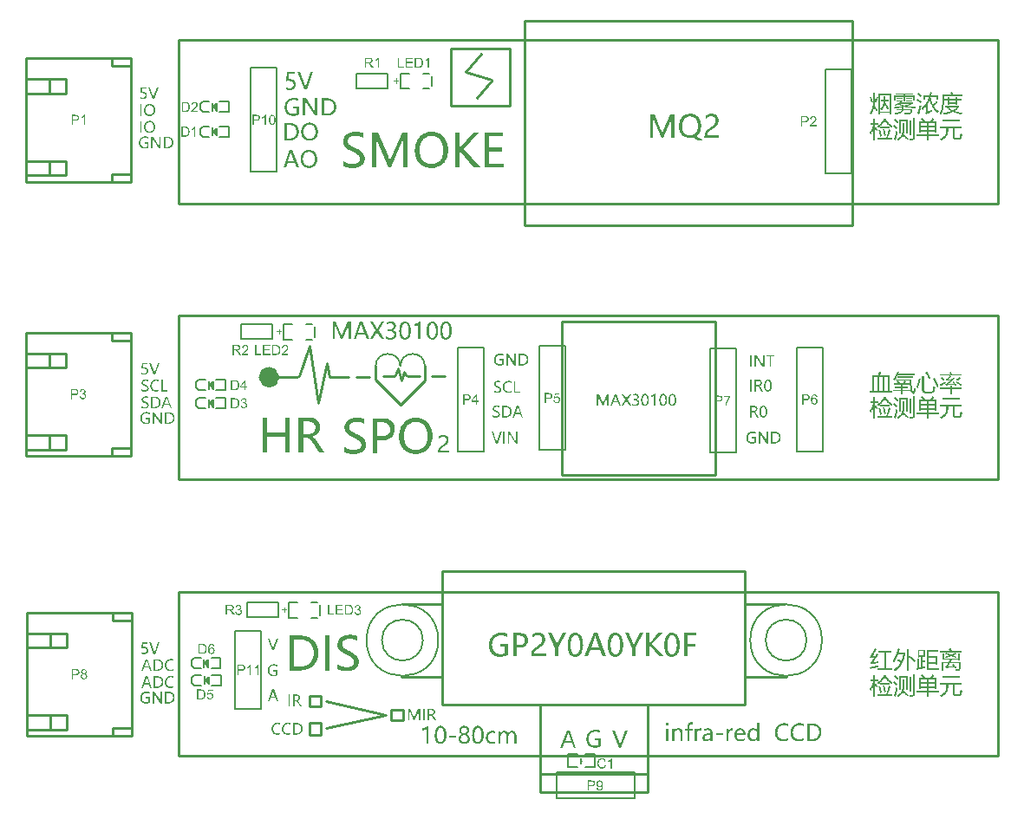
<source format=gto>
G04*
G04 #@! TF.GenerationSoftware,Altium Limited,Altium Designer,21.0.3 (12)*
G04*
G04 Layer_Color=65535*
%FSLAX25Y25*%
%MOIN*%
G70*
G04*
G04 #@! TF.SameCoordinates,1AB0012E-6492-40AC-AB66-57420BB0589C*
G04*
G04*
G04 #@! TF.FilePolarity,Positive*
G04*
G01*
G75*
%ADD10C,0.00787*%
%ADD11C,0.03937*%
%ADD12C,0.00600*%
%ADD13C,0.00800*%
%ADD14C,0.01000*%
%ADD15R,0.00700X0.01400*%
G36*
X111901Y187956D02*
X111973Y187945D01*
X112062Y187929D01*
X112162Y187901D01*
X112262Y187868D01*
X112362Y187823D01*
X112367D01*
X112373Y187818D01*
X112406Y187801D01*
X112456Y187768D01*
X112511Y187729D01*
X112578Y187673D01*
X112645Y187612D01*
X112711Y187540D01*
X112767Y187457D01*
X112772Y187446D01*
X112789Y187418D01*
X112811Y187368D01*
X112839Y187307D01*
X112867Y187235D01*
X112889Y187152D01*
X112905Y187057D01*
X112911Y186963D01*
Y186952D01*
Y186918D01*
X112905Y186874D01*
X112894Y186813D01*
X112878Y186741D01*
X112850Y186663D01*
X112817Y186585D01*
X112772Y186508D01*
X112767Y186497D01*
X112750Y186475D01*
X112717Y186436D01*
X112672Y186391D01*
X112617Y186341D01*
X112550Y186286D01*
X112472Y186236D01*
X112378Y186186D01*
X112384D01*
X112395Y186180D01*
X112411Y186175D01*
X112434Y186169D01*
X112495Y186147D01*
X112572Y186114D01*
X112661Y186069D01*
X112750Y186014D01*
X112833Y185942D01*
X112911Y185859D01*
X112917Y185847D01*
X112939Y185814D01*
X112972Y185759D01*
X113005Y185686D01*
X113039Y185598D01*
X113072Y185492D01*
X113094Y185370D01*
X113100Y185237D01*
Y185231D01*
Y185215D01*
Y185187D01*
X113094Y185154D01*
X113089Y185109D01*
X113077Y185059D01*
X113066Y185004D01*
X113055Y184943D01*
X113011Y184810D01*
X112978Y184737D01*
X112944Y184671D01*
X112900Y184599D01*
X112850Y184527D01*
X112794Y184454D01*
X112728Y184388D01*
X112722Y184382D01*
X112711Y184371D01*
X112689Y184354D01*
X112661Y184332D01*
X112628Y184304D01*
X112583Y184277D01*
X112534Y184243D01*
X112472Y184216D01*
X112411Y184182D01*
X112339Y184149D01*
X112267Y184121D01*
X112184Y184094D01*
X112095Y184071D01*
X112001Y184055D01*
X111906Y184044D01*
X111801Y184038D01*
X111751D01*
X111718Y184044D01*
X111673Y184049D01*
X111623Y184055D01*
X111568Y184066D01*
X111507Y184077D01*
X111374Y184110D01*
X111235Y184166D01*
X111163Y184199D01*
X111096Y184238D01*
X111030Y184288D01*
X110963Y184338D01*
X110957Y184343D01*
X110946Y184354D01*
X110930Y184371D01*
X110913Y184393D01*
X110885Y184421D01*
X110857Y184460D01*
X110824Y184499D01*
X110791Y184549D01*
X110758Y184604D01*
X110724Y184660D01*
X110663Y184793D01*
X110613Y184948D01*
X110597Y185031D01*
X110585Y185120D01*
X111057Y185181D01*
Y185176D01*
X111063Y185165D01*
X111068Y185143D01*
X111074Y185115D01*
X111080Y185082D01*
X111091Y185043D01*
X111118Y184959D01*
X111157Y184860D01*
X111207Y184765D01*
X111263Y184676D01*
X111329Y184599D01*
X111340Y184593D01*
X111363Y184571D01*
X111407Y184543D01*
X111462Y184515D01*
X111529Y184482D01*
X111612Y184454D01*
X111707Y184432D01*
X111806Y184427D01*
X111840D01*
X111862Y184432D01*
X111923Y184438D01*
X112001Y184454D01*
X112090Y184482D01*
X112184Y184521D01*
X112278Y184576D01*
X112367Y184654D01*
X112378Y184665D01*
X112406Y184698D01*
X112439Y184748D01*
X112484Y184815D01*
X112528Y184898D01*
X112561Y184993D01*
X112589Y185104D01*
X112600Y185226D01*
Y185231D01*
Y185242D01*
Y185259D01*
X112595Y185281D01*
X112589Y185342D01*
X112572Y185415D01*
X112550Y185503D01*
X112511Y185592D01*
X112456Y185681D01*
X112384Y185764D01*
X112373Y185775D01*
X112345Y185797D01*
X112301Y185831D01*
X112239Y185870D01*
X112162Y185908D01*
X112067Y185942D01*
X111962Y185964D01*
X111845Y185975D01*
X111795D01*
X111757Y185969D01*
X111707Y185964D01*
X111651Y185953D01*
X111584Y185942D01*
X111512Y185925D01*
X111568Y186341D01*
X111596D01*
X111618Y186336D01*
X111690D01*
X111751Y186347D01*
X111823Y186358D01*
X111906Y186375D01*
X112001Y186402D01*
X112090Y186441D01*
X112184Y186491D01*
X112189D01*
X112195Y186497D01*
X112223Y186519D01*
X112262Y186558D01*
X112306Y186608D01*
X112350Y186680D01*
X112389Y186763D01*
X112417Y186857D01*
X112428Y186913D01*
Y186974D01*
Y186980D01*
Y186985D01*
Y187018D01*
X112417Y187063D01*
X112406Y187124D01*
X112384Y187190D01*
X112356Y187263D01*
X112312Y187335D01*
X112250Y187401D01*
X112245Y187407D01*
X112217Y187429D01*
X112178Y187457D01*
X112128Y187490D01*
X112062Y187518D01*
X111984Y187546D01*
X111895Y187568D01*
X111795Y187573D01*
X111751D01*
X111701Y187562D01*
X111635Y187551D01*
X111562Y187529D01*
X111490Y187501D01*
X111413Y187457D01*
X111340Y187401D01*
X111335Y187396D01*
X111313Y187368D01*
X111279Y187329D01*
X111240Y187274D01*
X111202Y187202D01*
X111163Y187113D01*
X111129Y187007D01*
X111107Y186885D01*
X110635Y186969D01*
Y186974D01*
X110641Y186991D01*
X110647Y187013D01*
X110652Y187046D01*
X110663Y187085D01*
X110680Y187129D01*
X110713Y187235D01*
X110769Y187357D01*
X110835Y187479D01*
X110918Y187596D01*
X111024Y187701D01*
X111030Y187707D01*
X111041Y187712D01*
X111057Y187723D01*
X111080Y187740D01*
X111107Y187762D01*
X111146Y187784D01*
X111185Y187806D01*
X111235Y187834D01*
X111346Y187879D01*
X111474Y187923D01*
X111623Y187951D01*
X111701Y187962D01*
X111840D01*
X111901Y187956D01*
D02*
G37*
G36*
X108476Y187940D02*
X108588Y187934D01*
X108698Y187923D01*
X108809Y187906D01*
X108904Y187890D01*
X108909D01*
X108921Y187884D01*
X108937D01*
X108959Y187873D01*
X109020Y187856D01*
X109098Y187829D01*
X109187Y187790D01*
X109281Y187740D01*
X109376Y187684D01*
X109464Y187612D01*
X109470Y187607D01*
X109476Y187601D01*
X109492Y187584D01*
X109514Y187568D01*
X109570Y187512D01*
X109636Y187435D01*
X109709Y187340D01*
X109786Y187229D01*
X109859Y187102D01*
X109920Y186957D01*
Y186952D01*
X109925Y186941D01*
X109936Y186918D01*
X109942Y186885D01*
X109958Y186846D01*
X109969Y186802D01*
X109981Y186752D01*
X109997Y186691D01*
X110014Y186630D01*
X110025Y186558D01*
X110053Y186402D01*
X110069Y186230D01*
X110075Y186042D01*
Y186036D01*
Y186025D01*
Y185997D01*
Y185969D01*
X110069Y185931D01*
Y185886D01*
X110064Y185781D01*
X110047Y185659D01*
X110030Y185531D01*
X110003Y185398D01*
X109969Y185265D01*
Y185259D01*
X109964Y185248D01*
X109958Y185231D01*
X109953Y185209D01*
X109931Y185148D01*
X109897Y185070D01*
X109864Y184982D01*
X109820Y184893D01*
X109764Y184798D01*
X109709Y184710D01*
X109703Y184698D01*
X109681Y184671D01*
X109648Y184632D01*
X109603Y184582D01*
X109553Y184527D01*
X109492Y184471D01*
X109431Y184410D01*
X109359Y184360D01*
X109348Y184354D01*
X109326Y184338D01*
X109287Y184316D01*
X109231Y184288D01*
X109165Y184255D01*
X109087Y184227D01*
X108998Y184194D01*
X108898Y184166D01*
X108887D01*
X108871Y184160D01*
X108854Y184155D01*
X108798Y184149D01*
X108721Y184138D01*
X108632Y184127D01*
X108527Y184116D01*
X108410Y184110D01*
X108282Y184105D01*
X106900D01*
Y187945D01*
X108377D01*
X108476Y187940D01*
D02*
G37*
G36*
X112570Y192434D02*
X113091D01*
Y192001D01*
X112570D01*
Y191080D01*
X112098D01*
Y192001D01*
X110427D01*
Y192434D01*
X112187Y194920D01*
X112570D01*
Y192434D01*
D02*
G37*
G36*
X108485Y194915D02*
X108596Y194909D01*
X108707Y194898D01*
X108818Y194881D01*
X108912Y194865D01*
X108918D01*
X108929Y194859D01*
X108946D01*
X108968Y194848D01*
X109029Y194832D01*
X109106Y194804D01*
X109195Y194765D01*
X109290Y194715D01*
X109384Y194659D01*
X109473Y194587D01*
X109478Y194582D01*
X109484Y194576D01*
X109501Y194560D01*
X109523Y194543D01*
X109578Y194487D01*
X109645Y194410D01*
X109717Y194315D01*
X109795Y194204D01*
X109867Y194077D01*
X109928Y193932D01*
Y193927D01*
X109933Y193916D01*
X109944Y193894D01*
X109950Y193860D01*
X109967Y193821D01*
X109978Y193777D01*
X109989Y193727D01*
X110005Y193666D01*
X110022Y193605D01*
X110033Y193533D01*
X110061Y193377D01*
X110078Y193205D01*
X110083Y193017D01*
Y193011D01*
Y193000D01*
Y192972D01*
Y192945D01*
X110078Y192906D01*
Y192861D01*
X110072Y192756D01*
X110055Y192634D01*
X110039Y192506D01*
X110011Y192373D01*
X109978Y192240D01*
Y192234D01*
X109972Y192223D01*
X109967Y192206D01*
X109961Y192184D01*
X109939Y192123D01*
X109906Y192045D01*
X109872Y191957D01*
X109828Y191868D01*
X109773Y191773D01*
X109717Y191685D01*
X109711Y191674D01*
X109689Y191646D01*
X109656Y191607D01*
X109611Y191557D01*
X109562Y191501D01*
X109501Y191446D01*
X109440Y191385D01*
X109367Y191335D01*
X109356Y191329D01*
X109334Y191313D01*
X109295Y191291D01*
X109240Y191263D01*
X109173Y191229D01*
X109095Y191202D01*
X109007Y191168D01*
X108907Y191141D01*
X108896D01*
X108879Y191135D01*
X108862Y191130D01*
X108807Y191124D01*
X108729Y191113D01*
X108640Y191102D01*
X108535Y191091D01*
X108418Y191085D01*
X108291Y191080D01*
X106909D01*
Y194920D01*
X108385D01*
X108485Y194915D01*
D02*
G37*
G36*
X249601Y49481D02*
X249651Y49476D01*
X249712Y49470D01*
X249773Y49465D01*
X249845Y49448D01*
X249995Y49415D01*
X250162Y49365D01*
X250245Y49332D01*
X250322Y49293D01*
X250400Y49243D01*
X250478Y49193D01*
X250483Y49187D01*
X250495Y49182D01*
X250517Y49165D01*
X250544Y49137D01*
X250572Y49110D01*
X250611Y49071D01*
X250650Y49026D01*
X250694Y48982D01*
X250739Y48926D01*
X250783Y48860D01*
X250833Y48793D01*
X250877Y48721D01*
X250916Y48638D01*
X250961Y48555D01*
X250994Y48466D01*
X251027Y48366D01*
X250528Y48249D01*
Y48255D01*
X250522Y48266D01*
X250511Y48288D01*
X250500Y48316D01*
X250489Y48349D01*
X250472Y48393D01*
X250428Y48482D01*
X250372Y48582D01*
X250306Y48682D01*
X250222Y48777D01*
X250134Y48860D01*
X250123Y48871D01*
X250089Y48893D01*
X250034Y48921D01*
X249962Y48960D01*
X249867Y48993D01*
X249762Y49026D01*
X249634Y49049D01*
X249495Y49054D01*
X249451D01*
X249423Y49049D01*
X249384D01*
X249340Y49043D01*
X249235Y49026D01*
X249118Y49004D01*
X248996Y48965D01*
X248868Y48910D01*
X248752Y48838D01*
X248746D01*
X248741Y48826D01*
X248702Y48799D01*
X248652Y48754D01*
X248591Y48688D01*
X248519Y48605D01*
X248452Y48510D01*
X248391Y48393D01*
X248336Y48266D01*
Y48260D01*
X248330Y48249D01*
X248324Y48233D01*
X248319Y48205D01*
X248308Y48172D01*
X248297Y48133D01*
X248280Y48038D01*
X248258Y47927D01*
X248236Y47805D01*
X248224Y47672D01*
X248219Y47528D01*
Y47522D01*
Y47506D01*
Y47478D01*
Y47444D01*
X248224Y47406D01*
Y47356D01*
X248230Y47300D01*
X248236Y47239D01*
X248252Y47106D01*
X248280Y46962D01*
X248313Y46817D01*
X248358Y46673D01*
Y46668D01*
X248363Y46656D01*
X248374Y46640D01*
X248385Y46612D01*
X248419Y46545D01*
X248469Y46468D01*
X248530Y46379D01*
X248607Y46285D01*
X248696Y46201D01*
X248802Y46124D01*
X248807D01*
X248818Y46118D01*
X248835Y46107D01*
X248857Y46096D01*
X248885Y46085D01*
X248918Y46068D01*
X248996Y46035D01*
X249096Y46001D01*
X249207Y45974D01*
X249329Y45952D01*
X249457Y45946D01*
X249495D01*
X249529Y45952D01*
X249568D01*
X249606Y45957D01*
X249706Y45979D01*
X249823Y46007D01*
X249939Y46051D01*
X250061Y46112D01*
X250123Y46146D01*
X250178Y46190D01*
X250184Y46196D01*
X250189Y46201D01*
X250206Y46218D01*
X250228Y46235D01*
X250250Y46262D01*
X250278Y46296D01*
X250311Y46329D01*
X250339Y46373D01*
X250372Y46423D01*
X250411Y46479D01*
X250445Y46534D01*
X250478Y46601D01*
X250505Y46673D01*
X250533Y46751D01*
X250561Y46834D01*
X250583Y46923D01*
X251094Y46795D01*
Y46790D01*
X251088Y46767D01*
X251077Y46734D01*
X251061Y46690D01*
X251044Y46640D01*
X251022Y46579D01*
X250994Y46512D01*
X250961Y46440D01*
X250883Y46285D01*
X250783Y46129D01*
X250722Y46051D01*
X250661Y45974D01*
X250594Y45907D01*
X250517Y45841D01*
X250511Y45835D01*
X250500Y45824D01*
X250472Y45813D01*
X250445Y45791D01*
X250400Y45763D01*
X250356Y45735D01*
X250295Y45707D01*
X250234Y45680D01*
X250162Y45646D01*
X250084Y45619D01*
X250001Y45591D01*
X249912Y45563D01*
X249817Y45541D01*
X249717Y45530D01*
X249612Y45519D01*
X249501Y45513D01*
X249440D01*
X249396Y45519D01*
X249346D01*
X249285Y45524D01*
X249218Y45535D01*
X249140Y45546D01*
X248979Y45574D01*
X248813Y45619D01*
X248646Y45680D01*
X248569Y45719D01*
X248491Y45763D01*
X248485Y45768D01*
X248474Y45774D01*
X248452Y45791D01*
X248430Y45813D01*
X248396Y45835D01*
X248358Y45868D01*
X248313Y45907D01*
X248269Y45952D01*
X248224Y46001D01*
X248175Y46051D01*
X248075Y46179D01*
X247980Y46329D01*
X247897Y46495D01*
Y46501D01*
X247886Y46518D01*
X247880Y46545D01*
X247864Y46579D01*
X247853Y46623D01*
X247836Y46679D01*
X247814Y46740D01*
X247797Y46806D01*
X247780Y46878D01*
X247758Y46962D01*
X247730Y47134D01*
X247708Y47328D01*
X247697Y47528D01*
Y47533D01*
Y47556D01*
Y47589D01*
X247703Y47628D01*
Y47683D01*
X247708Y47739D01*
X247714Y47811D01*
X247725Y47883D01*
X247753Y48044D01*
X247792Y48221D01*
X247847Y48399D01*
X247925Y48571D01*
X247930Y48577D01*
X247936Y48593D01*
X247947Y48616D01*
X247969Y48643D01*
X247991Y48682D01*
X248019Y48726D01*
X248091Y48826D01*
X248186Y48937D01*
X248297Y49049D01*
X248424Y49159D01*
X248574Y49254D01*
X248580Y49259D01*
X248596Y49265D01*
X248619Y49276D01*
X248646Y49293D01*
X248691Y49309D01*
X248735Y49326D01*
X248791Y49348D01*
X248852Y49370D01*
X248918Y49393D01*
X248990Y49415D01*
X249146Y49448D01*
X249323Y49476D01*
X249507Y49487D01*
X249562D01*
X249601Y49481D01*
D02*
G37*
G36*
X253303Y45580D02*
X252831D01*
Y48582D01*
X252825Y48577D01*
X252798Y48555D01*
X252764Y48521D01*
X252709Y48482D01*
X252648Y48432D01*
X252570Y48377D01*
X252481Y48316D01*
X252381Y48255D01*
X252376D01*
X252370Y48249D01*
X252337Y48227D01*
X252282Y48199D01*
X252215Y48166D01*
X252137Y48127D01*
X252054Y48088D01*
X251971Y48050D01*
X251887Y48016D01*
Y48471D01*
X251893D01*
X251904Y48482D01*
X251926Y48488D01*
X251954Y48505D01*
X251987Y48521D01*
X252026Y48543D01*
X252121Y48599D01*
X252232Y48660D01*
X252343Y48738D01*
X252459Y48826D01*
X252576Y48921D01*
X252581Y48926D01*
X252587Y48932D01*
X252604Y48949D01*
X252626Y48965D01*
X252676Y49021D01*
X252742Y49087D01*
X252809Y49165D01*
X252881Y49254D01*
X252942Y49343D01*
X252997Y49437D01*
X253303D01*
Y45580D01*
D02*
G37*
G36*
X155695Y108456D02*
X155767Y108445D01*
X155856Y108429D01*
X155956Y108401D01*
X156055Y108368D01*
X156155Y108323D01*
X156161D01*
X156167Y108318D01*
X156200Y108301D01*
X156250Y108268D01*
X156305Y108229D01*
X156372Y108173D01*
X156439Y108112D01*
X156505Y108040D01*
X156561Y107957D01*
X156566Y107946D01*
X156583Y107918D01*
X156605Y107868D01*
X156633Y107807D01*
X156660Y107735D01*
X156683Y107652D01*
X156699Y107557D01*
X156705Y107463D01*
Y107452D01*
Y107419D01*
X156699Y107374D01*
X156688Y107313D01*
X156672Y107241D01*
X156644Y107163D01*
X156611Y107086D01*
X156566Y107008D01*
X156561Y106997D01*
X156544Y106974D01*
X156511Y106936D01*
X156466Y106891D01*
X156411Y106841D01*
X156344Y106786D01*
X156266Y106736D01*
X156172Y106686D01*
X156178D01*
X156189Y106680D01*
X156205Y106675D01*
X156228Y106669D01*
X156289Y106647D01*
X156366Y106614D01*
X156455Y106569D01*
X156544Y106514D01*
X156627Y106442D01*
X156705Y106359D01*
X156710Y106347D01*
X156733Y106314D01*
X156766Y106259D01*
X156799Y106186D01*
X156833Y106098D01*
X156866Y105992D01*
X156888Y105870D01*
X156894Y105737D01*
Y105731D01*
Y105715D01*
Y105687D01*
X156888Y105654D01*
X156883Y105609D01*
X156871Y105559D01*
X156860Y105504D01*
X156849Y105443D01*
X156805Y105309D01*
X156772Y105237D01*
X156738Y105171D01*
X156694Y105099D01*
X156644Y105026D01*
X156588Y104954D01*
X156522Y104888D01*
X156516Y104882D01*
X156505Y104871D01*
X156483Y104854D01*
X156455Y104832D01*
X156422Y104805D01*
X156377Y104777D01*
X156327Y104743D01*
X156266Y104716D01*
X156205Y104682D01*
X156133Y104649D01*
X156061Y104621D01*
X155978Y104594D01*
X155889Y104571D01*
X155795Y104555D01*
X155700Y104544D01*
X155595Y104538D01*
X155545D01*
X155512Y104544D01*
X155467Y104549D01*
X155417Y104555D01*
X155362Y104566D01*
X155301Y104577D01*
X155168Y104610D01*
X155029Y104666D01*
X154957Y104699D01*
X154890Y104738D01*
X154824Y104788D01*
X154757Y104838D01*
X154751Y104843D01*
X154740Y104854D01*
X154724Y104871D01*
X154707Y104893D01*
X154679Y104921D01*
X154651Y104960D01*
X154618Y104999D01*
X154585Y105049D01*
X154551Y105104D01*
X154518Y105160D01*
X154457Y105293D01*
X154407Y105448D01*
X154391Y105532D01*
X154379Y105620D01*
X154851Y105681D01*
Y105676D01*
X154857Y105665D01*
X154862Y105642D01*
X154868Y105615D01*
X154873Y105581D01*
X154885Y105543D01*
X154912Y105459D01*
X154951Y105359D01*
X155001Y105265D01*
X155057Y105176D01*
X155123Y105099D01*
X155134Y105093D01*
X155156Y105071D01*
X155201Y105043D01*
X155256Y105015D01*
X155323Y104982D01*
X155406Y104954D01*
X155500Y104932D01*
X155601Y104927D01*
X155634D01*
X155656Y104932D01*
X155717Y104938D01*
X155795Y104954D01*
X155884Y104982D01*
X155978Y105021D01*
X156072Y105076D01*
X156161Y105154D01*
X156172Y105165D01*
X156200Y105199D01*
X156233Y105248D01*
X156278Y105315D01*
X156322Y105398D01*
X156355Y105493D01*
X156383Y105604D01*
X156394Y105726D01*
Y105731D01*
Y105742D01*
Y105759D01*
X156389Y105781D01*
X156383Y105842D01*
X156366Y105914D01*
X156344Y106003D01*
X156305Y106092D01*
X156250Y106181D01*
X156178Y106264D01*
X156167Y106275D01*
X156139Y106297D01*
X156094Y106331D01*
X156033Y106370D01*
X155956Y106408D01*
X155861Y106442D01*
X155756Y106464D01*
X155639Y106475D01*
X155589D01*
X155551Y106470D01*
X155500Y106464D01*
X155445Y106453D01*
X155378Y106442D01*
X155306Y106425D01*
X155362Y106841D01*
X155390D01*
X155412Y106836D01*
X155484D01*
X155545Y106847D01*
X155617Y106858D01*
X155700Y106875D01*
X155795Y106902D01*
X155884Y106941D01*
X155978Y106991D01*
X155983D01*
X155989Y106997D01*
X156017Y107019D01*
X156055Y107058D01*
X156100Y107108D01*
X156144Y107180D01*
X156183Y107263D01*
X156211Y107358D01*
X156222Y107413D01*
Y107474D01*
Y107480D01*
Y107485D01*
Y107518D01*
X156211Y107563D01*
X156200Y107624D01*
X156178Y107691D01*
X156150Y107763D01*
X156105Y107835D01*
X156044Y107901D01*
X156039Y107907D01*
X156011Y107929D01*
X155972Y107957D01*
X155922Y107990D01*
X155856Y108018D01*
X155778Y108046D01*
X155689Y108068D01*
X155589Y108073D01*
X155545D01*
X155495Y108062D01*
X155428Y108051D01*
X155356Y108029D01*
X155284Y108001D01*
X155206Y107957D01*
X155134Y107901D01*
X155129Y107896D01*
X155106Y107868D01*
X155073Y107829D01*
X155034Y107774D01*
X154996Y107702D01*
X154957Y107613D01*
X154923Y107507D01*
X154901Y107385D01*
X154429Y107468D01*
Y107474D01*
X154435Y107491D01*
X154440Y107513D01*
X154446Y107546D01*
X154457Y107585D01*
X154474Y107629D01*
X154507Y107735D01*
X154563Y107857D01*
X154629Y107979D01*
X154712Y108096D01*
X154818Y108201D01*
X154824Y108207D01*
X154834Y108212D01*
X154851Y108223D01*
X154873Y108240D01*
X154901Y108262D01*
X154940Y108284D01*
X154979Y108307D01*
X155029Y108334D01*
X155140Y108379D01*
X155268Y108423D01*
X155417Y108451D01*
X155495Y108462D01*
X155634D01*
X155695Y108456D01*
D02*
G37*
G36*
X152270Y108440D02*
X152381Y108434D01*
X152492Y108423D01*
X152603Y108406D01*
X152698Y108390D01*
X152703D01*
X152715Y108384D01*
X152731D01*
X152753Y108373D01*
X152814Y108356D01*
X152892Y108329D01*
X152981Y108290D01*
X153075Y108240D01*
X153170Y108184D01*
X153258Y108112D01*
X153264Y108107D01*
X153270Y108101D01*
X153286Y108084D01*
X153308Y108068D01*
X153364Y108012D01*
X153430Y107935D01*
X153503Y107840D01*
X153580Y107729D01*
X153652Y107602D01*
X153713Y107457D01*
Y107452D01*
X153719Y107441D01*
X153730Y107419D01*
X153736Y107385D01*
X153752Y107346D01*
X153763Y107302D01*
X153774Y107252D01*
X153791Y107191D01*
X153808Y107130D01*
X153819Y107058D01*
X153847Y106902D01*
X153863Y106730D01*
X153869Y106542D01*
Y106536D01*
Y106525D01*
Y106497D01*
Y106470D01*
X153863Y106431D01*
Y106386D01*
X153858Y106281D01*
X153841Y106159D01*
X153824Y106031D01*
X153797Y105898D01*
X153763Y105765D01*
Y105759D01*
X153758Y105748D01*
X153752Y105731D01*
X153747Y105709D01*
X153725Y105648D01*
X153691Y105570D01*
X153658Y105482D01*
X153614Y105393D01*
X153558Y105298D01*
X153503Y105210D01*
X153497Y105199D01*
X153475Y105171D01*
X153442Y105132D01*
X153397Y105082D01*
X153347Y105026D01*
X153286Y104971D01*
X153225Y104910D01*
X153153Y104860D01*
X153142Y104854D01*
X153120Y104838D01*
X153081Y104816D01*
X153025Y104788D01*
X152959Y104754D01*
X152881Y104727D01*
X152792Y104693D01*
X152692Y104666D01*
X152681D01*
X152664Y104660D01*
X152648Y104655D01*
X152592Y104649D01*
X152515Y104638D01*
X152426Y104627D01*
X152320Y104616D01*
X152204Y104610D01*
X152076Y104605D01*
X150694D01*
Y108445D01*
X152171D01*
X152270Y108440D01*
D02*
G37*
G36*
X149901Y107990D02*
X147631D01*
Y106819D01*
X149756D01*
Y106364D01*
X147631D01*
Y105060D01*
X149989D01*
Y104605D01*
X147120D01*
Y108445D01*
X149901D01*
Y107990D01*
D02*
G37*
G36*
X144617Y105060D02*
X146510D01*
Y104605D01*
X144106D01*
Y108445D01*
X144617D01*
Y105060D01*
D02*
G37*
G36*
X127638Y106660D02*
X128507D01*
Y106295D01*
X127638D01*
Y105417D01*
X127269D01*
Y106295D01*
X126400D01*
Y106660D01*
X127269D01*
Y107529D01*
X127638D01*
Y106660D01*
D02*
G37*
G36*
X109898Y108456D02*
X109970Y108445D01*
X110059Y108429D01*
X110159Y108401D01*
X110259Y108368D01*
X110359Y108323D01*
X110364D01*
X110370Y108318D01*
X110403Y108301D01*
X110453Y108268D01*
X110509Y108229D01*
X110575Y108173D01*
X110642Y108112D01*
X110708Y108040D01*
X110764Y107957D01*
X110769Y107946D01*
X110786Y107918D01*
X110808Y107868D01*
X110836Y107807D01*
X110864Y107735D01*
X110886Y107652D01*
X110903Y107557D01*
X110908Y107463D01*
Y107452D01*
Y107419D01*
X110903Y107374D01*
X110892Y107313D01*
X110875Y107241D01*
X110847Y107163D01*
X110814Y107086D01*
X110769Y107008D01*
X110764Y106997D01*
X110747Y106974D01*
X110714Y106936D01*
X110670Y106891D01*
X110614Y106841D01*
X110547Y106786D01*
X110470Y106736D01*
X110375Y106686D01*
X110381D01*
X110392Y106680D01*
X110409Y106675D01*
X110431Y106669D01*
X110492Y106647D01*
X110570Y106614D01*
X110658Y106569D01*
X110747Y106514D01*
X110830Y106442D01*
X110908Y106359D01*
X110914Y106347D01*
X110936Y106314D01*
X110969Y106259D01*
X111003Y106186D01*
X111036Y106098D01*
X111069Y105992D01*
X111091Y105870D01*
X111097Y105737D01*
Y105731D01*
Y105715D01*
Y105687D01*
X111091Y105654D01*
X111086Y105609D01*
X111075Y105559D01*
X111064Y105504D01*
X111053Y105443D01*
X111008Y105309D01*
X110975Y105237D01*
X110942Y105171D01*
X110897Y105099D01*
X110847Y105026D01*
X110792Y104954D01*
X110725Y104888D01*
X110720Y104882D01*
X110708Y104871D01*
X110686Y104854D01*
X110658Y104832D01*
X110625Y104805D01*
X110581Y104777D01*
X110531Y104743D01*
X110470Y104716D01*
X110409Y104682D01*
X110337Y104649D01*
X110264Y104621D01*
X110181Y104594D01*
X110092Y104571D01*
X109998Y104555D01*
X109904Y104544D01*
X109798Y104538D01*
X109748D01*
X109715Y104544D01*
X109671Y104549D01*
X109621Y104555D01*
X109565Y104566D01*
X109504Y104577D01*
X109371Y104610D01*
X109232Y104666D01*
X109160Y104699D01*
X109093Y104738D01*
X109027Y104788D01*
X108960Y104838D01*
X108955Y104843D01*
X108943Y104854D01*
X108927Y104871D01*
X108910Y104893D01*
X108882Y104921D01*
X108855Y104960D01*
X108821Y104999D01*
X108788Y105049D01*
X108755Y105104D01*
X108721Y105160D01*
X108660Y105293D01*
X108610Y105448D01*
X108594Y105532D01*
X108583Y105620D01*
X109055Y105681D01*
Y105676D01*
X109060Y105665D01*
X109066Y105642D01*
X109071Y105615D01*
X109077Y105581D01*
X109088Y105543D01*
X109116Y105459D01*
X109154Y105359D01*
X109204Y105265D01*
X109260Y105176D01*
X109326Y105099D01*
X109338Y105093D01*
X109360Y105071D01*
X109404Y105043D01*
X109460Y105015D01*
X109526Y104982D01*
X109609Y104954D01*
X109704Y104932D01*
X109804Y104927D01*
X109837D01*
X109859Y104932D01*
X109920Y104938D01*
X109998Y104954D01*
X110087Y104982D01*
X110181Y105021D01*
X110275Y105076D01*
X110364Y105154D01*
X110375Y105165D01*
X110403Y105199D01*
X110436Y105248D01*
X110481Y105315D01*
X110525Y105398D01*
X110558Y105493D01*
X110586Y105604D01*
X110597Y105726D01*
Y105731D01*
Y105742D01*
Y105759D01*
X110592Y105781D01*
X110586Y105842D01*
X110570Y105914D01*
X110547Y106003D01*
X110509Y106092D01*
X110453Y106181D01*
X110381Y106264D01*
X110370Y106275D01*
X110342Y106297D01*
X110298Y106331D01*
X110237Y106370D01*
X110159Y106408D01*
X110065Y106442D01*
X109959Y106464D01*
X109843Y106475D01*
X109793D01*
X109754Y106470D01*
X109704Y106464D01*
X109648Y106453D01*
X109582Y106442D01*
X109510Y106425D01*
X109565Y106841D01*
X109593D01*
X109615Y106836D01*
X109687D01*
X109748Y106847D01*
X109820Y106858D01*
X109904Y106875D01*
X109998Y106902D01*
X110087Y106941D01*
X110181Y106991D01*
X110187D01*
X110192Y106997D01*
X110220Y107019D01*
X110259Y107058D01*
X110303Y107108D01*
X110348Y107180D01*
X110387Y107263D01*
X110414Y107358D01*
X110425Y107413D01*
Y107474D01*
Y107480D01*
Y107485D01*
Y107518D01*
X110414Y107563D01*
X110403Y107624D01*
X110381Y107691D01*
X110353Y107763D01*
X110309Y107835D01*
X110248Y107901D01*
X110242Y107907D01*
X110214Y107929D01*
X110176Y107957D01*
X110126Y107990D01*
X110059Y108018D01*
X109981Y108046D01*
X109893Y108068D01*
X109793Y108073D01*
X109748D01*
X109698Y108062D01*
X109632Y108051D01*
X109560Y108029D01*
X109487Y108001D01*
X109410Y107957D01*
X109338Y107901D01*
X109332Y107896D01*
X109310Y107868D01*
X109276Y107829D01*
X109238Y107774D01*
X109199Y107702D01*
X109160Y107613D01*
X109127Y107507D01*
X109104Y107385D01*
X108633Y107468D01*
Y107474D01*
X108638Y107491D01*
X108644Y107513D01*
X108649Y107546D01*
X108660Y107585D01*
X108677Y107629D01*
X108710Y107735D01*
X108766Y107857D01*
X108833Y107979D01*
X108916Y108096D01*
X109021Y108201D01*
X109027Y108207D01*
X109038Y108212D01*
X109055Y108223D01*
X109077Y108240D01*
X109104Y108262D01*
X109143Y108284D01*
X109182Y108307D01*
X109232Y108334D01*
X109343Y108379D01*
X109471Y108423D01*
X109621Y108451D01*
X109698Y108462D01*
X109837D01*
X109898Y108456D01*
D02*
G37*
G36*
X106729Y108440D02*
X106779D01*
X106896Y108434D01*
X107018Y108417D01*
X107151Y108401D01*
X107273Y108373D01*
X107334Y108356D01*
X107384Y108340D01*
X107389D01*
X107395Y108334D01*
X107428Y108318D01*
X107478Y108295D01*
X107539Y108257D01*
X107606Y108207D01*
X107678Y108140D01*
X107745Y108062D01*
X107811Y107974D01*
Y107968D01*
X107817Y107962D01*
X107839Y107929D01*
X107861Y107874D01*
X107895Y107801D01*
X107922Y107718D01*
X107950Y107618D01*
X107967Y107513D01*
X107972Y107396D01*
Y107391D01*
Y107380D01*
Y107358D01*
X107967Y107330D01*
Y107291D01*
X107961Y107252D01*
X107939Y107158D01*
X107906Y107047D01*
X107861Y106930D01*
X107795Y106814D01*
X107750Y106758D01*
X107706Y106703D01*
X107700Y106697D01*
X107695Y106692D01*
X107678Y106675D01*
X107656Y106658D01*
X107628Y106636D01*
X107595Y106614D01*
X107551Y106586D01*
X107506Y106553D01*
X107450Y106525D01*
X107389Y106497D01*
X107323Y106464D01*
X107251Y106436D01*
X107167Y106414D01*
X107084Y106386D01*
X106990Y106370D01*
X106890Y106353D01*
X106901Y106347D01*
X106923Y106336D01*
X106957Y106314D01*
X107001Y106292D01*
X107101Y106231D01*
X107151Y106192D01*
X107195Y106159D01*
X107206Y106148D01*
X107234Y106120D01*
X107279Y106075D01*
X107334Y106020D01*
X107395Y105942D01*
X107467Y105859D01*
X107539Y105759D01*
X107617Y105648D01*
X108277Y104605D01*
X107645D01*
X107140Y105404D01*
Y105409D01*
X107129Y105420D01*
X107118Y105437D01*
X107101Y105459D01*
X107062Y105520D01*
X107012Y105598D01*
X106951Y105681D01*
X106890Y105770D01*
X106829Y105853D01*
X106773Y105931D01*
X106768Y105937D01*
X106751Y105959D01*
X106723Y105992D01*
X106685Y106031D01*
X106601Y106114D01*
X106557Y106153D01*
X106513Y106186D01*
X106507Y106192D01*
X106496Y106198D01*
X106474Y106209D01*
X106440Y106225D01*
X106407Y106242D01*
X106368Y106259D01*
X106280Y106286D01*
X106274D01*
X106263Y106292D01*
X106241D01*
X106213Y106297D01*
X106174Y106303D01*
X106130D01*
X106069Y106308D01*
X105414D01*
Y104605D01*
X104903D01*
Y108445D01*
X106685D01*
X106729Y108440D01*
D02*
G37*
G36*
X127759Y208423D02*
X127803Y208418D01*
X127858Y208412D01*
X127920Y208401D01*
X127981Y208390D01*
X128125Y208351D01*
X128269Y208295D01*
X128341Y208262D01*
X128413Y208223D01*
X128480Y208173D01*
X128541Y208118D01*
X128547Y208112D01*
X128558Y208107D01*
X128569Y208085D01*
X128591Y208062D01*
X128619Y208035D01*
X128647Y207996D01*
X128674Y207957D01*
X128708Y207907D01*
X128763Y207802D01*
X128819Y207668D01*
X128841Y207602D01*
X128852Y207524D01*
X128863Y207446D01*
X128869Y207363D01*
Y207352D01*
Y207324D01*
X128863Y207280D01*
X128858Y207219D01*
X128846Y207152D01*
X128824Y207074D01*
X128802Y206991D01*
X128769Y206908D01*
X128763Y206897D01*
X128752Y206869D01*
X128730Y206825D01*
X128697Y206764D01*
X128652Y206697D01*
X128597Y206614D01*
X128530Y206530D01*
X128452Y206436D01*
X128441Y206425D01*
X128413Y206392D01*
X128386Y206364D01*
X128358Y206336D01*
X128325Y206303D01*
X128280Y206259D01*
X128236Y206214D01*
X128180Y206164D01*
X128125Y206109D01*
X128058Y206048D01*
X127986Y205987D01*
X127909Y205914D01*
X127820Y205842D01*
X127731Y205765D01*
X127725Y205759D01*
X127714Y205748D01*
X127692Y205731D01*
X127664Y205709D01*
X127631Y205676D01*
X127592Y205643D01*
X127503Y205570D01*
X127409Y205487D01*
X127320Y205404D01*
X127243Y205332D01*
X127209Y205304D01*
X127181Y205276D01*
X127176Y205271D01*
X127159Y205254D01*
X127137Y205232D01*
X127109Y205199D01*
X127082Y205160D01*
X127048Y205121D01*
X126982Y205027D01*
X128874D01*
Y204571D01*
X126327D01*
Y204577D01*
Y204599D01*
Y204632D01*
X126332Y204677D01*
X126338Y204727D01*
X126349Y204782D01*
X126360Y204838D01*
X126382Y204899D01*
Y204904D01*
X126388Y204910D01*
X126399Y204943D01*
X126421Y204993D01*
X126454Y205060D01*
X126499Y205137D01*
X126554Y205226D01*
X126615Y205315D01*
X126693Y205409D01*
Y205415D01*
X126704Y205420D01*
X126732Y205454D01*
X126782Y205504D01*
X126854Y205576D01*
X126937Y205659D01*
X127043Y205759D01*
X127170Y205870D01*
X127309Y205987D01*
X127315Y205992D01*
X127337Y206009D01*
X127370Y206037D01*
X127409Y206070D01*
X127459Y206114D01*
X127520Y206164D01*
X127581Y206220D01*
X127653Y206281D01*
X127792Y206414D01*
X127931Y206547D01*
X127997Y206614D01*
X128058Y206680D01*
X128114Y206741D01*
X128158Y206803D01*
Y206808D01*
X128169Y206814D01*
X128180Y206830D01*
X128191Y206852D01*
X128230Y206913D01*
X128275Y206986D01*
X128314Y207074D01*
X128352Y207169D01*
X128375Y207274D01*
X128386Y207374D01*
Y207380D01*
Y207385D01*
X128380Y207418D01*
X128375Y207474D01*
X128358Y207535D01*
X128336Y207613D01*
X128297Y207691D01*
X128247Y207768D01*
X128180Y207846D01*
X128169Y207857D01*
X128142Y207879D01*
X128103Y207907D01*
X128042Y207946D01*
X127964Y207979D01*
X127875Y208012D01*
X127770Y208035D01*
X127653Y208040D01*
X127620D01*
X127598Y208035D01*
X127531Y208029D01*
X127453Y208012D01*
X127370Y207990D01*
X127276Y207951D01*
X127187Y207901D01*
X127104Y207835D01*
X127093Y207824D01*
X127070Y207796D01*
X127037Y207751D01*
X127004Y207685D01*
X126965Y207607D01*
X126932Y207507D01*
X126909Y207396D01*
X126898Y207269D01*
X126416Y207319D01*
Y207324D01*
X126421Y207341D01*
Y207369D01*
X126427Y207407D01*
X126438Y207452D01*
X126449Y207502D01*
X126465Y207563D01*
X126482Y207624D01*
X126526Y207757D01*
X126593Y207890D01*
X126632Y207957D01*
X126682Y208024D01*
X126732Y208085D01*
X126787Y208140D01*
X126793Y208146D01*
X126804Y208151D01*
X126821Y208168D01*
X126848Y208184D01*
X126882Y208207D01*
X126921Y208229D01*
X126965Y208257D01*
X127021Y208284D01*
X127082Y208312D01*
X127148Y208340D01*
X127220Y208362D01*
X127298Y208384D01*
X127381Y208401D01*
X127470Y208418D01*
X127564Y208423D01*
X127664Y208429D01*
X127720D01*
X127759Y208423D01*
D02*
G37*
G36*
X124290Y208406D02*
X124401Y208401D01*
X124512Y208390D01*
X124623Y208373D01*
X124717Y208356D01*
X124723D01*
X124734Y208351D01*
X124750D01*
X124773Y208340D01*
X124834Y208323D01*
X124911Y208295D01*
X125000Y208257D01*
X125095Y208207D01*
X125189Y208151D01*
X125278Y208079D01*
X125283Y208073D01*
X125289Y208068D01*
X125305Y208051D01*
X125328Y208035D01*
X125383Y207979D01*
X125450Y207901D01*
X125522Y207807D01*
X125600Y207696D01*
X125672Y207568D01*
X125733Y207424D01*
Y207418D01*
X125738Y207407D01*
X125750Y207385D01*
X125755Y207352D01*
X125772Y207313D01*
X125783Y207269D01*
X125794Y207219D01*
X125811Y207158D01*
X125827Y207097D01*
X125838Y207025D01*
X125866Y206869D01*
X125883Y206697D01*
X125888Y206508D01*
Y206503D01*
Y206492D01*
Y206464D01*
Y206436D01*
X125883Y206397D01*
Y206353D01*
X125877Y206247D01*
X125861Y206125D01*
X125844Y205998D01*
X125816Y205865D01*
X125783Y205731D01*
Y205726D01*
X125777Y205715D01*
X125772Y205698D01*
X125766Y205676D01*
X125744Y205615D01*
X125711Y205537D01*
X125677Y205448D01*
X125633Y205360D01*
X125577Y205265D01*
X125522Y205176D01*
X125516Y205165D01*
X125494Y205137D01*
X125461Y205099D01*
X125417Y205049D01*
X125367Y204993D01*
X125305Y204938D01*
X125244Y204877D01*
X125172Y204827D01*
X125161Y204821D01*
X125139Y204804D01*
X125100Y204782D01*
X125045Y204754D01*
X124978Y204721D01*
X124900Y204694D01*
X124812Y204660D01*
X124712Y204632D01*
X124701D01*
X124684Y204627D01*
X124667Y204621D01*
X124612Y204616D01*
X124534Y204605D01*
X124445Y204594D01*
X124340Y204583D01*
X124223Y204577D01*
X124096Y204571D01*
X122714D01*
Y208412D01*
X124190D01*
X124290Y208406D01*
D02*
G37*
G36*
X121920Y207957D02*
X119650D01*
Y206786D01*
X121776D01*
Y206331D01*
X119650D01*
Y205027D01*
X122009D01*
Y204571D01*
X119140D01*
Y208412D01*
X121920D01*
Y207957D01*
D02*
G37*
G36*
X116636Y205027D02*
X118529D01*
Y204571D01*
X116126D01*
Y208412D01*
X116636D01*
Y205027D01*
D02*
G37*
G36*
X125638Y213660D02*
X126507D01*
Y213295D01*
X125638D01*
Y212417D01*
X125269D01*
Y213295D01*
X124400D01*
Y213660D01*
X125269D01*
Y214529D01*
X125638D01*
Y213660D01*
D02*
G37*
G36*
X112462Y208423D02*
X112506Y208418D01*
X112562Y208412D01*
X112623Y208401D01*
X112684Y208390D01*
X112828Y208351D01*
X112972Y208295D01*
X113045Y208262D01*
X113117Y208223D01*
X113183Y208173D01*
X113244Y208118D01*
X113250Y208112D01*
X113261Y208107D01*
X113272Y208085D01*
X113294Y208062D01*
X113322Y208035D01*
X113350Y207996D01*
X113378Y207957D01*
X113411Y207907D01*
X113467Y207802D01*
X113522Y207668D01*
X113544Y207602D01*
X113555Y207524D01*
X113566Y207446D01*
X113572Y207363D01*
Y207352D01*
Y207324D01*
X113566Y207280D01*
X113561Y207219D01*
X113550Y207152D01*
X113528Y207074D01*
X113505Y206991D01*
X113472Y206908D01*
X113467Y206897D01*
X113455Y206869D01*
X113433Y206825D01*
X113400Y206764D01*
X113356Y206697D01*
X113300Y206614D01*
X113233Y206530D01*
X113156Y206436D01*
X113145Y206425D01*
X113117Y206392D01*
X113089Y206364D01*
X113061Y206336D01*
X113028Y206303D01*
X112984Y206259D01*
X112939Y206214D01*
X112884Y206164D01*
X112828Y206109D01*
X112762Y206048D01*
X112689Y205987D01*
X112612Y205914D01*
X112523Y205842D01*
X112434Y205765D01*
X112429Y205759D01*
X112417Y205748D01*
X112395Y205731D01*
X112368Y205709D01*
X112334Y205676D01*
X112295Y205643D01*
X112207Y205570D01*
X112112Y205487D01*
X112023Y205404D01*
X111946Y205332D01*
X111913Y205304D01*
X111885Y205276D01*
X111879Y205271D01*
X111863Y205254D01*
X111840Y205232D01*
X111813Y205199D01*
X111785Y205160D01*
X111751Y205121D01*
X111685Y205027D01*
X113577D01*
Y204571D01*
X111030D01*
Y204577D01*
Y204599D01*
Y204632D01*
X111036Y204677D01*
X111041Y204727D01*
X111052Y204782D01*
X111063Y204838D01*
X111085Y204899D01*
Y204904D01*
X111091Y204910D01*
X111102Y204943D01*
X111124Y204993D01*
X111158Y205060D01*
X111202Y205137D01*
X111258Y205226D01*
X111319Y205315D01*
X111396Y205409D01*
Y205415D01*
X111407Y205420D01*
X111435Y205454D01*
X111485Y205504D01*
X111557Y205576D01*
X111641Y205659D01*
X111746Y205759D01*
X111874Y205870D01*
X112012Y205987D01*
X112018Y205992D01*
X112040Y206009D01*
X112073Y206037D01*
X112112Y206070D01*
X112162Y206114D01*
X112223Y206164D01*
X112284Y206220D01*
X112356Y206281D01*
X112495Y206414D01*
X112634Y206547D01*
X112701Y206614D01*
X112762Y206680D01*
X112817Y206741D01*
X112862Y206803D01*
Y206808D01*
X112873Y206814D01*
X112884Y206830D01*
X112895Y206852D01*
X112934Y206913D01*
X112978Y206986D01*
X113017Y207074D01*
X113056Y207169D01*
X113078Y207274D01*
X113089Y207374D01*
Y207380D01*
Y207385D01*
X113084Y207418D01*
X113078Y207474D01*
X113061Y207535D01*
X113039Y207613D01*
X113000Y207691D01*
X112950Y207768D01*
X112884Y207846D01*
X112873Y207857D01*
X112845Y207879D01*
X112806Y207907D01*
X112745Y207946D01*
X112667Y207979D01*
X112578Y208012D01*
X112473Y208035D01*
X112356Y208040D01*
X112323D01*
X112301Y208035D01*
X112234Y208029D01*
X112157Y208012D01*
X112073Y207990D01*
X111979Y207951D01*
X111890Y207901D01*
X111807Y207835D01*
X111796Y207824D01*
X111774Y207796D01*
X111740Y207751D01*
X111707Y207685D01*
X111668Y207607D01*
X111635Y207507D01*
X111613Y207396D01*
X111602Y207269D01*
X111119Y207319D01*
Y207324D01*
X111124Y207341D01*
Y207369D01*
X111130Y207407D01*
X111141Y207452D01*
X111152Y207502D01*
X111169Y207563D01*
X111185Y207624D01*
X111230Y207757D01*
X111296Y207890D01*
X111335Y207957D01*
X111385Y208024D01*
X111435Y208085D01*
X111491Y208140D01*
X111496Y208146D01*
X111507Y208151D01*
X111524Y208168D01*
X111552Y208184D01*
X111585Y208207D01*
X111624Y208229D01*
X111668Y208257D01*
X111724Y208284D01*
X111785Y208312D01*
X111851Y208340D01*
X111924Y208362D01*
X112001Y208384D01*
X112084Y208401D01*
X112173Y208418D01*
X112268Y208423D01*
X112368Y208429D01*
X112423D01*
X112462Y208423D01*
D02*
G37*
G36*
X109248Y208406D02*
X109298D01*
X109415Y208401D01*
X109537Y208384D01*
X109670Y208368D01*
X109792Y208340D01*
X109853Y208323D01*
X109903Y208307D01*
X109909D01*
X109915Y208301D01*
X109948Y208284D01*
X109998Y208262D01*
X110059Y208223D01*
X110125Y208173D01*
X110197Y208107D01*
X110264Y208029D01*
X110331Y207940D01*
Y207935D01*
X110336Y207929D01*
X110359Y207896D01*
X110381Y207840D01*
X110414Y207768D01*
X110442Y207685D01*
X110469Y207585D01*
X110486Y207480D01*
X110492Y207363D01*
Y207358D01*
Y207346D01*
Y207324D01*
X110486Y207296D01*
Y207258D01*
X110481Y207219D01*
X110458Y207124D01*
X110425Y207013D01*
X110381Y206897D01*
X110314Y206780D01*
X110270Y206725D01*
X110225Y206669D01*
X110220Y206664D01*
X110214Y206658D01*
X110197Y206642D01*
X110175Y206625D01*
X110148Y206603D01*
X110114Y206580D01*
X110070Y206553D01*
X110026Y206519D01*
X109970Y206492D01*
X109909Y206464D01*
X109842Y206431D01*
X109770Y206403D01*
X109687Y206381D01*
X109604Y206353D01*
X109509Y206336D01*
X109409Y206320D01*
X109421Y206314D01*
X109443Y206303D01*
X109476Y206281D01*
X109520Y206259D01*
X109620Y206198D01*
X109670Y206159D01*
X109715Y206125D01*
X109726Y206114D01*
X109754Y206086D01*
X109798Y206042D01*
X109853Y205987D01*
X109915Y205909D01*
X109987Y205826D01*
X110059Y205726D01*
X110136Y205615D01*
X110797Y204571D01*
X110164D01*
X109659Y205371D01*
Y205376D01*
X109648Y205387D01*
X109637Y205404D01*
X109620Y205426D01*
X109581Y205487D01*
X109531Y205565D01*
X109470Y205648D01*
X109409Y205737D01*
X109348Y205820D01*
X109293Y205898D01*
X109287Y205903D01*
X109271Y205926D01*
X109243Y205959D01*
X109204Y205998D01*
X109121Y206081D01*
X109076Y206120D01*
X109032Y206153D01*
X109027Y206159D01*
X109015Y206164D01*
X108993Y206175D01*
X108960Y206192D01*
X108927Y206209D01*
X108888Y206225D01*
X108799Y206253D01*
X108793D01*
X108782Y206259D01*
X108760D01*
X108732Y206264D01*
X108694Y206270D01*
X108649D01*
X108588Y206275D01*
X107933D01*
Y204571D01*
X107422D01*
Y208412D01*
X109204D01*
X109248Y208406D01*
D02*
G37*
G36*
X330818Y296423D02*
X330862Y296417D01*
X330918Y296412D01*
X330979Y296401D01*
X331040Y296390D01*
X331184Y296351D01*
X331328Y296295D01*
X331400Y296262D01*
X331472Y296223D01*
X331539Y296173D01*
X331600Y296118D01*
X331606Y296112D01*
X331617Y296107D01*
X331628Y296084D01*
X331650Y296062D01*
X331678Y296035D01*
X331706Y295996D01*
X331733Y295957D01*
X331767Y295907D01*
X331822Y295801D01*
X331878Y295668D01*
X331900Y295602D01*
X331911Y295524D01*
X331922Y295446D01*
X331928Y295363D01*
Y295352D01*
Y295324D01*
X331922Y295280D01*
X331916Y295219D01*
X331905Y295152D01*
X331883Y295074D01*
X331861Y294991D01*
X331828Y294908D01*
X331822Y294897D01*
X331811Y294869D01*
X331789Y294825D01*
X331756Y294764D01*
X331711Y294697D01*
X331656Y294614D01*
X331589Y294531D01*
X331511Y294436D01*
X331500Y294425D01*
X331472Y294392D01*
X331445Y294364D01*
X331417Y294336D01*
X331384Y294303D01*
X331339Y294259D01*
X331295Y294214D01*
X331239Y294164D01*
X331184Y294109D01*
X331117Y294048D01*
X331045Y293987D01*
X330967Y293915D01*
X330879Y293842D01*
X330790Y293765D01*
X330784Y293759D01*
X330773Y293748D01*
X330751Y293731D01*
X330723Y293709D01*
X330690Y293676D01*
X330651Y293642D01*
X330562Y293570D01*
X330468Y293487D01*
X330379Y293404D01*
X330301Y293332D01*
X330268Y293304D01*
X330240Y293276D01*
X330235Y293271D01*
X330218Y293254D01*
X330196Y293232D01*
X330168Y293198D01*
X330140Y293160D01*
X330107Y293121D01*
X330041Y293026D01*
X331933D01*
Y292571D01*
X329386D01*
Y292577D01*
Y292599D01*
Y292632D01*
X329391Y292677D01*
X329397Y292727D01*
X329408Y292782D01*
X329419Y292838D01*
X329441Y292899D01*
Y292904D01*
X329447Y292910D01*
X329458Y292943D01*
X329480Y292993D01*
X329513Y293060D01*
X329558Y293138D01*
X329613Y293226D01*
X329674Y293315D01*
X329752Y293409D01*
Y293415D01*
X329763Y293421D01*
X329791Y293454D01*
X329841Y293504D01*
X329913Y293576D01*
X329996Y293659D01*
X330102Y293759D01*
X330229Y293870D01*
X330368Y293987D01*
X330374Y293992D01*
X330396Y294009D01*
X330429Y294037D01*
X330468Y294070D01*
X330518Y294114D01*
X330579Y294164D01*
X330640Y294220D01*
X330712Y294281D01*
X330851Y294414D01*
X330990Y294547D01*
X331056Y294614D01*
X331117Y294680D01*
X331173Y294741D01*
X331217Y294802D01*
Y294808D01*
X331228Y294814D01*
X331239Y294830D01*
X331251Y294852D01*
X331289Y294914D01*
X331334Y294986D01*
X331373Y295074D01*
X331412Y295169D01*
X331434Y295274D01*
X331445Y295374D01*
Y295380D01*
Y295385D01*
X331439Y295419D01*
X331434Y295474D01*
X331417Y295535D01*
X331395Y295613D01*
X331356Y295690D01*
X331306Y295768D01*
X331239Y295846D01*
X331228Y295857D01*
X331201Y295879D01*
X331162Y295907D01*
X331101Y295946D01*
X331023Y295979D01*
X330934Y296012D01*
X330829Y296035D01*
X330712Y296040D01*
X330679D01*
X330657Y296035D01*
X330590Y296029D01*
X330512Y296012D01*
X330429Y295990D01*
X330335Y295951D01*
X330246Y295901D01*
X330163Y295835D01*
X330152Y295824D01*
X330129Y295796D01*
X330096Y295752D01*
X330063Y295685D01*
X330024Y295607D01*
X329991Y295507D01*
X329969Y295396D01*
X329957Y295269D01*
X329474Y295319D01*
Y295324D01*
X329480Y295341D01*
Y295369D01*
X329486Y295407D01*
X329497Y295452D01*
X329508Y295502D01*
X329524Y295563D01*
X329541Y295624D01*
X329586Y295757D01*
X329652Y295890D01*
X329691Y295957D01*
X329741Y296024D01*
X329791Y296084D01*
X329846Y296140D01*
X329852Y296146D01*
X329863Y296151D01*
X329880Y296168D01*
X329907Y296184D01*
X329941Y296207D01*
X329980Y296229D01*
X330024Y296257D01*
X330080Y296284D01*
X330140Y296312D01*
X330207Y296340D01*
X330279Y296362D01*
X330357Y296384D01*
X330440Y296401D01*
X330529Y296417D01*
X330623Y296423D01*
X330723Y296429D01*
X330779D01*
X330818Y296423D01*
D02*
G37*
G36*
X327726Y296406D02*
X327821Y296401D01*
X327921Y296395D01*
X328015Y296384D01*
X328098Y296373D01*
X328109D01*
X328148Y296362D01*
X328198Y296351D01*
X328265Y296334D01*
X328337Y296306D01*
X328415Y296273D01*
X328498Y296234D01*
X328570Y296190D01*
X328581Y296184D01*
X328603Y296168D01*
X328637Y296134D01*
X328681Y296096D01*
X328731Y296046D01*
X328781Y295979D01*
X328836Y295907D01*
X328881Y295824D01*
X328886Y295813D01*
X328897Y295785D01*
X328920Y295735D01*
X328942Y295668D01*
X328958Y295591D01*
X328981Y295502D01*
X328992Y295402D01*
X328997Y295296D01*
Y295291D01*
Y295274D01*
Y295252D01*
X328992Y295213D01*
X328986Y295174D01*
X328981Y295124D01*
X328970Y295069D01*
X328958Y295008D01*
X328920Y294880D01*
X328897Y294814D01*
X328864Y294741D01*
X328825Y294669D01*
X328786Y294603D01*
X328736Y294536D01*
X328681Y294469D01*
X328675Y294464D01*
X328664Y294453D01*
X328648Y294436D01*
X328620Y294420D01*
X328587Y294392D01*
X328542Y294364D01*
X328487Y294331D01*
X328426Y294303D01*
X328353Y294270D01*
X328270Y294236D01*
X328181Y294209D01*
X328076Y294186D01*
X327965Y294164D01*
X327843Y294148D01*
X327704Y294137D01*
X327560Y294131D01*
X326577D01*
Y292571D01*
X326067D01*
Y296412D01*
X327643D01*
X327726Y296406D01*
D02*
G37*
G36*
X183022Y315071D02*
X182550D01*
Y318074D01*
X182545Y318068D01*
X182517Y318046D01*
X182483Y318013D01*
X182428Y317974D01*
X182367Y317924D01*
X182289Y317869D01*
X182200Y317808D01*
X182100Y317746D01*
X182095D01*
X182089Y317741D01*
X182056Y317719D01*
X182001Y317691D01*
X181934Y317658D01*
X181856Y317619D01*
X181773Y317580D01*
X181690Y317541D01*
X181606Y317508D01*
Y317963D01*
X181612D01*
X181623Y317974D01*
X181645Y317980D01*
X181673Y317996D01*
X181706Y318013D01*
X181745Y318035D01*
X181840Y318091D01*
X181951Y318152D01*
X182062Y318229D01*
X182178Y318318D01*
X182295Y318412D01*
X182300Y318418D01*
X182306Y318424D01*
X182323Y318440D01*
X182345Y318457D01*
X182395Y318512D01*
X182461Y318579D01*
X182528Y318657D01*
X182600Y318745D01*
X182661Y318834D01*
X182717Y318929D01*
X183022D01*
Y315071D01*
D02*
G37*
G36*
X179142Y318906D02*
X179253Y318901D01*
X179364Y318890D01*
X179475Y318873D01*
X179570Y318857D01*
X179575D01*
X179586Y318851D01*
X179603D01*
X179625Y318840D01*
X179686Y318823D01*
X179764Y318795D01*
X179853Y318757D01*
X179947Y318707D01*
X180041Y318651D01*
X180130Y318579D01*
X180136Y318573D01*
X180141Y318568D01*
X180158Y318551D01*
X180180Y318535D01*
X180236Y318479D01*
X180302Y318401D01*
X180374Y318307D01*
X180452Y318196D01*
X180524Y318068D01*
X180585Y317924D01*
Y317918D01*
X180591Y317907D01*
X180602Y317885D01*
X180607Y317852D01*
X180624Y317813D01*
X180635Y317769D01*
X180646Y317719D01*
X180663Y317658D01*
X180680Y317597D01*
X180691Y317525D01*
X180719Y317369D01*
X180735Y317197D01*
X180741Y317008D01*
Y317003D01*
Y316992D01*
Y316964D01*
Y316936D01*
X180735Y316897D01*
Y316853D01*
X180730Y316747D01*
X180713Y316625D01*
X180696Y316498D01*
X180669Y316365D01*
X180635Y316231D01*
Y316226D01*
X180630Y316215D01*
X180624Y316198D01*
X180619Y316176D01*
X180596Y316115D01*
X180563Y316037D01*
X180530Y315948D01*
X180485Y315860D01*
X180430Y315765D01*
X180374Y315676D01*
X180369Y315665D01*
X180347Y315637D01*
X180313Y315599D01*
X180269Y315549D01*
X180219Y315493D01*
X180158Y315438D01*
X180097Y315377D01*
X180025Y315327D01*
X180014Y315321D01*
X179991Y315304D01*
X179953Y315282D01*
X179897Y315254D01*
X179831Y315221D01*
X179753Y315194D01*
X179664Y315160D01*
X179564Y315132D01*
X179553D01*
X179536Y315127D01*
X179520Y315121D01*
X179464Y315116D01*
X179386Y315105D01*
X179298Y315094D01*
X179192Y315083D01*
X179076Y315077D01*
X178948Y315071D01*
X177566D01*
Y318912D01*
X179042D01*
X179142Y318906D01*
D02*
G37*
G36*
X176772Y318457D02*
X174503D01*
Y317286D01*
X176628D01*
Y316831D01*
X174503D01*
Y315527D01*
X176861D01*
Y315071D01*
X173992D01*
Y318912D01*
X176772D01*
Y318457D01*
D02*
G37*
G36*
X171489Y315527D02*
X173381D01*
Y315071D01*
X170978D01*
Y318912D01*
X171489D01*
Y315527D01*
D02*
G37*
G36*
X170638Y310160D02*
X171507D01*
Y309795D01*
X170638D01*
Y308917D01*
X170269D01*
Y309795D01*
X169400D01*
Y310160D01*
X170269D01*
Y311029D01*
X170638D01*
Y310160D01*
D02*
G37*
G36*
X163725Y315071D02*
X163253D01*
Y318074D01*
X163248Y318068D01*
X163220Y318046D01*
X163187Y318013D01*
X163131Y317974D01*
X163070Y317924D01*
X162993Y317869D01*
X162904Y317808D01*
X162804Y317746D01*
X162798D01*
X162793Y317741D01*
X162759Y317719D01*
X162704Y317691D01*
X162637Y317658D01*
X162559Y317619D01*
X162476Y317580D01*
X162393Y317541D01*
X162310Y317508D01*
Y317963D01*
X162315D01*
X162326Y317974D01*
X162349Y317980D01*
X162376Y317996D01*
X162410Y318013D01*
X162449Y318035D01*
X162543Y318091D01*
X162654Y318152D01*
X162765Y318229D01*
X162881Y318318D01*
X162998Y318412D01*
X163004Y318418D01*
X163009Y318424D01*
X163026Y318440D01*
X163048Y318457D01*
X163098Y318512D01*
X163164Y318579D01*
X163231Y318657D01*
X163303Y318745D01*
X163364Y318834D01*
X163420Y318929D01*
X163725D01*
Y315071D01*
D02*
G37*
G36*
X160101Y318906D02*
X160151D01*
X160267Y318901D01*
X160389Y318884D01*
X160523Y318868D01*
X160645Y318840D01*
X160706Y318823D01*
X160756Y318807D01*
X160761D01*
X160767Y318801D01*
X160800Y318784D01*
X160850Y318762D01*
X160911Y318723D01*
X160978Y318673D01*
X161050Y318607D01*
X161117Y318529D01*
X161183Y318440D01*
Y318435D01*
X161189Y318429D01*
X161211Y318396D01*
X161233Y318340D01*
X161266Y318268D01*
X161294Y318185D01*
X161322Y318085D01*
X161339Y317980D01*
X161344Y317863D01*
Y317858D01*
Y317846D01*
Y317824D01*
X161339Y317796D01*
Y317758D01*
X161333Y317719D01*
X161311Y317624D01*
X161277Y317513D01*
X161233Y317397D01*
X161167Y317280D01*
X161122Y317225D01*
X161078Y317169D01*
X161072Y317164D01*
X161067Y317158D01*
X161050Y317142D01*
X161028Y317125D01*
X161000Y317103D01*
X160967Y317080D01*
X160922Y317053D01*
X160878Y317019D01*
X160822Y316992D01*
X160761Y316964D01*
X160695Y316931D01*
X160623Y316903D01*
X160539Y316881D01*
X160456Y316853D01*
X160362Y316836D01*
X160262Y316820D01*
X160273Y316814D01*
X160295Y316803D01*
X160328Y316781D01*
X160373Y316759D01*
X160473Y316698D01*
X160523Y316659D01*
X160567Y316625D01*
X160578Y316614D01*
X160606Y316586D01*
X160650Y316542D01*
X160706Y316487D01*
X160767Y316409D01*
X160839Y316326D01*
X160911Y316226D01*
X160989Y316115D01*
X161649Y315071D01*
X161017D01*
X160512Y315871D01*
Y315876D01*
X160501Y315887D01*
X160489Y315904D01*
X160473Y315926D01*
X160434Y315987D01*
X160384Y316065D01*
X160323Y316148D01*
X160262Y316237D01*
X160201Y316320D01*
X160145Y316398D01*
X160140Y316403D01*
X160123Y316426D01*
X160095Y316459D01*
X160056Y316498D01*
X159973Y316581D01*
X159929Y316620D01*
X159884Y316653D01*
X159879Y316659D01*
X159868Y316664D01*
X159846Y316675D01*
X159812Y316692D01*
X159779Y316709D01*
X159740Y316725D01*
X159651Y316753D01*
X159646D01*
X159635Y316759D01*
X159613D01*
X159585Y316764D01*
X159546Y316770D01*
X159502D01*
X159441Y316775D01*
X158785D01*
Y315071D01*
X158275D01*
Y318912D01*
X160056D01*
X160101Y318906D01*
D02*
G37*
G36*
X93228Y288571D02*
X92756D01*
Y291574D01*
X92751Y291568D01*
X92723Y291546D01*
X92690Y291513D01*
X92634Y291474D01*
X92573Y291424D01*
X92495Y291369D01*
X92406Y291307D01*
X92307Y291247D01*
X92301D01*
X92295Y291241D01*
X92262Y291219D01*
X92207Y291191D01*
X92140Y291158D01*
X92062Y291119D01*
X91979Y291080D01*
X91896Y291041D01*
X91813Y291008D01*
Y291463D01*
X91818D01*
X91829Y291474D01*
X91851Y291480D01*
X91879Y291496D01*
X91913Y291513D01*
X91951Y291535D01*
X92046Y291591D01*
X92157Y291652D01*
X92268Y291729D01*
X92384Y291818D01*
X92501Y291913D01*
X92506Y291918D01*
X92512Y291924D01*
X92528Y291940D01*
X92551Y291957D01*
X92601Y292012D01*
X92667Y292079D01*
X92734Y292157D01*
X92806Y292246D01*
X92867Y292334D01*
X92923Y292429D01*
X93228D01*
Y288571D01*
D02*
G37*
G36*
X89348Y292406D02*
X89459Y292401D01*
X89570Y292390D01*
X89681Y292373D01*
X89776Y292356D01*
X89781D01*
X89792Y292351D01*
X89809D01*
X89831Y292340D01*
X89892Y292323D01*
X89970Y292295D01*
X90059Y292257D01*
X90153Y292207D01*
X90247Y292151D01*
X90336Y292079D01*
X90342Y292073D01*
X90347Y292068D01*
X90364Y292051D01*
X90386Y292035D01*
X90442Y291979D01*
X90508Y291901D01*
X90580Y291807D01*
X90658Y291696D01*
X90730Y291568D01*
X90791Y291424D01*
Y291419D01*
X90797Y291407D01*
X90808Y291385D01*
X90814Y291352D01*
X90830Y291313D01*
X90841Y291269D01*
X90852Y291219D01*
X90869Y291158D01*
X90886Y291097D01*
X90897Y291024D01*
X90925Y290869D01*
X90941Y290697D01*
X90947Y290508D01*
Y290503D01*
Y290492D01*
Y290464D01*
Y290436D01*
X90941Y290397D01*
Y290353D01*
X90936Y290248D01*
X90919Y290125D01*
X90902Y289998D01*
X90875Y289864D01*
X90841Y289731D01*
Y289726D01*
X90836Y289715D01*
X90830Y289698D01*
X90825Y289676D01*
X90803Y289615D01*
X90769Y289537D01*
X90736Y289448D01*
X90692Y289359D01*
X90636Y289265D01*
X90580Y289176D01*
X90575Y289165D01*
X90553Y289138D01*
X90519Y289099D01*
X90475Y289049D01*
X90425Y288993D01*
X90364Y288938D01*
X90303Y288877D01*
X90231Y288827D01*
X90220Y288821D01*
X90197Y288805D01*
X90159Y288782D01*
X90103Y288755D01*
X90037Y288721D01*
X89959Y288693D01*
X89870Y288660D01*
X89770Y288632D01*
X89759D01*
X89742Y288627D01*
X89726Y288621D01*
X89670Y288616D01*
X89593Y288605D01*
X89504Y288594D01*
X89398Y288582D01*
X89282Y288577D01*
X89154Y288571D01*
X87772D01*
Y292412D01*
X89249D01*
X89348Y292406D01*
D02*
G37*
G36*
X92965Y301923D02*
X93009Y301918D01*
X93065Y301912D01*
X93126Y301901D01*
X93187Y301890D01*
X93331Y301851D01*
X93475Y301795D01*
X93547Y301762D01*
X93620Y301723D01*
X93686Y301673D01*
X93747Y301618D01*
X93753Y301612D01*
X93764Y301607D01*
X93775Y301585D01*
X93797Y301562D01*
X93825Y301535D01*
X93853Y301496D01*
X93880Y301457D01*
X93914Y301407D01*
X93969Y301302D01*
X94025Y301168D01*
X94047Y301102D01*
X94058Y301024D01*
X94069Y300946D01*
X94075Y300863D01*
Y300852D01*
Y300824D01*
X94069Y300780D01*
X94064Y300719D01*
X94052Y300652D01*
X94030Y300574D01*
X94008Y300491D01*
X93975Y300408D01*
X93969Y300397D01*
X93958Y300369D01*
X93936Y300325D01*
X93903Y300264D01*
X93858Y300197D01*
X93803Y300114D01*
X93736Y300030D01*
X93659Y299936D01*
X93647Y299925D01*
X93620Y299892D01*
X93592Y299864D01*
X93564Y299836D01*
X93531Y299803D01*
X93486Y299759D01*
X93442Y299714D01*
X93387Y299664D01*
X93331Y299609D01*
X93264Y299548D01*
X93192Y299487D01*
X93115Y299414D01*
X93026Y299342D01*
X92937Y299265D01*
X92931Y299259D01*
X92920Y299248D01*
X92898Y299231D01*
X92870Y299209D01*
X92837Y299176D01*
X92798Y299143D01*
X92709Y299070D01*
X92615Y298987D01*
X92526Y298904D01*
X92449Y298832D01*
X92415Y298804D01*
X92387Y298776D01*
X92382Y298771D01*
X92365Y298754D01*
X92343Y298732D01*
X92315Y298698D01*
X92288Y298660D01*
X92254Y298621D01*
X92188Y298527D01*
X94080D01*
Y298071D01*
X91533D01*
Y298077D01*
Y298099D01*
Y298132D01*
X91538Y298177D01*
X91544Y298227D01*
X91555Y298282D01*
X91566Y298338D01*
X91588Y298399D01*
Y298404D01*
X91594Y298410D01*
X91605Y298443D01*
X91627Y298493D01*
X91660Y298560D01*
X91705Y298638D01*
X91760Y298726D01*
X91821Y298815D01*
X91899Y298909D01*
Y298915D01*
X91910Y298920D01*
X91938Y298954D01*
X91988Y299004D01*
X92060Y299076D01*
X92143Y299159D01*
X92249Y299259D01*
X92376Y299370D01*
X92515Y299487D01*
X92521Y299492D01*
X92543Y299509D01*
X92576Y299537D01*
X92615Y299570D01*
X92665Y299614D01*
X92726Y299664D01*
X92787Y299720D01*
X92859Y299781D01*
X92998Y299914D01*
X93137Y300047D01*
X93203Y300114D01*
X93264Y300180D01*
X93320Y300241D01*
X93364Y300303D01*
Y300308D01*
X93375Y300314D01*
X93387Y300330D01*
X93398Y300352D01*
X93436Y300413D01*
X93481Y300486D01*
X93520Y300574D01*
X93559Y300669D01*
X93581Y300774D01*
X93592Y300874D01*
Y300880D01*
Y300885D01*
X93586Y300919D01*
X93581Y300974D01*
X93564Y301035D01*
X93542Y301113D01*
X93503Y301190D01*
X93453Y301268D01*
X93387Y301346D01*
X93375Y301357D01*
X93348Y301379D01*
X93309Y301407D01*
X93248Y301446D01*
X93170Y301479D01*
X93081Y301512D01*
X92976Y301535D01*
X92859Y301540D01*
X92826D01*
X92804Y301535D01*
X92737Y301529D01*
X92659Y301512D01*
X92576Y301490D01*
X92482Y301451D01*
X92393Y301401D01*
X92310Y301335D01*
X92299Y301324D01*
X92277Y301296D01*
X92243Y301252D01*
X92210Y301185D01*
X92171Y301107D01*
X92138Y301007D01*
X92115Y300896D01*
X92104Y300769D01*
X91622Y300819D01*
Y300824D01*
X91627Y300841D01*
Y300869D01*
X91633Y300907D01*
X91644Y300952D01*
X91655Y301002D01*
X91672Y301063D01*
X91688Y301124D01*
X91733Y301257D01*
X91799Y301390D01*
X91838Y301457D01*
X91888Y301523D01*
X91938Y301585D01*
X91993Y301640D01*
X91999Y301646D01*
X92010Y301651D01*
X92027Y301668D01*
X92054Y301684D01*
X92088Y301707D01*
X92127Y301729D01*
X92171Y301757D01*
X92226Y301784D01*
X92288Y301812D01*
X92354Y301840D01*
X92426Y301862D01*
X92504Y301884D01*
X92587Y301901D01*
X92676Y301918D01*
X92770Y301923D01*
X92870Y301929D01*
X92926D01*
X92965Y301923D01*
D02*
G37*
G36*
X89496Y301906D02*
X89607Y301901D01*
X89718Y301890D01*
X89829Y301873D01*
X89923Y301856D01*
X89929D01*
X89940Y301851D01*
X89957D01*
X89979Y301840D01*
X90040Y301823D01*
X90118Y301795D01*
X90206Y301757D01*
X90301Y301707D01*
X90395Y301651D01*
X90484Y301579D01*
X90489Y301573D01*
X90495Y301568D01*
X90512Y301551D01*
X90534Y301535D01*
X90589Y301479D01*
X90656Y301401D01*
X90728Y301307D01*
X90806Y301196D01*
X90878Y301068D01*
X90939Y300924D01*
Y300919D01*
X90944Y300907D01*
X90956Y300885D01*
X90961Y300852D01*
X90978Y300813D01*
X90989Y300769D01*
X91000Y300719D01*
X91017Y300658D01*
X91033Y300597D01*
X91044Y300524D01*
X91072Y300369D01*
X91089Y300197D01*
X91094Y300008D01*
Y300003D01*
Y299992D01*
Y299964D01*
Y299936D01*
X91089Y299897D01*
Y299853D01*
X91083Y299747D01*
X91067Y299625D01*
X91050Y299498D01*
X91022Y299364D01*
X90989Y299231D01*
Y299226D01*
X90983Y299215D01*
X90978Y299198D01*
X90972Y299176D01*
X90950Y299115D01*
X90917Y299037D01*
X90883Y298948D01*
X90839Y298860D01*
X90784Y298765D01*
X90728Y298676D01*
X90723Y298665D01*
X90700Y298638D01*
X90667Y298599D01*
X90623Y298549D01*
X90573Y298493D01*
X90512Y298438D01*
X90451Y298377D01*
X90378Y298327D01*
X90367Y298321D01*
X90345Y298305D01*
X90306Y298282D01*
X90251Y298254D01*
X90184Y298221D01*
X90106Y298194D01*
X90018Y298160D01*
X89918Y298132D01*
X89907D01*
X89890Y298127D01*
X89873Y298121D01*
X89818Y298116D01*
X89740Y298105D01*
X89651Y298094D01*
X89546Y298082D01*
X89429Y298077D01*
X89302Y298071D01*
X87920D01*
Y301912D01*
X89396D01*
X89496Y301906D01*
D02*
G37*
G36*
X125053Y71500D02*
X124412D01*
X123952Y72732D01*
X122072D01*
X121642Y71500D01*
X121000D01*
X122713Y76005D01*
X123340D01*
X125053Y71500D01*
D02*
G37*
G36*
X123544Y85651D02*
X123617Y85644D01*
X123697Y85636D01*
X123792Y85629D01*
X123982Y85600D01*
X124193Y85563D01*
X124397Y85505D01*
X124594Y85425D01*
Y84791D01*
X124587Y84798D01*
X124572Y84805D01*
X124543Y84820D01*
X124499Y84842D01*
X124448Y84871D01*
X124383Y84900D01*
X124310Y84929D01*
X124230Y84966D01*
X124142Y84995D01*
X124040Y85024D01*
X123938Y85053D01*
X123821Y85082D01*
X123573Y85119D01*
X123442Y85133D01*
X123231D01*
X123180Y85126D01*
X123121Y85119D01*
X123048Y85104D01*
X122961Y85090D01*
X122873Y85068D01*
X122779Y85046D01*
X122684Y85009D01*
X122582Y84973D01*
X122480Y84922D01*
X122378Y84864D01*
X122276Y84798D01*
X122181Y84718D01*
X122086Y84630D01*
X122079Y84623D01*
X122064Y84609D01*
X122043Y84579D01*
X122013Y84536D01*
X121977Y84492D01*
X121933Y84426D01*
X121897Y84361D01*
X121853Y84273D01*
X121802Y84186D01*
X121765Y84084D01*
X121722Y83974D01*
X121685Y83858D01*
X121656Y83734D01*
X121634Y83595D01*
X121620Y83457D01*
X121612Y83304D01*
Y83296D01*
Y83267D01*
Y83223D01*
X121620Y83165D01*
X121627Y83092D01*
X121634Y83012D01*
X121649Y82917D01*
X121671Y82823D01*
X121722Y82611D01*
X121758Y82502D01*
X121795Y82392D01*
X121846Y82283D01*
X121904Y82174D01*
X121970Y82079D01*
X122050Y81984D01*
X122057Y81977D01*
X122072Y81962D01*
X122093Y81940D01*
X122130Y81911D01*
X122174Y81875D01*
X122232Y81831D01*
X122290Y81795D01*
X122363Y81751D01*
X122451Y81700D01*
X122538Y81663D01*
X122633Y81620D01*
X122742Y81583D01*
X122859Y81554D01*
X122976Y81532D01*
X123107Y81518D01*
X123245Y81510D01*
X123333D01*
X123377Y81518D01*
X123428D01*
X123544Y81532D01*
X123683Y81561D01*
X123828Y81590D01*
X123982Y81642D01*
X124120Y81707D01*
Y82932D01*
X123143D01*
Y83442D01*
X124703D01*
Y81379D01*
X124696Y81372D01*
X124674Y81365D01*
X124638Y81343D01*
X124587Y81321D01*
X124521Y81292D01*
X124441Y81262D01*
X124353Y81226D01*
X124259Y81190D01*
X124149Y81153D01*
X124033Y81117D01*
X123909Y81087D01*
X123777Y81058D01*
X123486Y81015D01*
X123333Y81007D01*
X123180Y81000D01*
X123136D01*
X123085Y81007D01*
X123019D01*
X122932Y81022D01*
X122837Y81029D01*
X122735Y81051D01*
X122618Y81080D01*
X122494Y81109D01*
X122363Y81153D01*
X122232Y81197D01*
X122101Y81255D01*
X121970Y81328D01*
X121838Y81408D01*
X121714Y81503D01*
X121598Y81612D01*
X121590Y81620D01*
X121576Y81642D01*
X121539Y81678D01*
X121503Y81729D01*
X121459Y81787D01*
X121408Y81860D01*
X121357Y81948D01*
X121299Y82050D01*
X121241Y82166D01*
X121189Y82290D01*
X121139Y82422D01*
X121095Y82575D01*
X121058Y82728D01*
X121029Y82903D01*
X121007Y83078D01*
X121000Y83267D01*
Y83282D01*
Y83311D01*
X121007Y83369D01*
Y83442D01*
X121022Y83530D01*
X121036Y83632D01*
X121058Y83748D01*
X121080Y83872D01*
X121117Y84004D01*
X121160Y84142D01*
X121219Y84288D01*
X121277Y84434D01*
X121357Y84572D01*
X121445Y84718D01*
X121547Y84849D01*
X121663Y84980D01*
X121671Y84988D01*
X121693Y85009D01*
X121729Y85046D01*
X121780Y85090D01*
X121846Y85141D01*
X121926Y85192D01*
X122021Y85257D01*
X122123Y85323D01*
X122239Y85381D01*
X122371Y85447D01*
X122509Y85498D01*
X122662Y85556D01*
X122822Y85593D01*
X122990Y85629D01*
X123172Y85651D01*
X123362Y85658D01*
X123486D01*
X123544Y85651D01*
D02*
G37*
G36*
X123267Y91000D02*
X122626D01*
X121000Y95505D01*
X121642D01*
X122859Y91984D01*
Y91977D01*
X122866Y91955D01*
X122881Y91918D01*
X122895Y91868D01*
X122903Y91809D01*
X122917Y91736D01*
X122932Y91663D01*
X122946Y91576D01*
X122961D01*
Y91583D01*
X122968Y91612D01*
X122976Y91649D01*
X122983Y91707D01*
X122997Y91765D01*
X123012Y91831D01*
X123063Y91984D01*
X124302Y95505D01*
X124929D01*
X123267Y91000D01*
D02*
G37*
G36*
X99930Y75454D02*
X98393D01*
X98188Y74416D01*
X98193Y74422D01*
X98204Y74427D01*
X98221Y74439D01*
X98249Y74455D01*
X98282Y74472D01*
X98321Y74494D01*
X98410Y74538D01*
X98521Y74583D01*
X98643Y74622D01*
X98776Y74649D01*
X98843Y74660D01*
X98965D01*
X98998Y74655D01*
X99042Y74649D01*
X99092Y74644D01*
X99148Y74633D01*
X99209Y74616D01*
X99342Y74577D01*
X99414Y74550D01*
X99486Y74511D01*
X99559Y74472D01*
X99631Y74427D01*
X99697Y74372D01*
X99764Y74311D01*
X99769Y74305D01*
X99781Y74294D01*
X99797Y74278D01*
X99819Y74250D01*
X99847Y74211D01*
X99875Y74172D01*
X99908Y74122D01*
X99941Y74067D01*
X99969Y74006D01*
X100003Y73939D01*
X100030Y73861D01*
X100058Y73784D01*
X100080Y73700D01*
X100097Y73606D01*
X100108Y73512D01*
X100113Y73412D01*
Y73406D01*
Y73390D01*
Y73362D01*
X100108Y73323D01*
X100102Y73278D01*
X100097Y73229D01*
X100086Y73168D01*
X100075Y73106D01*
X100041Y72962D01*
X99986Y72812D01*
X99953Y72735D01*
X99908Y72663D01*
X99864Y72585D01*
X99808Y72513D01*
X99803Y72507D01*
X99792Y72490D01*
X99769Y72468D01*
X99742Y72440D01*
X99703Y72407D01*
X99659Y72363D01*
X99603Y72324D01*
X99542Y72280D01*
X99475Y72235D01*
X99398Y72196D01*
X99314Y72157D01*
X99225Y72119D01*
X99131Y72091D01*
X99026Y72069D01*
X98915Y72052D01*
X98798Y72046D01*
X98748D01*
X98709Y72052D01*
X98665Y72057D01*
X98615Y72063D01*
X98554Y72069D01*
X98493Y72085D01*
X98354Y72119D01*
X98215Y72168D01*
X98143Y72202D01*
X98071Y72241D01*
X98005Y72285D01*
X97938Y72335D01*
X97932Y72341D01*
X97921Y72346D01*
X97910Y72368D01*
X97888Y72391D01*
X97860Y72418D01*
X97833Y72452D01*
X97799Y72496D01*
X97772Y72546D01*
X97738Y72596D01*
X97705Y72657D01*
X97644Y72790D01*
X97594Y72945D01*
X97577Y73029D01*
X97566Y73118D01*
X98060Y73156D01*
Y73151D01*
Y73140D01*
X98066Y73123D01*
X98071Y73095D01*
X98088Y73034D01*
X98110Y72951D01*
X98143Y72868D01*
X98188Y72773D01*
X98243Y72690D01*
X98310Y72613D01*
X98321Y72607D01*
X98343Y72585D01*
X98387Y72557D01*
X98449Y72524D01*
X98515Y72490D01*
X98598Y72463D01*
X98693Y72440D01*
X98798Y72435D01*
X98831D01*
X98854Y72440D01*
X98920Y72446D01*
X98998Y72468D01*
X99092Y72496D01*
X99187Y72540D01*
X99287Y72607D01*
X99331Y72646D01*
X99375Y72690D01*
X99381Y72696D01*
X99387Y72701D01*
X99398Y72718D01*
X99414Y72735D01*
X99453Y72796D01*
X99497Y72873D01*
X99536Y72968D01*
X99575Y73084D01*
X99603Y73223D01*
X99614Y73295D01*
Y73373D01*
Y73378D01*
Y73390D01*
Y73412D01*
X99608Y73439D01*
Y73473D01*
X99603Y73512D01*
X99586Y73600D01*
X99559Y73706D01*
X99520Y73811D01*
X99464Y73911D01*
X99387Y74006D01*
Y74011D01*
X99375Y74017D01*
X99348Y74044D01*
X99298Y74083D01*
X99231Y74128D01*
X99142Y74167D01*
X99042Y74205D01*
X98926Y74233D01*
X98859Y74244D01*
X98754D01*
X98709Y74239D01*
X98654Y74233D01*
X98587Y74216D01*
X98521Y74200D01*
X98449Y74172D01*
X98376Y74139D01*
X98371Y74133D01*
X98349Y74122D01*
X98315Y74094D01*
X98271Y74067D01*
X98226Y74028D01*
X98182Y73978D01*
X98132Y73928D01*
X98093Y73867D01*
X97649Y73928D01*
X98021Y75904D01*
X99930D01*
Y75454D01*
D02*
G37*
G36*
X95463Y75948D02*
X95574Y75942D01*
X95685Y75931D01*
X95796Y75915D01*
X95890Y75898D01*
X95896D01*
X95907Y75893D01*
X95923D01*
X95946Y75881D01*
X96007Y75865D01*
X96084Y75837D01*
X96173Y75798D01*
X96267Y75748D01*
X96362Y75693D01*
X96451Y75621D01*
X96456Y75615D01*
X96462Y75609D01*
X96478Y75593D01*
X96500Y75576D01*
X96556Y75521D01*
X96623Y75443D01*
X96695Y75349D01*
X96772Y75238D01*
X96845Y75110D01*
X96906Y74966D01*
Y74960D01*
X96911Y74949D01*
X96922Y74927D01*
X96928Y74894D01*
X96944Y74855D01*
X96956Y74810D01*
X96967Y74760D01*
X96983Y74699D01*
X97000Y74638D01*
X97011Y74566D01*
X97039Y74411D01*
X97056Y74239D01*
X97061Y74050D01*
Y74044D01*
Y74033D01*
Y74006D01*
Y73978D01*
X97056Y73939D01*
Y73895D01*
X97050Y73789D01*
X97033Y73667D01*
X97017Y73539D01*
X96989Y73406D01*
X96956Y73273D01*
Y73267D01*
X96950Y73256D01*
X96944Y73240D01*
X96939Y73217D01*
X96917Y73156D01*
X96883Y73079D01*
X96850Y72990D01*
X96806Y72901D01*
X96750Y72807D01*
X96695Y72718D01*
X96689Y72707D01*
X96667Y72679D01*
X96634Y72640D01*
X96589Y72590D01*
X96539Y72535D01*
X96478Y72479D01*
X96417Y72418D01*
X96345Y72368D01*
X96334Y72363D01*
X96312Y72346D01*
X96273Y72324D01*
X96217Y72296D01*
X96151Y72263D01*
X96073Y72235D01*
X95984Y72202D01*
X95885Y72174D01*
X95873D01*
X95857Y72168D01*
X95840Y72163D01*
X95785Y72157D01*
X95707Y72146D01*
X95618Y72135D01*
X95513Y72124D01*
X95396Y72119D01*
X95268Y72113D01*
X93887D01*
Y75954D01*
X95363D01*
X95463Y75948D01*
D02*
G37*
G36*
X99517Y93456D02*
X99556D01*
X99601Y93451D01*
X99706Y93429D01*
X99823Y93401D01*
X99945Y93357D01*
X100067Y93290D01*
X100128Y93251D01*
X100183Y93207D01*
X100189Y93201D01*
X100195Y93195D01*
X100211Y93179D01*
X100228Y93162D01*
X100256Y93134D01*
X100278Y93101D01*
X100339Y93024D01*
X100400Y92924D01*
X100455Y92801D01*
X100505Y92663D01*
X100539Y92507D01*
X100067Y92469D01*
Y92474D01*
X100061Y92480D01*
X100056Y92513D01*
X100039Y92563D01*
X100017Y92624D01*
X99995Y92690D01*
X99961Y92757D01*
X99923Y92818D01*
X99884Y92868D01*
X99873Y92879D01*
X99850Y92901D01*
X99812Y92935D01*
X99756Y92974D01*
X99684Y93007D01*
X99606Y93040D01*
X99512Y93062D01*
X99412Y93073D01*
X99373D01*
X99329Y93068D01*
X99279Y93057D01*
X99212Y93040D01*
X99146Y93018D01*
X99079Y92990D01*
X99012Y92946D01*
X99001Y92940D01*
X98974Y92918D01*
X98935Y92879D01*
X98885Y92824D01*
X98829Y92757D01*
X98768Y92679D01*
X98713Y92580D01*
X98657Y92469D01*
Y92463D01*
X98652Y92452D01*
X98646Y92435D01*
X98635Y92413D01*
X98629Y92380D01*
X98618Y92341D01*
X98607Y92296D01*
X98596Y92241D01*
X98580Y92180D01*
X98568Y92113D01*
X98557Y92041D01*
X98552Y91963D01*
X98541Y91875D01*
X98535Y91786D01*
X98529Y91686D01*
Y91586D01*
X98535Y91592D01*
X98557Y91625D01*
X98596Y91669D01*
X98646Y91725D01*
X98702Y91791D01*
X98774Y91852D01*
X98851Y91913D01*
X98940Y91969D01*
X98946D01*
X98951Y91975D01*
X98985Y91991D01*
X99035Y92008D01*
X99101Y92036D01*
X99179Y92058D01*
X99268Y92074D01*
X99362Y92091D01*
X99462Y92097D01*
X99506D01*
X99540Y92091D01*
X99584Y92085D01*
X99628Y92080D01*
X99684Y92069D01*
X99739Y92052D01*
X99867Y92013D01*
X99934Y91986D01*
X100000Y91947D01*
X100067Y91908D01*
X100139Y91864D01*
X100206Y91808D01*
X100267Y91747D01*
X100272Y91741D01*
X100283Y91730D01*
X100300Y91714D01*
X100317Y91686D01*
X100344Y91647D01*
X100372Y91608D01*
X100400Y91558D01*
X100433Y91503D01*
X100467Y91442D01*
X100494Y91375D01*
X100522Y91297D01*
X100550Y91220D01*
X100566Y91136D01*
X100583Y91042D01*
X100594Y90948D01*
X100600Y90848D01*
Y90842D01*
Y90831D01*
Y90815D01*
Y90787D01*
X100594Y90754D01*
Y90720D01*
X100577Y90631D01*
X100561Y90526D01*
X100533Y90415D01*
X100494Y90293D01*
X100439Y90176D01*
Y90171D01*
X100433Y90165D01*
X100422Y90149D01*
X100411Y90126D01*
X100378Y90071D01*
X100328Y89999D01*
X100267Y89921D01*
X100195Y89843D01*
X100106Y89766D01*
X100011Y89699D01*
X100006D01*
X100000Y89693D01*
X99984Y89682D01*
X99961Y89677D01*
X99906Y89649D01*
X99834Y89621D01*
X99739Y89588D01*
X99634Y89566D01*
X99517Y89544D01*
X99390Y89538D01*
X99362D01*
X99334Y89544D01*
X99290D01*
X99240Y89549D01*
X99184Y89560D01*
X99118Y89577D01*
X99051Y89594D01*
X98974Y89616D01*
X98896Y89644D01*
X98818Y89677D01*
X98735Y89721D01*
X98657Y89771D01*
X98580Y89827D01*
X98502Y89893D01*
X98430Y89971D01*
X98424Y89977D01*
X98413Y89993D01*
X98396Y90015D01*
X98374Y90054D01*
X98341Y90104D01*
X98313Y90160D01*
X98280Y90232D01*
X98247Y90310D01*
X98208Y90404D01*
X98174Y90509D01*
X98147Y90626D01*
X98119Y90754D01*
X98091Y90898D01*
X98074Y91053D01*
X98063Y91220D01*
X98058Y91397D01*
Y91403D01*
Y91408D01*
Y91425D01*
Y91447D01*
X98063Y91503D01*
Y91580D01*
X98069Y91669D01*
X98080Y91775D01*
X98091Y91891D01*
X98108Y92019D01*
X98130Y92147D01*
X98158Y92285D01*
X98191Y92418D01*
X98230Y92552D01*
X98280Y92679D01*
X98335Y92801D01*
X98396Y92918D01*
X98469Y93018D01*
X98474Y93024D01*
X98485Y93035D01*
X98507Y93057D01*
X98535Y93090D01*
X98568Y93123D01*
X98613Y93157D01*
X98668Y93201D01*
X98724Y93240D01*
X98790Y93279D01*
X98862Y93323D01*
X98946Y93357D01*
X99029Y93395D01*
X99123Y93423D01*
X99223Y93445D01*
X99329Y93456D01*
X99440Y93462D01*
X99484D01*
X99517Y93456D01*
D02*
G37*
G36*
X95977Y93440D02*
X96087Y93434D01*
X96198Y93423D01*
X96310Y93406D01*
X96404Y93390D01*
X96409D01*
X96421Y93384D01*
X96437D01*
X96459Y93373D01*
X96520Y93357D01*
X96598Y93329D01*
X96687Y93290D01*
X96781Y93240D01*
X96876Y93184D01*
X96964Y93112D01*
X96970Y93107D01*
X96975Y93101D01*
X96992Y93085D01*
X97014Y93068D01*
X97070Y93012D01*
X97136Y92935D01*
X97209Y92840D01*
X97286Y92729D01*
X97359Y92602D01*
X97420Y92457D01*
Y92452D01*
X97425Y92441D01*
X97436Y92418D01*
X97442Y92385D01*
X97458Y92346D01*
X97470Y92302D01*
X97481Y92252D01*
X97497Y92191D01*
X97514Y92130D01*
X97525Y92058D01*
X97553Y91902D01*
X97569Y91730D01*
X97575Y91542D01*
Y91536D01*
Y91525D01*
Y91497D01*
Y91470D01*
X97569Y91431D01*
Y91386D01*
X97564Y91281D01*
X97547Y91159D01*
X97531Y91031D01*
X97503Y90898D01*
X97470Y90765D01*
Y90759D01*
X97464Y90748D01*
X97458Y90731D01*
X97453Y90709D01*
X97431Y90648D01*
X97397Y90570D01*
X97364Y90482D01*
X97320Y90393D01*
X97264Y90298D01*
X97209Y90210D01*
X97203Y90198D01*
X97181Y90171D01*
X97148Y90132D01*
X97103Y90082D01*
X97053Y90026D01*
X96992Y89971D01*
X96931Y89910D01*
X96859Y89860D01*
X96848Y89854D01*
X96826Y89838D01*
X96787Y89816D01*
X96731Y89788D01*
X96665Y89754D01*
X96587Y89727D01*
X96498Y89693D01*
X96398Y89666D01*
X96387D01*
X96371Y89660D01*
X96354Y89655D01*
X96298Y89649D01*
X96221Y89638D01*
X96132Y89627D01*
X96026Y89616D01*
X95910Y89610D01*
X95782Y89605D01*
X94400D01*
Y93445D01*
X95877D01*
X95977Y93440D01*
D02*
G37*
G36*
X307544Y175151D02*
X307617Y175144D01*
X307697Y175136D01*
X307792Y175129D01*
X307982Y175100D01*
X308193Y175064D01*
X308397Y175005D01*
X308594Y174925D01*
Y174291D01*
X308587Y174298D01*
X308572Y174305D01*
X308543Y174320D01*
X308499Y174342D01*
X308448Y174371D01*
X308383Y174400D01*
X308310Y174429D01*
X308229Y174466D01*
X308142Y174495D01*
X308040Y174524D01*
X307938Y174553D01*
X307821Y174582D01*
X307573Y174619D01*
X307442Y174633D01*
X307231D01*
X307180Y174626D01*
X307121Y174619D01*
X307049Y174604D01*
X306961Y174590D01*
X306873Y174568D01*
X306779Y174546D01*
X306684Y174510D01*
X306582Y174473D01*
X306480Y174422D01*
X306378Y174364D01*
X306276Y174298D01*
X306181Y174218D01*
X306086Y174130D01*
X306079Y174123D01*
X306064Y174109D01*
X306043Y174079D01*
X306013Y174036D01*
X305977Y173992D01*
X305933Y173926D01*
X305897Y173861D01*
X305853Y173773D01*
X305802Y173686D01*
X305766Y173584D01*
X305722Y173474D01*
X305685Y173358D01*
X305656Y173234D01*
X305634Y173095D01*
X305620Y172957D01*
X305612Y172804D01*
Y172796D01*
Y172767D01*
Y172723D01*
X305620Y172665D01*
X305627Y172592D01*
X305634Y172512D01*
X305649Y172417D01*
X305671Y172322D01*
X305722Y172111D01*
X305758Y172002D01*
X305795Y171892D01*
X305846Y171783D01*
X305904Y171674D01*
X305970Y171579D01*
X306050Y171484D01*
X306057Y171477D01*
X306072Y171462D01*
X306094Y171440D01*
X306130Y171411D01*
X306174Y171375D01*
X306232Y171331D01*
X306290Y171295D01*
X306363Y171251D01*
X306451Y171200D01*
X306538Y171163D01*
X306633Y171120D01*
X306742Y171083D01*
X306859Y171054D01*
X306976Y171032D01*
X307107Y171018D01*
X307245Y171010D01*
X307333D01*
X307377Y171018D01*
X307428D01*
X307544Y171032D01*
X307683Y171061D01*
X307828Y171090D01*
X307982Y171142D01*
X308120Y171207D01*
Y172432D01*
X307143D01*
Y172942D01*
X308703D01*
Y170879D01*
X308696Y170872D01*
X308674Y170864D01*
X308638Y170843D01*
X308587Y170821D01*
X308521Y170792D01*
X308441Y170762D01*
X308353Y170726D01*
X308259Y170689D01*
X308149Y170653D01*
X308033Y170617D01*
X307909Y170588D01*
X307778Y170558D01*
X307486Y170515D01*
X307333Y170507D01*
X307180Y170500D01*
X307136D01*
X307085Y170507D01*
X307019D01*
X306932Y170522D01*
X306837Y170529D01*
X306735Y170551D01*
X306618Y170580D01*
X306494Y170609D01*
X306363Y170653D01*
X306232Y170697D01*
X306101Y170755D01*
X305970Y170828D01*
X305838Y170908D01*
X305714Y171003D01*
X305598Y171112D01*
X305591Y171120D01*
X305576Y171142D01*
X305539Y171178D01*
X305503Y171229D01*
X305459Y171287D01*
X305408Y171360D01*
X305357Y171448D01*
X305299Y171550D01*
X305241Y171666D01*
X305189Y171790D01*
X305138Y171922D01*
X305095Y172075D01*
X305058Y172228D01*
X305029Y172403D01*
X305007Y172578D01*
X305000Y172767D01*
Y172782D01*
Y172811D01*
X305007Y172869D01*
Y172942D01*
X305022Y173030D01*
X305036Y173132D01*
X305058Y173248D01*
X305080Y173372D01*
X305117Y173503D01*
X305160Y173642D01*
X305219Y173788D01*
X305277Y173934D01*
X305357Y174072D01*
X305445Y174218D01*
X305547Y174349D01*
X305663Y174480D01*
X305671Y174488D01*
X305693Y174510D01*
X305729Y174546D01*
X305780Y174590D01*
X305846Y174641D01*
X305926Y174692D01*
X306021Y174757D01*
X306123Y174823D01*
X306239Y174881D01*
X306370Y174947D01*
X306509Y174998D01*
X306662Y175056D01*
X306822Y175093D01*
X306990Y175129D01*
X307172Y175151D01*
X307362Y175158D01*
X307486D01*
X307544Y175151D01*
D02*
G37*
G36*
X313413Y170573D02*
X312720D01*
X310453Y174079D01*
X310446Y174087D01*
X310438Y174101D01*
X310417Y174130D01*
X310402Y174174D01*
X310351Y174262D01*
X310300Y174371D01*
X310278D01*
Y174364D01*
X310285Y174342D01*
Y174298D01*
X310293Y174232D01*
Y174152D01*
X310300Y174036D01*
Y173904D01*
Y173824D01*
Y173737D01*
Y170573D01*
X309724D01*
Y175078D01*
X310460D01*
X312662Y171630D01*
X312669Y171623D01*
X312691Y171593D01*
X312713Y171550D01*
X312749Y171499D01*
X312808Y171397D01*
X312837Y171353D01*
X312851Y171324D01*
X312866D01*
Y171331D01*
X312859Y171360D01*
Y171411D01*
X312851Y171477D01*
X312844Y171564D01*
Y171681D01*
X312837Y171819D01*
Y171980D01*
Y175078D01*
X313413D01*
Y170573D01*
D02*
G37*
G36*
X315964Y175071D02*
X316037D01*
X316125Y175064D01*
X316227Y175049D01*
X316336Y175027D01*
X316460Y175005D01*
X316591Y174969D01*
X316730Y174932D01*
X316875Y174881D01*
X317014Y174823D01*
X317160Y174757D01*
X317298Y174677D01*
X317437Y174582D01*
X317568Y174480D01*
X317575Y174473D01*
X317597Y174451D01*
X317634Y174422D01*
X317677Y174371D01*
X317728Y174313D01*
X317779Y174240D01*
X317845Y174152D01*
X317911Y174057D01*
X317969Y173948D01*
X318035Y173831D01*
X318086Y173700D01*
X318144Y173555D01*
X318180Y173401D01*
X318217Y173241D01*
X318239Y173066D01*
X318246Y172884D01*
Y172869D01*
Y172840D01*
X318239Y172782D01*
Y172709D01*
X318224Y172621D01*
X318210Y172519D01*
X318188Y172403D01*
X318158Y172279D01*
X318122Y172148D01*
X318078Y172009D01*
X318027Y171871D01*
X317962Y171732D01*
X317881Y171593D01*
X317794Y171455D01*
X317685Y171324D01*
X317568Y171200D01*
X317561Y171193D01*
X317539Y171171D01*
X317495Y171142D01*
X317444Y171105D01*
X317378Y171054D01*
X317298Y171003D01*
X317203Y170945D01*
X317094Y170886D01*
X316978Y170828D01*
X316846Y170770D01*
X316701Y170719D01*
X316547Y170668D01*
X316380Y170631D01*
X316205Y170602D01*
X316015Y170580D01*
X315818Y170573D01*
X314572D01*
Y175078D01*
X315906D01*
X315964Y175071D01*
D02*
G37*
G36*
X307987Y185071D02*
X308038D01*
X308104Y185064D01*
X308250Y185042D01*
X308417Y184998D01*
X308585Y184940D01*
X308753Y184867D01*
X308833Y184816D01*
X308906Y184757D01*
X308913D01*
X308920Y184743D01*
X308964Y184699D01*
X309022Y184626D01*
X309095Y184531D01*
X309161Y184407D01*
X309219Y184254D01*
X309263Y184079D01*
X309270Y183977D01*
X309278Y183875D01*
Y183868D01*
Y183832D01*
X309270Y183788D01*
X309263Y183722D01*
X309248Y183649D01*
X309226Y183562D01*
X309197Y183467D01*
X309154Y183372D01*
X309103Y183270D01*
X309037Y183168D01*
X308957Y183066D01*
X308855Y182964D01*
X308745Y182877D01*
X308607Y182789D01*
X308454Y182716D01*
X308279Y182658D01*
Y182643D01*
X308286D01*
X308308Y182629D01*
X308344Y182607D01*
X308388Y182585D01*
X308498Y182512D01*
X308599Y182417D01*
X308607Y182410D01*
X308621Y182388D01*
X308658Y182352D01*
X308694Y182301D01*
X308745Y182235D01*
X308804Y182148D01*
X308876Y182045D01*
X308949Y181922D01*
X309795Y180573D01*
X309110D01*
X308359Y181819D01*
Y181827D01*
X308352Y181834D01*
X308323Y181878D01*
X308279Y181943D01*
X308220Y182024D01*
X308155Y182111D01*
X308089Y182199D01*
X308016Y182272D01*
X307943Y182330D01*
X307936Y182337D01*
X307914Y182352D01*
X307871Y182373D01*
X307820Y182403D01*
X307754Y182425D01*
X307681Y182446D01*
X307601Y182461D01*
X307506Y182468D01*
X307083D01*
Y180573D01*
X306500D01*
Y185078D01*
X307943D01*
X307987Y185071D01*
D02*
G37*
G36*
X311683Y185151D02*
X311756Y185144D01*
X311851Y185122D01*
X311953Y185085D01*
X312077Y185034D01*
X312208Y184961D01*
X312339Y184867D01*
X312405Y184808D01*
X312471Y184743D01*
X312536Y184670D01*
X312602Y184590D01*
X312660Y184502D01*
X312726Y184407D01*
X312777Y184298D01*
X312828Y184181D01*
X312879Y184050D01*
X312923Y183912D01*
X312959Y183766D01*
X312995Y183606D01*
X313017Y183431D01*
X313039Y183248D01*
X313046Y183052D01*
X313054Y182840D01*
Y182826D01*
Y182789D01*
Y182731D01*
X313046Y182650D01*
X313039Y182556D01*
X313032Y182446D01*
X313017Y182330D01*
X313003Y182199D01*
X312952Y181914D01*
X312879Y181623D01*
X312835Y181484D01*
X312784Y181346D01*
X312718Y181214D01*
X312646Y181098D01*
X312638Y181090D01*
X312624Y181076D01*
X312602Y181040D01*
X312573Y181003D01*
X312529Y180959D01*
X312478Y180908D01*
X312420Y180857D01*
X312354Y180799D01*
X312281Y180741D01*
X312193Y180690D01*
X312106Y180639D01*
X312004Y180595D01*
X311895Y180558D01*
X311778Y180529D01*
X311654Y180507D01*
X311523Y180500D01*
X311494D01*
X311457Y180507D01*
X311406D01*
X311348Y180515D01*
X311282Y180529D01*
X311209Y180551D01*
X311129Y180573D01*
X311042Y180602D01*
X310954Y180639D01*
X310867Y180682D01*
X310779Y180741D01*
X310692Y180806D01*
X310604Y180879D01*
X310524Y180967D01*
X310451Y181069D01*
X310444Y181076D01*
X310437Y181098D01*
X310415Y181127D01*
X310393Y181178D01*
X310364Y181236D01*
X310334Y181309D01*
X310298Y181389D01*
X310269Y181491D01*
X310232Y181601D01*
X310196Y181725D01*
X310167Y181863D01*
X310138Y182016D01*
X310116Y182177D01*
X310094Y182352D01*
X310087Y182541D01*
X310079Y182738D01*
Y182753D01*
Y182789D01*
Y182855D01*
X310087Y182935D01*
X310094Y183030D01*
X310101Y183146D01*
X310116Y183270D01*
X310130Y183409D01*
X310174Y183700D01*
X310247Y183999D01*
X310291Y184145D01*
X310342Y184283D01*
X310407Y184415D01*
X310473Y184539D01*
X310480Y184546D01*
X310495Y184568D01*
X310517Y184597D01*
X310546Y184633D01*
X310590Y184685D01*
X310641Y184736D01*
X310699Y184794D01*
X310765Y184852D01*
X310845Y184903D01*
X310925Y184961D01*
X311020Y185012D01*
X311122Y185064D01*
X311239Y185100D01*
X311355Y185129D01*
X311486Y185151D01*
X311625Y185158D01*
X311661D01*
X311683Y185151D01*
D02*
G37*
G36*
X309737Y195071D02*
X309788D01*
X309853Y195063D01*
X309999Y195042D01*
X310167Y194998D01*
X310334Y194940D01*
X310502Y194867D01*
X310582Y194816D01*
X310655Y194757D01*
X310663D01*
X310670Y194743D01*
X310714Y194699D01*
X310772Y194626D01*
X310845Y194531D01*
X310910Y194407D01*
X310969Y194254D01*
X311013Y194079D01*
X311020Y193977D01*
X311027Y193875D01*
Y193868D01*
Y193832D01*
X311020Y193788D01*
X311013Y193722D01*
X310998Y193649D01*
X310976Y193562D01*
X310947Y193467D01*
X310903Y193372D01*
X310852Y193270D01*
X310787Y193168D01*
X310706Y193066D01*
X310604Y192964D01*
X310495Y192877D01*
X310356Y192789D01*
X310203Y192716D01*
X310028Y192658D01*
Y192643D01*
X310036D01*
X310057Y192629D01*
X310094Y192607D01*
X310138Y192585D01*
X310247Y192512D01*
X310349Y192417D01*
X310356Y192410D01*
X310371Y192388D01*
X310407Y192352D01*
X310444Y192301D01*
X310495Y192235D01*
X310553Y192148D01*
X310626Y192045D01*
X310699Y191922D01*
X311545Y190573D01*
X310859D01*
X310109Y191820D01*
Y191827D01*
X310101Y191834D01*
X310072Y191878D01*
X310028Y191943D01*
X309970Y192024D01*
X309904Y192111D01*
X309839Y192199D01*
X309766Y192271D01*
X309693Y192330D01*
X309686Y192337D01*
X309664Y192352D01*
X309620Y192374D01*
X309569Y192403D01*
X309504Y192425D01*
X309431Y192446D01*
X309350Y192461D01*
X309256Y192468D01*
X308833D01*
Y190573D01*
X308250D01*
Y195078D01*
X309693D01*
X309737Y195071D01*
D02*
G37*
G36*
X307083Y190573D02*
X306500D01*
Y195078D01*
X307083D01*
Y190573D01*
D02*
G37*
G36*
X313433Y195151D02*
X313506Y195144D01*
X313600Y195122D01*
X313703Y195085D01*
X313826Y195034D01*
X313958Y194962D01*
X314089Y194867D01*
X314155Y194808D01*
X314220Y194743D01*
X314286Y194670D01*
X314351Y194590D01*
X314410Y194502D01*
X314475Y194407D01*
X314526Y194298D01*
X314577Y194181D01*
X314628Y194050D01*
X314672Y193912D01*
X314708Y193766D01*
X314745Y193605D01*
X314767Y193431D01*
X314789Y193248D01*
X314796Y193052D01*
X314803Y192840D01*
Y192825D01*
Y192789D01*
Y192731D01*
X314796Y192650D01*
X314789Y192556D01*
X314781Y192446D01*
X314767Y192330D01*
X314752Y192199D01*
X314701Y191914D01*
X314628Y191623D01*
X314585Y191484D01*
X314534Y191346D01*
X314468Y191214D01*
X314395Y191098D01*
X314388Y191091D01*
X314373Y191076D01*
X314351Y191040D01*
X314322Y191003D01*
X314278Y190959D01*
X314227Y190908D01*
X314169Y190857D01*
X314104Y190799D01*
X314031Y190741D01*
X313943Y190690D01*
X313856Y190638D01*
X313754Y190595D01*
X313644Y190558D01*
X313528Y190529D01*
X313404Y190507D01*
X313272Y190500D01*
X313243D01*
X313207Y190507D01*
X313156D01*
X313097Y190515D01*
X313032Y190529D01*
X312959Y190551D01*
X312879Y190573D01*
X312791Y190602D01*
X312704Y190638D01*
X312616Y190682D01*
X312529Y190741D01*
X312441Y190806D01*
X312354Y190879D01*
X312274Y190967D01*
X312201Y191069D01*
X312193Y191076D01*
X312186Y191098D01*
X312164Y191127D01*
X312142Y191178D01*
X312113Y191236D01*
X312084Y191309D01*
X312048Y191389D01*
X312018Y191491D01*
X311982Y191601D01*
X311946Y191725D01*
X311916Y191863D01*
X311887Y192016D01*
X311865Y192177D01*
X311844Y192352D01*
X311836Y192541D01*
X311829Y192738D01*
Y192753D01*
Y192789D01*
Y192855D01*
X311836Y192935D01*
X311844Y193030D01*
X311851Y193146D01*
X311865Y193270D01*
X311880Y193409D01*
X311924Y193700D01*
X311997Y193999D01*
X312040Y194145D01*
X312091Y194283D01*
X312157Y194415D01*
X312223Y194539D01*
X312230Y194546D01*
X312245Y194568D01*
X312266Y194597D01*
X312296Y194633D01*
X312339Y194685D01*
X312390Y194736D01*
X312449Y194794D01*
X312514Y194852D01*
X312594Y194903D01*
X312675Y194962D01*
X312769Y195012D01*
X312872Y195063D01*
X312988Y195100D01*
X313105Y195129D01*
X313236Y195151D01*
X313374Y195158D01*
X313411D01*
X313433Y195151D01*
D02*
G37*
G36*
X311938Y200000D02*
X311246D01*
X308979Y203506D01*
X308971Y203514D01*
X308964Y203528D01*
X308942Y203557D01*
X308928Y203601D01*
X308876Y203689D01*
X308825Y203798D01*
X308804D01*
Y203791D01*
X308811Y203769D01*
Y203725D01*
X308818Y203660D01*
Y203579D01*
X308825Y203463D01*
Y203331D01*
Y203251D01*
Y203164D01*
Y200000D01*
X308250D01*
Y204505D01*
X308986D01*
X311188Y201057D01*
X311195Y201050D01*
X311217Y201021D01*
X311239Y200977D01*
X311275Y200926D01*
X311333Y200824D01*
X311362Y200780D01*
X311377Y200751D01*
X311392D01*
Y200758D01*
X311384Y200787D01*
Y200838D01*
X311377Y200904D01*
X311370Y200991D01*
Y201108D01*
X311362Y201247D01*
Y201407D01*
Y204505D01*
X311938D01*
Y200000D01*
D02*
G37*
G36*
X315824Y203988D02*
X314526D01*
Y200000D01*
X313936D01*
Y203988D01*
X312646D01*
Y204505D01*
X315824D01*
Y203988D01*
D02*
G37*
G36*
X307083Y200000D02*
X306500D01*
Y204505D01*
X307083D01*
Y200000D01*
D02*
G37*
G36*
X216995Y170500D02*
X216302D01*
X214035Y174006D01*
X214028Y174014D01*
X214020Y174028D01*
X213998Y174057D01*
X213984Y174101D01*
X213933Y174189D01*
X213882Y174298D01*
X213860D01*
Y174291D01*
X213867Y174269D01*
Y174225D01*
X213875Y174160D01*
Y174079D01*
X213882Y173963D01*
Y173831D01*
Y173751D01*
Y173664D01*
Y170500D01*
X213306D01*
Y175005D01*
X214042D01*
X216244Y171557D01*
X216251Y171550D01*
X216273Y171521D01*
X216295Y171477D01*
X216331Y171426D01*
X216389Y171324D01*
X216419Y171280D01*
X216433Y171251D01*
X216448D01*
Y171258D01*
X216441Y171287D01*
Y171338D01*
X216433Y171404D01*
X216426Y171491D01*
Y171608D01*
X216419Y171747D01*
Y171907D01*
Y175005D01*
X216995D01*
Y170500D01*
D02*
G37*
G36*
X209267D02*
X208626D01*
X207000Y175005D01*
X207642D01*
X208859Y171484D01*
Y171477D01*
X208866Y171455D01*
X208881Y171418D01*
X208895Y171368D01*
X208903Y171309D01*
X208917Y171236D01*
X208932Y171163D01*
X208946Y171076D01*
X208961D01*
Y171083D01*
X208968Y171112D01*
X208976Y171149D01*
X208983Y171207D01*
X208998Y171265D01*
X209012Y171331D01*
X209063Y171484D01*
X210302Y175005D01*
X210929D01*
X209267Y170500D01*
D02*
G37*
G36*
X212139D02*
X211556D01*
Y175005D01*
X212139D01*
Y170500D01*
D02*
G37*
G36*
X209257Y185151D02*
X209315D01*
X209468Y185136D01*
X209629Y185115D01*
X209789Y185085D01*
X209949Y185049D01*
X210015Y185020D01*
X210081Y184991D01*
Y184356D01*
X210073D01*
X210059Y184371D01*
X210037Y184386D01*
X210008Y184400D01*
X209964Y184422D01*
X209920Y184444D01*
X209862Y184473D01*
X209796Y184502D01*
X209731Y184524D01*
X209651Y184553D01*
X209476Y184597D01*
X209272Y184626D01*
X209046Y184641D01*
X208980D01*
X208900Y184633D01*
X208805Y184619D01*
X208696Y184597D01*
X208586Y184568D01*
X208470Y184524D01*
X208367Y184466D01*
X208360Y184458D01*
X208331Y184437D01*
X208287Y184393D01*
X208244Y184342D01*
X208192Y184269D01*
X208156Y184189D01*
X208127Y184094D01*
X208112Y183985D01*
Y183970D01*
Y183941D01*
X208120Y183890D01*
X208134Y183824D01*
X208156Y183751D01*
X208185Y183678D01*
X208229Y183606D01*
X208287Y183533D01*
X208295Y183525D01*
X208324Y183503D01*
X208375Y183467D01*
X208455Y183416D01*
X208506Y183379D01*
X208557Y183350D01*
X208623Y183307D01*
X208696Y183270D01*
X208776Y183227D01*
X208871Y183175D01*
X208965Y183124D01*
X209075Y183073D01*
X209082D01*
X209104Y183059D01*
X209140Y183044D01*
X209184Y183015D01*
X209235Y182986D01*
X209301Y182957D01*
X209439Y182877D01*
X209592Y182774D01*
X209745Y182665D01*
X209884Y182548D01*
X209949Y182490D01*
X210000Y182432D01*
X210015Y182417D01*
X210044Y182373D01*
X210088Y182315D01*
X210139Y182228D01*
X210183Y182118D01*
X210226Y182002D01*
X210256Y181870D01*
X210270Y181725D01*
Y181717D01*
Y181696D01*
Y181666D01*
X210263Y181630D01*
X210256Y181579D01*
X210248Y181521D01*
X210219Y181389D01*
X210168Y181236D01*
X210132Y181163D01*
X210088Y181090D01*
X210037Y181018D01*
X209986Y180945D01*
X209913Y180879D01*
X209840Y180814D01*
X209833D01*
X209818Y180799D01*
X209796Y180784D01*
X209760Y180762D01*
X209716Y180741D01*
X209665Y180711D01*
X209599Y180690D01*
X209527Y180660D01*
X209446Y180631D01*
X209359Y180602D01*
X209264Y180573D01*
X209155Y180551D01*
X209038Y180529D01*
X208914Y180515D01*
X208783Y180507D01*
X208645Y180500D01*
X208594D01*
X208542Y180507D01*
X208462D01*
X208375Y180515D01*
X208265Y180529D01*
X208149Y180551D01*
X208018Y180573D01*
X208003D01*
X207959Y180587D01*
X207894Y180602D01*
X207821Y180624D01*
X207733Y180646D01*
X207646Y180675D01*
X207566Y180711D01*
X207500Y180755D01*
Y181419D01*
X207507Y181411D01*
X207537Y181389D01*
X207580Y181353D01*
X207646Y181316D01*
X207726Y181265D01*
X207814Y181214D01*
X207923Y181163D01*
X208047Y181120D01*
X208054D01*
X208061Y181112D01*
X208105Y181105D01*
X208171Y181083D01*
X208258Y181061D01*
X208360Y181040D01*
X208477Y181025D01*
X208594Y181010D01*
X208710Y181003D01*
X208754D01*
X208798Y181010D01*
X208856D01*
X208929Y181025D01*
X209009Y181040D01*
X209097Y181061D01*
X209184Y181090D01*
X209272Y181127D01*
X209359Y181171D01*
X209439Y181222D01*
X209512Y181287D01*
X209570Y181368D01*
X209614Y181455D01*
X209651Y181564D01*
X209658Y181681D01*
Y181688D01*
Y181710D01*
X209651Y181747D01*
X209643Y181798D01*
X209614Y181900D01*
X209592Y181958D01*
X209556Y182016D01*
X209548Y182024D01*
X209534Y182045D01*
X209512Y182075D01*
X209483Y182111D01*
X209439Y182148D01*
X209395Y182199D01*
X209337Y182242D01*
X209272Y182286D01*
X209264Y182293D01*
X209235Y182308D01*
X209191Y182337D01*
X209126Y182373D01*
X209031Y182425D01*
X208922Y182483D01*
X208776Y182556D01*
X208696Y182599D01*
X208608Y182643D01*
X208601Y182650D01*
X208579Y182658D01*
X208542Y182680D01*
X208499Y182702D01*
X208448Y182731D01*
X208382Y182767D01*
X208244Y182847D01*
X208090Y182949D01*
X207945Y183052D01*
X207879Y183110D01*
X207814Y183161D01*
X207755Y183219D01*
X207711Y183270D01*
X207704Y183285D01*
X207682Y183321D01*
X207646Y183379D01*
X207609Y183460D01*
X207566Y183562D01*
X207537Y183671D01*
X207507Y183795D01*
X207500Y183934D01*
Y183941D01*
Y183956D01*
Y183985D01*
X207507Y184028D01*
X207515Y184072D01*
X207522Y184130D01*
X207558Y184254D01*
X207609Y184400D01*
X207646Y184473D01*
X207689Y184546D01*
X207741Y184619D01*
X207806Y184692D01*
X207872Y184757D01*
X207952Y184823D01*
X207959Y184830D01*
X207974Y184838D01*
X207996Y184852D01*
X208032Y184874D01*
X208076Y184903D01*
X208134Y184932D01*
X208192Y184961D01*
X208265Y184991D01*
X208346Y185020D01*
X208426Y185049D01*
X208521Y185078D01*
X208623Y185107D01*
X208841Y185144D01*
X208965Y185158D01*
X209199D01*
X209257Y185151D01*
D02*
G37*
G36*
X219230Y180573D02*
X218588D01*
X218129Y181805D01*
X216248D01*
X215818Y180573D01*
X215176D01*
X216890Y185078D01*
X217516D01*
X219230Y180573D01*
D02*
G37*
G36*
X212537Y185071D02*
X212610D01*
X212698Y185064D01*
X212800Y185049D01*
X212909Y185027D01*
X213033Y185005D01*
X213164Y184969D01*
X213303Y184932D01*
X213449Y184881D01*
X213587Y184823D01*
X213733Y184757D01*
X213872Y184677D01*
X214010Y184582D01*
X214141Y184480D01*
X214148Y184473D01*
X214170Y184451D01*
X214207Y184422D01*
X214250Y184371D01*
X214302Y184313D01*
X214353Y184240D01*
X214418Y184152D01*
X214484Y184057D01*
X214542Y183948D01*
X214608Y183832D01*
X214659Y183700D01*
X214717Y183554D01*
X214754Y183401D01*
X214790Y183241D01*
X214812Y183066D01*
X214819Y182884D01*
Y182869D01*
Y182840D01*
X214812Y182782D01*
Y182709D01*
X214797Y182621D01*
X214783Y182519D01*
X214761Y182403D01*
X214732Y182279D01*
X214695Y182148D01*
X214651Y182009D01*
X214600Y181870D01*
X214535Y181732D01*
X214455Y181594D01*
X214367Y181455D01*
X214258Y181324D01*
X214141Y181200D01*
X214134Y181193D01*
X214112Y181171D01*
X214068Y181141D01*
X214017Y181105D01*
X213952Y181054D01*
X213872Y181003D01*
X213777Y180945D01*
X213667Y180886D01*
X213551Y180828D01*
X213420Y180770D01*
X213274Y180719D01*
X213121Y180668D01*
X212953Y180631D01*
X212778Y180602D01*
X212588Y180580D01*
X212392Y180573D01*
X211145D01*
Y185078D01*
X212479D01*
X212537Y185071D01*
D02*
G37*
G36*
X213825Y194651D02*
X213890D01*
X213963Y194644D01*
X214043Y194636D01*
X214211Y194615D01*
X214393Y194578D01*
X214568Y194534D01*
X214736Y194469D01*
Y193864D01*
X214729D01*
X214714Y193878D01*
X214685Y193886D01*
X214649Y193907D01*
X214605Y193929D01*
X214554Y193951D01*
X214488Y193973D01*
X214422Y194002D01*
X214262Y194046D01*
X214080Y194090D01*
X213883Y194119D01*
X213672Y194133D01*
X213599D01*
X213548Y194126D01*
X213482Y194119D01*
X213409Y194104D01*
X213329Y194090D01*
X213234Y194068D01*
X213139Y194046D01*
X213045Y194009D01*
X212935Y193973D01*
X212833Y193922D01*
X212731Y193864D01*
X212629Y193798D01*
X212534Y193718D01*
X212440Y193630D01*
X212432Y193623D01*
X212418Y193608D01*
X212396Y193579D01*
X212367Y193536D01*
X212330Y193485D01*
X212286Y193426D01*
X212250Y193353D01*
X212206Y193273D01*
X212155Y193178D01*
X212119Y193076D01*
X212075Y192967D01*
X212039Y192843D01*
X212010Y192719D01*
X211988Y192581D01*
X211973Y192428D01*
X211966Y192274D01*
Y192267D01*
Y192238D01*
Y192194D01*
X211973Y192143D01*
X211980Y192070D01*
X211988Y191990D01*
X212002Y191903D01*
X212024Y191808D01*
X212075Y191604D01*
X212112Y191495D01*
X212155Y191392D01*
X212206Y191283D01*
X212265Y191181D01*
X212330Y191079D01*
X212410Y190984D01*
X212418Y190977D01*
X212432Y190962D01*
X212454Y190940D01*
X212491Y190911D01*
X212534Y190875D01*
X212593Y190831D01*
X212651Y190795D01*
X212724Y190751D01*
X212804Y190700D01*
X212892Y190663D01*
X212986Y190620D01*
X213088Y190583D01*
X213198Y190554D01*
X213314Y190532D01*
X213438Y190518D01*
X213570Y190510D01*
X213635D01*
X213679Y190518D01*
X213737D01*
X213810Y190525D01*
X213883Y190540D01*
X213970Y190547D01*
X214153Y190583D01*
X214342Y190641D01*
X214546Y190714D01*
X214736Y190816D01*
Y190255D01*
X214729D01*
X214714Y190248D01*
X214685Y190233D01*
X214649Y190219D01*
X214597Y190197D01*
X214539Y190175D01*
X214466Y190153D01*
X214393Y190131D01*
X214306Y190102D01*
X214211Y190080D01*
X214109Y190058D01*
X213992Y190044D01*
X213876Y190022D01*
X213752Y190015D01*
X213482Y190000D01*
X213438D01*
X213387Y190007D01*
X213322D01*
X213242Y190022D01*
X213147Y190029D01*
X213037Y190051D01*
X212928Y190080D01*
X212804Y190109D01*
X212680Y190153D01*
X212549Y190197D01*
X212418Y190255D01*
X212286Y190328D01*
X212163Y190408D01*
X212046Y190503D01*
X211929Y190612D01*
X211922Y190620D01*
X211907Y190641D01*
X211878Y190678D01*
X211842Y190722D01*
X211798Y190787D01*
X211747Y190860D01*
X211696Y190948D01*
X211645Y191042D01*
X211587Y191159D01*
X211536Y191276D01*
X211485Y191414D01*
X211441Y191560D01*
X211404Y191713D01*
X211375Y191881D01*
X211361Y192056D01*
X211353Y192238D01*
Y192253D01*
Y192289D01*
X211361Y192340D01*
Y192420D01*
X211375Y192508D01*
X211390Y192617D01*
X211404Y192734D01*
X211434Y192865D01*
X211470Y193003D01*
X211514Y193142D01*
X211565Y193288D01*
X211630Y193434D01*
X211703Y193579D01*
X211791Y193725D01*
X211886Y193856D01*
X212002Y193988D01*
X212010Y193995D01*
X212031Y194017D01*
X212068Y194053D01*
X212119Y194090D01*
X212185Y194141D01*
X212265Y194199D01*
X212352Y194257D01*
X212454Y194323D01*
X212571Y194389D01*
X212695Y194447D01*
X212833Y194505D01*
X212979Y194556D01*
X213139Y194600D01*
X213307Y194629D01*
X213482Y194651D01*
X213664Y194658D01*
X213774D01*
X213825Y194651D01*
D02*
G37*
G36*
X209757D02*
X209815D01*
X209968Y194636D01*
X210129Y194615D01*
X210289Y194585D01*
X210449Y194549D01*
X210515Y194520D01*
X210581Y194491D01*
Y193856D01*
X210573D01*
X210559Y193871D01*
X210537Y193886D01*
X210508Y193900D01*
X210464Y193922D01*
X210420Y193944D01*
X210362Y193973D01*
X210296Y194002D01*
X210231Y194024D01*
X210151Y194053D01*
X209976Y194097D01*
X209771Y194126D01*
X209545Y194141D01*
X209480D01*
X209400Y194133D01*
X209305Y194119D01*
X209196Y194097D01*
X209086Y194068D01*
X208970Y194024D01*
X208868Y193966D01*
X208860Y193958D01*
X208831Y193937D01*
X208787Y193893D01*
X208744Y193842D01*
X208693Y193769D01*
X208656Y193689D01*
X208627Y193594D01*
X208612Y193485D01*
Y193470D01*
Y193441D01*
X208620Y193390D01*
X208634Y193324D01*
X208656Y193251D01*
X208685Y193178D01*
X208729Y193105D01*
X208787Y193033D01*
X208795Y193025D01*
X208824Y193003D01*
X208875Y192967D01*
X208955Y192916D01*
X209006Y192879D01*
X209057Y192850D01*
X209123Y192807D01*
X209196Y192770D01*
X209276Y192727D01*
X209370Y192675D01*
X209465Y192624D01*
X209575Y192573D01*
X209582D01*
X209604Y192559D01*
X209640Y192544D01*
X209684Y192515D01*
X209735Y192486D01*
X209801Y192457D01*
X209939Y192376D01*
X210092Y192274D01*
X210245Y192165D01*
X210384Y192049D01*
X210449Y191990D01*
X210501Y191932D01*
X210515Y191917D01*
X210544Y191874D01*
X210588Y191815D01*
X210639Y191728D01*
X210683Y191618D01*
X210726Y191502D01*
X210756Y191370D01*
X210770Y191225D01*
Y191217D01*
Y191196D01*
Y191166D01*
X210763Y191130D01*
X210756Y191079D01*
X210748Y191021D01*
X210719Y190889D01*
X210668Y190736D01*
X210632Y190663D01*
X210588Y190591D01*
X210537Y190518D01*
X210486Y190445D01*
X210413Y190379D01*
X210340Y190313D01*
X210333D01*
X210318Y190299D01*
X210296Y190284D01*
X210260Y190262D01*
X210216Y190241D01*
X210165Y190211D01*
X210100Y190190D01*
X210027Y190160D01*
X209946Y190131D01*
X209859Y190102D01*
X209764Y190073D01*
X209655Y190051D01*
X209538Y190029D01*
X209414Y190015D01*
X209283Y190007D01*
X209144Y190000D01*
X209093D01*
X209043Y190007D01*
X208962D01*
X208875Y190015D01*
X208766Y190029D01*
X208649Y190051D01*
X208518Y190073D01*
X208503D01*
X208459Y190087D01*
X208394Y190102D01*
X208321Y190124D01*
X208233Y190146D01*
X208146Y190175D01*
X208066Y190211D01*
X208000Y190255D01*
Y190919D01*
X208007Y190911D01*
X208036Y190889D01*
X208080Y190853D01*
X208146Y190816D01*
X208226Y190766D01*
X208313Y190714D01*
X208423Y190663D01*
X208547Y190620D01*
X208554D01*
X208561Y190612D01*
X208605Y190605D01*
X208671Y190583D01*
X208758Y190561D01*
X208860Y190540D01*
X208977Y190525D01*
X209093Y190510D01*
X209210Y190503D01*
X209254D01*
X209298Y190510D01*
X209356D01*
X209429Y190525D01*
X209509Y190540D01*
X209596Y190561D01*
X209684Y190591D01*
X209771Y190627D01*
X209859Y190671D01*
X209939Y190722D01*
X210012Y190787D01*
X210070Y190867D01*
X210114Y190955D01*
X210151Y191064D01*
X210158Y191181D01*
Y191188D01*
Y191210D01*
X210151Y191247D01*
X210143Y191298D01*
X210114Y191400D01*
X210092Y191458D01*
X210056Y191516D01*
X210049Y191524D01*
X210034Y191545D01*
X210012Y191575D01*
X209983Y191611D01*
X209939Y191648D01*
X209895Y191699D01*
X209837Y191742D01*
X209771Y191786D01*
X209764Y191793D01*
X209735Y191808D01*
X209691Y191837D01*
X209626Y191874D01*
X209531Y191925D01*
X209421Y191983D01*
X209276Y192056D01*
X209196Y192099D01*
X209108Y192143D01*
X209101Y192150D01*
X209079Y192158D01*
X209043Y192180D01*
X208999Y192202D01*
X208948Y192231D01*
X208882Y192267D01*
X208744Y192347D01*
X208591Y192449D01*
X208445Y192552D01*
X208379Y192610D01*
X208313Y192661D01*
X208255Y192719D01*
X208211Y192770D01*
X208204Y192785D01*
X208182Y192821D01*
X208146Y192879D01*
X208109Y192960D01*
X208066Y193062D01*
X208036Y193171D01*
X208007Y193295D01*
X208000Y193434D01*
Y193441D01*
Y193456D01*
Y193485D01*
X208007Y193528D01*
X208015Y193572D01*
X208022Y193630D01*
X208058Y193754D01*
X208109Y193900D01*
X208146Y193973D01*
X208190Y194046D01*
X208241Y194119D01*
X208306Y194192D01*
X208372Y194257D01*
X208452Y194323D01*
X208459Y194330D01*
X208474Y194338D01*
X208496Y194352D01*
X208532Y194374D01*
X208576Y194403D01*
X208634Y194432D01*
X208693Y194462D01*
X208766Y194491D01*
X208846Y194520D01*
X208926Y194549D01*
X209021Y194578D01*
X209123Y194607D01*
X209341Y194644D01*
X209465Y194658D01*
X209699D01*
X209757Y194651D01*
D02*
G37*
G36*
X216216Y190583D02*
X218017D01*
Y190073D01*
X215633D01*
Y194578D01*
X216216D01*
Y190583D01*
D02*
G37*
G36*
X210544Y205151D02*
X210617Y205144D01*
X210697Y205136D01*
X210792Y205129D01*
X210982Y205100D01*
X211193Y205064D01*
X211397Y205005D01*
X211594Y204925D01*
Y204291D01*
X211587Y204298D01*
X211572Y204305D01*
X211543Y204320D01*
X211499Y204342D01*
X211448Y204371D01*
X211383Y204400D01*
X211310Y204429D01*
X211229Y204466D01*
X211142Y204495D01*
X211040Y204524D01*
X210938Y204553D01*
X210821Y204582D01*
X210573Y204619D01*
X210442Y204633D01*
X210231D01*
X210180Y204626D01*
X210121Y204619D01*
X210049Y204604D01*
X209961Y204590D01*
X209874Y204568D01*
X209779Y204546D01*
X209684Y204509D01*
X209582Y204473D01*
X209480Y204422D01*
X209378Y204364D01*
X209276Y204298D01*
X209181Y204218D01*
X209086Y204130D01*
X209079Y204123D01*
X209064Y204109D01*
X209043Y204079D01*
X209013Y204036D01*
X208977Y203992D01*
X208933Y203926D01*
X208897Y203861D01*
X208853Y203773D01*
X208802Y203686D01*
X208766Y203584D01*
X208722Y203474D01*
X208685Y203358D01*
X208656Y203234D01*
X208634Y203095D01*
X208620Y202957D01*
X208612Y202804D01*
Y202796D01*
Y202767D01*
Y202724D01*
X208620Y202665D01*
X208627Y202592D01*
X208634Y202512D01*
X208649Y202417D01*
X208671Y202323D01*
X208722Y202111D01*
X208758Y202002D01*
X208795Y201892D01*
X208846Y201783D01*
X208904Y201674D01*
X208970Y201579D01*
X209050Y201484D01*
X209057Y201477D01*
X209072Y201462D01*
X209093Y201440D01*
X209130Y201411D01*
X209174Y201375D01*
X209232Y201331D01*
X209290Y201295D01*
X209363Y201251D01*
X209451Y201200D01*
X209538Y201163D01*
X209633Y201120D01*
X209742Y201083D01*
X209859Y201054D01*
X209976Y201032D01*
X210107Y201018D01*
X210245Y201010D01*
X210333D01*
X210377Y201018D01*
X210428D01*
X210544Y201032D01*
X210683Y201061D01*
X210828Y201091D01*
X210982Y201142D01*
X211120Y201207D01*
Y202432D01*
X210143D01*
Y202942D01*
X211703D01*
Y200879D01*
X211696Y200872D01*
X211674Y200865D01*
X211638Y200843D01*
X211587Y200821D01*
X211521Y200792D01*
X211441Y200762D01*
X211353Y200726D01*
X211259Y200690D01*
X211149Y200653D01*
X211033Y200617D01*
X210909Y200588D01*
X210777Y200558D01*
X210486Y200515D01*
X210333Y200507D01*
X210180Y200500D01*
X210136D01*
X210085Y200507D01*
X210019D01*
X209932Y200522D01*
X209837Y200529D01*
X209735Y200551D01*
X209618Y200580D01*
X209494Y200609D01*
X209363Y200653D01*
X209232Y200697D01*
X209101Y200755D01*
X208970Y200828D01*
X208838Y200908D01*
X208714Y201003D01*
X208598Y201112D01*
X208591Y201120D01*
X208576Y201142D01*
X208540Y201178D01*
X208503Y201229D01*
X208459Y201287D01*
X208408Y201360D01*
X208357Y201448D01*
X208299Y201550D01*
X208241Y201666D01*
X208190Y201790D01*
X208138Y201922D01*
X208095Y202075D01*
X208058Y202228D01*
X208029Y202403D01*
X208007Y202578D01*
X208000Y202767D01*
Y202782D01*
Y202811D01*
X208007Y202869D01*
Y202942D01*
X208022Y203030D01*
X208036Y203132D01*
X208058Y203248D01*
X208080Y203372D01*
X208117Y203503D01*
X208160Y203642D01*
X208219Y203788D01*
X208277Y203934D01*
X208357Y204072D01*
X208445Y204218D01*
X208547Y204349D01*
X208663Y204480D01*
X208671Y204488D01*
X208693Y204509D01*
X208729Y204546D01*
X208780Y204590D01*
X208846Y204641D01*
X208926Y204692D01*
X209021Y204757D01*
X209123Y204823D01*
X209239Y204881D01*
X209370Y204947D01*
X209509Y204998D01*
X209662Y205056D01*
X209823Y205093D01*
X209990Y205129D01*
X210172Y205151D01*
X210362Y205158D01*
X210486D01*
X210544Y205151D01*
D02*
G37*
G36*
X216413Y200573D02*
X215720D01*
X213453Y204079D01*
X213446Y204087D01*
X213438Y204101D01*
X213417Y204130D01*
X213402Y204174D01*
X213351Y204262D01*
X213300Y204371D01*
X213278D01*
Y204364D01*
X213285Y204342D01*
Y204298D01*
X213293Y204233D01*
Y204152D01*
X213300Y204036D01*
Y203904D01*
Y203824D01*
Y203737D01*
Y200573D01*
X212724D01*
Y205078D01*
X213460D01*
X215662Y201630D01*
X215669Y201623D01*
X215691Y201593D01*
X215713Y201550D01*
X215749Y201499D01*
X215808Y201397D01*
X215837Y201353D01*
X215851Y201324D01*
X215866D01*
Y201331D01*
X215859Y201360D01*
Y201411D01*
X215851Y201477D01*
X215844Y201564D01*
Y201681D01*
X215837Y201819D01*
Y201980D01*
Y205078D01*
X216413D01*
Y200573D01*
D02*
G37*
G36*
X218964Y205071D02*
X219037D01*
X219125Y205064D01*
X219227Y205049D01*
X219336Y205027D01*
X219460Y205005D01*
X219591Y204969D01*
X219730Y204932D01*
X219875Y204881D01*
X220014Y204823D01*
X220160Y204757D01*
X220298Y204677D01*
X220437Y204582D01*
X220568Y204480D01*
X220575Y204473D01*
X220597Y204451D01*
X220634Y204422D01*
X220677Y204371D01*
X220728Y204313D01*
X220779Y204240D01*
X220845Y204152D01*
X220911Y204058D01*
X220969Y203948D01*
X221035Y203832D01*
X221086Y203700D01*
X221144Y203555D01*
X221180Y203401D01*
X221217Y203241D01*
X221239Y203066D01*
X221246Y202884D01*
Y202869D01*
Y202840D01*
X221239Y202782D01*
Y202709D01*
X221224Y202621D01*
X221210Y202519D01*
X221188Y202403D01*
X221158Y202279D01*
X221122Y202148D01*
X221078Y202009D01*
X221027Y201870D01*
X220962Y201732D01*
X220881Y201593D01*
X220794Y201455D01*
X220685Y201324D01*
X220568Y201200D01*
X220561Y201193D01*
X220539Y201171D01*
X220495Y201142D01*
X220444Y201105D01*
X220378Y201054D01*
X220298Y201003D01*
X220203Y200945D01*
X220094Y200886D01*
X219977Y200828D01*
X219846Y200770D01*
X219701Y200719D01*
X219547Y200668D01*
X219380Y200631D01*
X219205Y200602D01*
X219015Y200580D01*
X218818Y200573D01*
X217572D01*
Y205078D01*
X218906D01*
X218964Y205071D01*
D02*
G37*
G36*
X277317Y288210D02*
X276165D01*
Y294173D01*
Y294188D01*
Y294202D01*
Y294246D01*
Y294305D01*
Y294377D01*
Y294465D01*
X276179Y294669D01*
Y294932D01*
X276208Y295238D01*
X276223Y295573D01*
X276252Y295952D01*
X276223D01*
Y295923D01*
X276194Y295850D01*
X276165Y295733D01*
X276136Y295588D01*
X276048Y295296D01*
X276004Y295165D01*
X275961Y295048D01*
X272972Y288210D01*
X272330D01*
X269356Y294990D01*
Y295004D01*
X269341Y295034D01*
X269312Y295107D01*
X269283Y295194D01*
X269254Y295325D01*
X269196Y295500D01*
X269152Y295704D01*
X269093Y295952D01*
X269064D01*
Y295923D01*
X269079Y295835D01*
Y295690D01*
X269093Y295486D01*
X269108Y295238D01*
Y294917D01*
X269123Y294552D01*
Y294130D01*
Y288210D01*
X268000D01*
Y297221D01*
X269589D01*
X272243Y291039D01*
Y291024D01*
X272257Y291009D01*
X272287Y290922D01*
X272345Y290791D01*
X272403Y290630D01*
X272476Y290456D01*
X272549Y290266D01*
X272607Y290091D01*
X272651Y289931D01*
X272695D01*
Y289945D01*
X272709Y289974D01*
X272724Y290003D01*
X272739Y290062D01*
X272797Y290208D01*
X272855Y290383D01*
X272928Y290572D01*
X273001Y290762D01*
X273059Y290937D01*
X273118Y291068D01*
X275815Y297221D01*
X277317D01*
Y288210D01*
D02*
G37*
G36*
X291809Y297366D02*
X291911D01*
X292028Y297352D01*
X292305Y297293D01*
X292611Y297221D01*
X292946Y297104D01*
X293267Y296944D01*
X293413Y296842D01*
X293559Y296725D01*
X293573D01*
X293588Y296696D01*
X293632Y296652D01*
X293675Y296608D01*
X293792Y296462D01*
X293938Y296258D01*
X294084Y295996D01*
X294200Y295704D01*
X294288Y295340D01*
X294302Y295150D01*
X294317Y294946D01*
Y294932D01*
Y294902D01*
Y294844D01*
Y294786D01*
X294302Y294698D01*
X294288Y294596D01*
X294259Y294363D01*
X294200Y294086D01*
X294127Y293809D01*
X294011Y293503D01*
X293850Y293226D01*
Y293211D01*
X293836Y293197D01*
X293807Y293153D01*
X293763Y293094D01*
X293646Y292949D01*
X293486Y292774D01*
X293267Y292540D01*
X293005Y292292D01*
X292844Y292161D01*
X292669Y292016D01*
X292494Y291884D01*
X292290Y291739D01*
X292276Y291724D01*
X292247Y291709D01*
X292188Y291666D01*
X292115Y291607D01*
X292013Y291549D01*
X291911Y291476D01*
X291678Y291301D01*
X291430Y291126D01*
X291182Y290937D01*
X290949Y290762D01*
X290861Y290689D01*
X290774Y290616D01*
X290759Y290601D01*
X290716Y290558D01*
X290643Y290499D01*
X290570Y290412D01*
X290482Y290310D01*
X290395Y290193D01*
X290307Y290076D01*
X290249Y289960D01*
Y289945D01*
X290220Y289901D01*
X290205Y289843D01*
X290176Y289756D01*
X290147Y289639D01*
X290132Y289522D01*
X290103Y289376D01*
Y289216D01*
X294579D01*
Y288210D01*
X288908D01*
Y288648D01*
Y288662D01*
Y288677D01*
Y288720D01*
Y288779D01*
X288922Y288925D01*
X288937Y289114D01*
X288951Y289318D01*
X288995Y289537D01*
X289039Y289756D01*
X289112Y289974D01*
X289126Y290003D01*
X289156Y290062D01*
X289214Y290178D01*
X289287Y290310D01*
X289374Y290470D01*
X289506Y290645D01*
X289637Y290834D01*
X289812Y291024D01*
X289841Y291053D01*
X289899Y291112D01*
X290030Y291228D01*
X290191Y291374D01*
X290409Y291564D01*
X290672Y291782D01*
X290978Y292016D01*
X291343Y292278D01*
X291357Y292292D01*
X291386Y292307D01*
X291445Y292351D01*
X291517Y292409D01*
X291605Y292467D01*
X291707Y292540D01*
X291926Y292715D01*
X292159Y292919D01*
X292407Y293138D01*
X292611Y293357D01*
X292713Y293474D01*
X292786Y293576D01*
X292801Y293605D01*
X292844Y293678D01*
X292917Y293794D01*
X292990Y293955D01*
X293048Y294144D01*
X293121Y294363D01*
X293165Y294596D01*
X293180Y294859D01*
Y294873D01*
Y294888D01*
Y294975D01*
X293150Y295107D01*
X293121Y295281D01*
X293063Y295456D01*
X292990Y295646D01*
X292874Y295835D01*
X292713Y295996D01*
X292699Y296010D01*
X292626Y296069D01*
X292524Y296127D01*
X292392Y296215D01*
X292217Y296287D01*
X291999Y296360D01*
X291751Y296404D01*
X291474Y296419D01*
X291372D01*
X291270Y296404D01*
X291124Y296390D01*
X290949Y296346D01*
X290759Y296302D01*
X290555Y296229D01*
X290337Y296127D01*
X290307Y296112D01*
X290234Y296083D01*
X290132Y296010D01*
X289987Y295923D01*
X289826Y295806D01*
X289651Y295675D01*
X289462Y295515D01*
X289272Y295325D01*
Y296419D01*
X289287Y296433D01*
X289345Y296492D01*
X289447Y296579D01*
X289564Y296681D01*
X289724Y296798D01*
X289885Y296914D01*
X290074Y297031D01*
X290278Y297133D01*
X290307Y297148D01*
X290380Y297177D01*
X290497Y297206D01*
X290657Y297264D01*
X290847Y297308D01*
X291080Y297337D01*
X291328Y297366D01*
X291605Y297381D01*
X291722D01*
X291809Y297366D01*
D02*
G37*
G36*
X283630D02*
X283761D01*
X283921Y297337D01*
X284111Y297308D01*
X284315Y297279D01*
X284534Y297221D01*
X284782Y297162D01*
X285029Y297075D01*
X285277Y296973D01*
X285525Y296842D01*
X285788Y296696D01*
X286021Y296535D01*
X286269Y296331D01*
X286487Y296112D01*
X286502Y296098D01*
X286531Y296054D01*
X286590Y295981D01*
X286662Y295879D01*
X286750Y295763D01*
X286852Y295602D01*
X286954Y295427D01*
X287071Y295223D01*
X287173Y295004D01*
X287275Y294757D01*
X287377Y294479D01*
X287464Y294188D01*
X287537Y293882D01*
X287596Y293546D01*
X287625Y293182D01*
X287639Y292817D01*
Y292788D01*
Y292715D01*
X287625Y292613D01*
Y292453D01*
X287610Y292278D01*
X287581Y292059D01*
X287537Y291826D01*
X287493Y291564D01*
X287435Y291286D01*
X287348Y291009D01*
X287260Y290718D01*
X287143Y290426D01*
X287012Y290135D01*
X286852Y289858D01*
X286662Y289581D01*
X286458Y289333D01*
X286444Y289318D01*
X286415Y289289D01*
X286356Y289231D01*
X286283Y289158D01*
X286196Y289070D01*
X286094Y288983D01*
X285860Y288808D01*
X288397Y287000D01*
X286473D01*
X284767Y288254D01*
X284738Y288239D01*
X284650Y288225D01*
X284519Y288196D01*
X284330Y288166D01*
X284111Y288123D01*
X283863Y288093D01*
X283601Y288079D01*
X283309Y288064D01*
X283222D01*
X283120Y288079D01*
X282988D01*
X282828Y288108D01*
X282638Y288137D01*
X282434Y288166D01*
X282201Y288225D01*
X281953Y288283D01*
X281705Y288370D01*
X281457Y288473D01*
X281195Y288589D01*
X280932Y288735D01*
X280685Y288910D01*
X280451Y289100D01*
X280218Y289318D01*
X280204Y289333D01*
X280174Y289376D01*
X280116Y289449D01*
X280043Y289551D01*
X279956Y289668D01*
X279854Y289828D01*
X279751Y290003D01*
X279649Y290193D01*
X279533Y290426D01*
X279431Y290674D01*
X279329Y290937D01*
X279241Y291228D01*
X279168Y291549D01*
X279110Y291870D01*
X279081Y292234D01*
X279066Y292599D01*
Y292628D01*
Y292701D01*
X279081Y292803D01*
Y292963D01*
X279110Y293153D01*
X279124Y293357D01*
X279168Y293590D01*
X279212Y293853D01*
X279270Y294130D01*
X279358Y294407D01*
X279445Y294698D01*
X279562Y294990D01*
X279693Y295281D01*
X279854Y295559D01*
X280043Y295835D01*
X280247Y296083D01*
X280262Y296098D01*
X280306Y296142D01*
X280378Y296200D01*
X280466Y296287D01*
X280582Y296390D01*
X280728Y296492D01*
X280903Y296608D01*
X281093Y296739D01*
X281311Y296856D01*
X281559Y296973D01*
X281822Y297075D01*
X282099Y297177D01*
X282405Y297264D01*
X282740Y297323D01*
X283090Y297366D01*
X283455Y297381D01*
X283542D01*
X283630Y297366D01*
D02*
G37*
G36*
X259273Y187340D02*
X260702Y185073D01*
X259995D01*
X258989Y186764D01*
X258982Y186779D01*
X258975Y186793D01*
X258960Y186815D01*
X258945Y186844D01*
X258931Y186888D01*
X258909Y186939D01*
X258887Y186997D01*
X258872D01*
Y186990D01*
X258865Y186983D01*
X258858Y186961D01*
X258843Y186932D01*
X258829Y186888D01*
X258800Y186837D01*
X258770Y186764D01*
X257728Y185073D01*
X257021D01*
X258523Y187333D01*
X257137Y189578D01*
X257852D01*
X258741Y188018D01*
X258749Y188011D01*
X258756Y187996D01*
X258770Y187967D01*
X258792Y187923D01*
X258814Y187880D01*
X258843Y187821D01*
X258902Y187697D01*
X258916D01*
Y187705D01*
X258931Y187726D01*
X258945Y187756D01*
X258960Y187799D01*
X258989Y187850D01*
X259018Y187909D01*
X259084Y188033D01*
X260017Y189578D01*
X260680D01*
X259273Y187340D01*
D02*
G37*
G36*
X252158Y185073D02*
X251582D01*
Y188055D01*
Y188062D01*
Y188069D01*
Y188091D01*
Y188120D01*
Y188157D01*
Y188200D01*
X251590Y188302D01*
Y188434D01*
X251604Y188587D01*
X251612Y188754D01*
X251626Y188944D01*
X251612D01*
Y188929D01*
X251597Y188893D01*
X251582Y188835D01*
X251568Y188762D01*
X251524Y188616D01*
X251502Y188550D01*
X251480Y188492D01*
X249986Y185073D01*
X249665D01*
X248178Y188463D01*
Y188470D01*
X248171Y188485D01*
X248156Y188521D01*
X248142Y188565D01*
X248127Y188630D01*
X248098Y188718D01*
X248076Y188820D01*
X248047Y188944D01*
X248032D01*
Y188929D01*
X248040Y188886D01*
Y188813D01*
X248047Y188711D01*
X248054Y188587D01*
Y188426D01*
X248061Y188244D01*
Y188033D01*
Y185073D01*
X247500D01*
Y189578D01*
X248295D01*
X249621Y186487D01*
Y186480D01*
X249629Y186473D01*
X249643Y186429D01*
X249672Y186363D01*
X249702Y186283D01*
X249738Y186196D01*
X249775Y186101D01*
X249804Y186013D01*
X249826Y185933D01*
X249847D01*
Y185940D01*
X249855Y185955D01*
X249862Y185970D01*
X249869Y185999D01*
X249898Y186072D01*
X249928Y186159D01*
X249964Y186254D01*
X250001Y186349D01*
X250030Y186436D01*
X250059Y186502D01*
X251407Y189578D01*
X252158D01*
Y185073D01*
D02*
G37*
G36*
X262510Y189651D02*
X262561D01*
X262619Y189644D01*
X262751Y189622D01*
X262896Y189585D01*
X263050Y189527D01*
X263203Y189454D01*
X263341Y189352D01*
X263349D01*
X263356Y189338D01*
X263400Y189301D01*
X263451Y189235D01*
X263516Y189141D01*
X263582Y189031D01*
X263640Y188900D01*
X263677Y188747D01*
X263684Y188660D01*
X263691Y188572D01*
Y188565D01*
Y188536D01*
X263684Y188492D01*
X263677Y188434D01*
X263662Y188361D01*
X263647Y188280D01*
X263618Y188193D01*
X263582Y188098D01*
X263531Y188004D01*
X263472Y187909D01*
X263400Y187814D01*
X263312Y187719D01*
X263210Y187632D01*
X263093Y187559D01*
X262955Y187493D01*
X262794Y187435D01*
Y187420D01*
X262816D01*
X262838Y187413D01*
X262875Y187406D01*
X262918Y187398D01*
X262962Y187391D01*
X263071Y187362D01*
X263195Y187311D01*
X263327Y187253D01*
X263451Y187180D01*
X263560Y187078D01*
X263574Y187063D01*
X263604Y187027D01*
X263647Y186961D01*
X263706Y186881D01*
X263757Y186772D01*
X263800Y186647D01*
X263830Y186509D01*
X263844Y186349D01*
Y186341D01*
Y186319D01*
Y186290D01*
X263837Y186247D01*
X263830Y186196D01*
X263822Y186137D01*
X263793Y185999D01*
X263735Y185838D01*
X263706Y185758D01*
X263662Y185678D01*
X263611Y185591D01*
X263553Y185510D01*
X263487Y185437D01*
X263407Y185364D01*
X263400Y185357D01*
X263385Y185350D01*
X263363Y185328D01*
X263327Y185306D01*
X263283Y185277D01*
X263232Y185248D01*
X263166Y185219D01*
X263101Y185182D01*
X263020Y185146D01*
X262933Y185117D01*
X262831Y185088D01*
X262729Y185058D01*
X262619Y185036D01*
X262503Y185015D01*
X262372Y185007D01*
X262240Y185000D01*
X262182D01*
X262138Y185007D01*
X262080D01*
X262022Y185015D01*
X261876Y185029D01*
X261708Y185058D01*
X261541Y185102D01*
X261373Y185153D01*
X261212Y185233D01*
Y185824D01*
X261220Y185817D01*
X261234Y185809D01*
X261256Y185795D01*
X261293Y185766D01*
X261336Y185744D01*
X261387Y185714D01*
X261446Y185678D01*
X261519Y185649D01*
X261672Y185583D01*
X261847Y185525D01*
X262044Y185481D01*
X262146Y185474D01*
X262255Y185467D01*
X262299D01*
X262335Y185474D01*
X262415Y185481D01*
X262525Y185496D01*
X262641Y185525D01*
X262765Y185561D01*
X262882Y185620D01*
X262991Y185693D01*
X263006Y185707D01*
X263035Y185736D01*
X263079Y185787D01*
X263130Y185860D01*
X263181Y185948D01*
X263225Y186050D01*
X263254Y186166D01*
X263268Y186305D01*
Y186312D01*
Y186341D01*
X263261Y186385D01*
X263246Y186436D01*
X263232Y186502D01*
X263203Y186575D01*
X263166Y186655D01*
X263115Y186735D01*
X263050Y186815D01*
X262969Y186895D01*
X262867Y186968D01*
X262751Y187034D01*
X262605Y187085D01*
X262444Y187129D01*
X262255Y187158D01*
X262036Y187165D01*
X261665D01*
Y187632D01*
X262065D01*
X262124Y187639D01*
X262189Y187646D01*
X262277Y187654D01*
X262364Y187675D01*
X262466Y187697D01*
X262568Y187734D01*
X262663Y187777D01*
X262765Y187829D01*
X262853Y187894D01*
X262940Y187974D01*
X263006Y188069D01*
X263064Y188171D01*
X263093Y188295D01*
X263108Y188441D01*
Y188448D01*
Y188470D01*
X263101Y188506D01*
X263093Y188558D01*
X263086Y188609D01*
X263064Y188674D01*
X263035Y188740D01*
X263006Y188813D01*
X262962Y188878D01*
X262904Y188944D01*
X262838Y189009D01*
X262758Y189060D01*
X262663Y189112D01*
X262554Y189148D01*
X262423Y189170D01*
X262277Y189177D01*
X262233D01*
X262197Y189170D01*
X262153D01*
X262102Y189163D01*
X261985Y189141D01*
X261854Y189104D01*
X261701Y189046D01*
X261548Y188966D01*
X261468Y188922D01*
X261387Y188864D01*
Y189396D01*
X261395D01*
X261409Y189410D01*
X261431Y189418D01*
X261468Y189440D01*
X261504Y189454D01*
X261555Y189476D01*
X261613Y189505D01*
X261679Y189527D01*
X261832Y189578D01*
X262007Y189615D01*
X262204Y189644D01*
X262415Y189658D01*
X262474D01*
X262510Y189651D01*
D02*
G37*
G36*
X270019Y185073D02*
X269450D01*
Y188929D01*
X269443Y188922D01*
X269428Y188907D01*
X269392Y188878D01*
X269348Y188842D01*
X269283Y188791D01*
X269202Y188740D01*
X269108Y188681D01*
X268998Y188623D01*
X268984Y188616D01*
X268947Y188594D01*
X268882Y188572D01*
X268801Y188536D01*
X268714Y188499D01*
X268612Y188463D01*
X268510Y188426D01*
X268408Y188397D01*
Y188951D01*
X268415D01*
X268422Y188959D01*
X268444Y188966D01*
X268473Y188973D01*
X268539Y188995D01*
X268641Y189031D01*
X268750Y189075D01*
X268882Y189126D01*
X269020Y189192D01*
X269173Y189265D01*
X269180D01*
X269188Y189272D01*
X269210Y189286D01*
X269239Y189301D01*
X269312Y189345D01*
X269406Y189396D01*
X269509Y189462D01*
X269611Y189534D01*
X269713Y189607D01*
X269800Y189680D01*
X270019D01*
Y185073D01*
D02*
G37*
G36*
X256868D02*
X256226D01*
X255767Y186305D01*
X253886D01*
X253456Y185073D01*
X252814D01*
X254528Y189578D01*
X255154D01*
X256868Y185073D01*
D02*
G37*
G36*
X276660Y189651D02*
X276733Y189644D01*
X276828Y189622D01*
X276930Y189585D01*
X277054Y189534D01*
X277185Y189462D01*
X277316Y189367D01*
X277382Y189308D01*
X277447Y189243D01*
X277513Y189170D01*
X277578Y189090D01*
X277637Y189002D01*
X277702Y188907D01*
X277753Y188798D01*
X277804Y188681D01*
X277856Y188550D01*
X277899Y188412D01*
X277936Y188266D01*
X277972Y188105D01*
X277994Y187931D01*
X278016Y187748D01*
X278023Y187551D01*
X278030Y187340D01*
Y187326D01*
Y187289D01*
Y187231D01*
X278023Y187151D01*
X278016Y187056D01*
X278009Y186946D01*
X277994Y186830D01*
X277979Y186699D01*
X277928Y186414D01*
X277856Y186123D01*
X277812Y185984D01*
X277761Y185846D01*
X277695Y185714D01*
X277622Y185598D01*
X277615Y185591D01*
X277600Y185576D01*
X277578Y185539D01*
X277549Y185503D01*
X277506Y185459D01*
X277455Y185408D01*
X277396Y185357D01*
X277331Y185299D01*
X277258Y185241D01*
X277170Y185190D01*
X277083Y185138D01*
X276981Y185095D01*
X276871Y185058D01*
X276755Y185029D01*
X276631Y185007D01*
X276500Y185000D01*
X276470D01*
X276434Y185007D01*
X276383D01*
X276325Y185015D01*
X276259Y185029D01*
X276186Y185051D01*
X276106Y185073D01*
X276019Y185102D01*
X275931Y185138D01*
X275844Y185182D01*
X275756Y185241D01*
X275669Y185306D01*
X275581Y185379D01*
X275501Y185467D01*
X275428Y185569D01*
X275421Y185576D01*
X275413Y185598D01*
X275392Y185627D01*
X275370Y185678D01*
X275341Y185736D01*
X275311Y185809D01*
X275275Y185889D01*
X275246Y185991D01*
X275209Y186101D01*
X275173Y186225D01*
X275144Y186363D01*
X275114Y186516D01*
X275093Y186677D01*
X275071Y186852D01*
X275063Y187041D01*
X275056Y187238D01*
Y187253D01*
Y187289D01*
Y187355D01*
X275063Y187435D01*
X275071Y187530D01*
X275078Y187646D01*
X275093Y187770D01*
X275107Y187909D01*
X275151Y188200D01*
X275224Y188499D01*
X275268Y188645D01*
X275319Y188784D01*
X275384Y188915D01*
X275450Y189039D01*
X275457Y189046D01*
X275472Y189068D01*
X275494Y189097D01*
X275523Y189133D01*
X275567Y189184D01*
X275618Y189235D01*
X275676Y189294D01*
X275742Y189352D01*
X275822Y189403D01*
X275902Y189462D01*
X275997Y189513D01*
X276099Y189564D01*
X276215Y189600D01*
X276332Y189629D01*
X276463Y189651D01*
X276602Y189658D01*
X276638D01*
X276660Y189651D01*
D02*
G37*
G36*
X273161Y189651D02*
X273234Y189644D01*
X273328Y189622D01*
X273430Y189585D01*
X273554Y189534D01*
X273686Y189462D01*
X273817Y189367D01*
X273883Y189308D01*
X273948Y189243D01*
X274014Y189170D01*
X274079Y189090D01*
X274138Y189002D01*
X274203Y188907D01*
X274254Y188798D01*
X274305Y188681D01*
X274356Y188550D01*
X274400Y188412D01*
X274436Y188266D01*
X274473Y188105D01*
X274495Y187931D01*
X274517Y187748D01*
X274524Y187551D01*
X274531Y187340D01*
Y187326D01*
Y187289D01*
Y187231D01*
X274524Y187151D01*
X274517Y187056D01*
X274510Y186946D01*
X274495Y186830D01*
X274480Y186699D01*
X274429Y186414D01*
X274356Y186123D01*
X274313Y185984D01*
X274262Y185846D01*
X274196Y185714D01*
X274123Y185598D01*
X274116Y185591D01*
X274101Y185576D01*
X274079Y185539D01*
X274050Y185503D01*
X274006Y185459D01*
X273955Y185408D01*
X273897Y185357D01*
X273832Y185299D01*
X273759Y185241D01*
X273671Y185189D01*
X273584Y185138D01*
X273482Y185095D01*
X273372Y185058D01*
X273256Y185029D01*
X273132Y185007D01*
X273000Y185000D01*
X272971D01*
X272935Y185007D01*
X272884D01*
X272826Y185015D01*
X272760Y185029D01*
X272687Y185051D01*
X272607Y185073D01*
X272519Y185102D01*
X272432Y185138D01*
X272344Y185182D01*
X272257Y185241D01*
X272169Y185306D01*
X272082Y185379D01*
X272002Y185467D01*
X271929Y185569D01*
X271921Y185576D01*
X271914Y185598D01*
X271892Y185627D01*
X271870Y185678D01*
X271841Y185736D01*
X271812Y185809D01*
X271776Y185889D01*
X271746Y185991D01*
X271710Y186101D01*
X271674Y186225D01*
X271644Y186363D01*
X271615Y186516D01*
X271593Y186677D01*
X271572Y186852D01*
X271564Y187041D01*
X271557Y187238D01*
Y187253D01*
Y187289D01*
Y187355D01*
X271564Y187435D01*
X271572Y187530D01*
X271579Y187646D01*
X271593Y187770D01*
X271608Y187909D01*
X271652Y188200D01*
X271725Y188499D01*
X271768Y188645D01*
X271819Y188784D01*
X271885Y188915D01*
X271951Y189039D01*
X271958Y189046D01*
X271972Y189068D01*
X271994Y189097D01*
X272024Y189133D01*
X272067Y189184D01*
X272118Y189235D01*
X272177Y189294D01*
X272242Y189352D01*
X272322Y189403D01*
X272403Y189462D01*
X272497Y189513D01*
X272600Y189564D01*
X272716Y189600D01*
X272833Y189629D01*
X272964Y189651D01*
X273102Y189658D01*
X273139D01*
X273161Y189651D01*
D02*
G37*
G36*
X266162D02*
X266235Y189644D01*
X266330Y189622D01*
X266432Y189585D01*
X266556Y189534D01*
X266687Y189462D01*
X266818Y189367D01*
X266884Y189308D01*
X266950Y189243D01*
X267015Y189170D01*
X267081Y189090D01*
X267139Y189002D01*
X267205Y188907D01*
X267256Y188798D01*
X267307Y188681D01*
X267358Y188550D01*
X267402Y188412D01*
X267438Y188266D01*
X267475Y188105D01*
X267496Y187931D01*
X267518Y187748D01*
X267526Y187551D01*
X267533Y187340D01*
Y187326D01*
Y187289D01*
Y187231D01*
X267526Y187151D01*
X267518Y187056D01*
X267511Y186946D01*
X267496Y186830D01*
X267482Y186699D01*
X267431Y186414D01*
X267358Y186123D01*
X267314Y185984D01*
X267263Y185846D01*
X267198Y185714D01*
X267125Y185598D01*
X267117Y185591D01*
X267103Y185576D01*
X267081Y185539D01*
X267052Y185503D01*
X267008Y185459D01*
X266957Y185408D01*
X266899Y185357D01*
X266833Y185299D01*
X266760Y185241D01*
X266673Y185189D01*
X266585Y185138D01*
X266483Y185095D01*
X266374Y185058D01*
X266257Y185029D01*
X266133Y185007D01*
X266002Y185000D01*
X265973D01*
X265936Y185007D01*
X265885D01*
X265827Y185015D01*
X265761Y185029D01*
X265688Y185051D01*
X265608Y185073D01*
X265521Y185102D01*
X265433Y185138D01*
X265346Y185182D01*
X265258Y185241D01*
X265171Y185306D01*
X265084Y185379D01*
X265003Y185467D01*
X264930Y185569D01*
X264923Y185576D01*
X264916Y185598D01*
X264894Y185627D01*
X264872Y185678D01*
X264843Y185736D01*
X264814Y185809D01*
X264777Y185889D01*
X264748Y185991D01*
X264712Y186101D01*
X264675Y186225D01*
X264646Y186363D01*
X264617Y186516D01*
X264595Y186677D01*
X264573Y186852D01*
X264566Y187041D01*
X264559Y187238D01*
Y187253D01*
Y187289D01*
Y187355D01*
X264566Y187435D01*
X264573Y187530D01*
X264580Y187646D01*
X264595Y187770D01*
X264610Y187909D01*
X264653Y188200D01*
X264726Y188499D01*
X264770Y188645D01*
X264821Y188784D01*
X264887Y188915D01*
X264952Y189039D01*
X264960Y189046D01*
X264974Y189068D01*
X264996Y189097D01*
X265025Y189133D01*
X265069Y189184D01*
X265120Y189235D01*
X265178Y189294D01*
X265244Y189352D01*
X265324Y189403D01*
X265404Y189462D01*
X265499Y189513D01*
X265601Y189564D01*
X265718Y189600D01*
X265834Y189629D01*
X265966Y189651D01*
X266104Y189658D01*
X266141D01*
X266162Y189651D01*
D02*
G37*
G36*
X211088Y97802D02*
X211234Y97787D01*
X211395Y97773D01*
X211584Y97758D01*
X211963Y97700D01*
X212386Y97627D01*
X212794Y97510D01*
X213188Y97350D01*
Y96082D01*
X213173Y96096D01*
X213144Y96111D01*
X213086Y96140D01*
X212998Y96184D01*
X212896Y96242D01*
X212765Y96300D01*
X212619Y96359D01*
X212459Y96431D01*
X212284Y96490D01*
X212080Y96548D01*
X211876Y96606D01*
X211643Y96665D01*
X211147Y96738D01*
X210884Y96767D01*
X210461D01*
X210359Y96752D01*
X210243Y96738D01*
X210097Y96709D01*
X209922Y96679D01*
X209747Y96636D01*
X209558Y96592D01*
X209368Y96519D01*
X209164Y96446D01*
X208960Y96344D01*
X208756Y96227D01*
X208552Y96096D01*
X208362Y95936D01*
X208172Y95761D01*
X208158Y95746D01*
X208129Y95717D01*
X208085Y95659D01*
X208027Y95571D01*
X207954Y95484D01*
X207866Y95353D01*
X207793Y95221D01*
X207706Y95046D01*
X207604Y94871D01*
X207531Y94667D01*
X207443Y94449D01*
X207370Y94215D01*
X207312Y93967D01*
X207269Y93691D01*
X207239Y93414D01*
X207225Y93107D01*
Y93093D01*
Y93034D01*
Y92947D01*
X207239Y92830D01*
X207254Y92685D01*
X207269Y92524D01*
X207298Y92335D01*
X207341Y92145D01*
X207443Y91722D01*
X207516Y91504D01*
X207589Y91285D01*
X207691Y91066D01*
X207808Y90847D01*
X207939Y90658D01*
X208100Y90468D01*
X208114Y90454D01*
X208143Y90425D01*
X208187Y90381D01*
X208260Y90323D01*
X208347Y90250D01*
X208464Y90162D01*
X208581Y90089D01*
X208727Y90002D01*
X208901Y89900D01*
X209076Y89827D01*
X209266Y89739D01*
X209485Y89666D01*
X209718Y89608D01*
X209951Y89564D01*
X210214Y89535D01*
X210491Y89521D01*
X210666D01*
X210753Y89535D01*
X210855D01*
X211088Y89564D01*
X211365Y89623D01*
X211657Y89681D01*
X211963Y89783D01*
X212240Y89914D01*
Y92364D01*
X210286D01*
Y93384D01*
X213407D01*
Y89258D01*
X213392Y89244D01*
X213348Y89229D01*
X213275Y89185D01*
X213173Y89141D01*
X213042Y89083D01*
X212882Y89025D01*
X212707Y88952D01*
X212517Y88879D01*
X212299Y88806D01*
X212065Y88733D01*
X211817Y88675D01*
X211555Y88617D01*
X210972Y88529D01*
X210666Y88515D01*
X210359Y88500D01*
X210272D01*
X210170Y88515D01*
X210039D01*
X209864Y88544D01*
X209674Y88558D01*
X209470Y88602D01*
X209237Y88660D01*
X208989Y88719D01*
X208727Y88806D01*
X208464Y88894D01*
X208202Y89010D01*
X207939Y89156D01*
X207677Y89316D01*
X207429Y89506D01*
X207196Y89725D01*
X207181Y89739D01*
X207152Y89783D01*
X207079Y89856D01*
X207006Y89958D01*
X206919Y90075D01*
X206817Y90220D01*
X206714Y90395D01*
X206598Y90600D01*
X206481Y90833D01*
X206379Y91081D01*
X206277Y91343D01*
X206189Y91649D01*
X206117Y91956D01*
X206058Y92305D01*
X206015Y92655D01*
X206000Y93034D01*
Y93063D01*
Y93122D01*
X206015Y93239D01*
Y93384D01*
X206044Y93559D01*
X206073Y93763D01*
X206117Y93997D01*
X206160Y94244D01*
X206233Y94507D01*
X206321Y94784D01*
X206437Y95076D01*
X206554Y95367D01*
X206714Y95644D01*
X206889Y95936D01*
X207094Y96198D01*
X207327Y96461D01*
X207341Y96475D01*
X207385Y96519D01*
X207458Y96592D01*
X207560Y96679D01*
X207691Y96781D01*
X207852Y96883D01*
X208041Y97015D01*
X208245Y97146D01*
X208479Y97263D01*
X208741Y97394D01*
X209018Y97496D01*
X209324Y97613D01*
X209645Y97685D01*
X209980Y97758D01*
X210345Y97802D01*
X210724Y97817D01*
X210972D01*
X211088Y97802D01*
D02*
G37*
G36*
X268898Y93326D02*
X272966Y88646D01*
X271362D01*
X267980Y92743D01*
Y92757D01*
X267950Y92772D01*
X267878Y92859D01*
X267805Y92976D01*
X267732Y93078D01*
X267703D01*
Y88646D01*
X266536D01*
Y97656D01*
X267703D01*
Y93414D01*
X267732D01*
Y93428D01*
X267746Y93443D01*
X267805Y93515D01*
X267878Y93618D01*
X267980Y93749D01*
X271246Y97656D01*
X272689D01*
X268898Y93326D01*
D02*
G37*
G36*
X262337Y91956D02*
Y88646D01*
X261171D01*
Y91926D01*
X258269Y97656D01*
X259611D01*
X261564Y93661D01*
Y93647D01*
X261579Y93632D01*
X261594Y93588D01*
X261608Y93530D01*
X261652Y93428D01*
X261696Y93282D01*
X261769Y93093D01*
X261798D01*
Y93107D01*
X261812Y93137D01*
X261827Y93180D01*
X261856Y93253D01*
X261885Y93341D01*
X261914Y93428D01*
X262031Y93661D01*
X264072Y97656D01*
X265311D01*
X262337Y91956D01*
D02*
G37*
G36*
X232740Y91956D02*
Y88646D01*
X231573D01*
Y91926D01*
X228672Y97656D01*
X230013D01*
X231967Y93661D01*
Y93647D01*
X231982Y93632D01*
X231996Y93588D01*
X232011Y93530D01*
X232054Y93428D01*
X232098Y93282D01*
X232171Y93093D01*
X232200D01*
Y93107D01*
X232215Y93136D01*
X232229Y93180D01*
X232259Y93253D01*
X232288Y93341D01*
X232317Y93428D01*
X232434Y93661D01*
X234475Y97656D01*
X235714Y97656D01*
X232740Y91956D01*
D02*
G37*
G36*
X285753Y96621D02*
X282268D01*
Y93603D01*
X285505D01*
Y92582D01*
X282268D01*
Y88646D01*
X281102D01*
Y97656D01*
X285753D01*
Y96621D01*
D02*
G37*
G36*
X251023Y88646D02*
X249740D01*
X248821Y91110D01*
X245060D01*
X244200Y88646D01*
X242917D01*
X246343Y97656D01*
X247597D01*
X251023Y88646D01*
D02*
G37*
G36*
X225173Y97802D02*
X225275D01*
X225391Y97787D01*
X225668Y97729D01*
X225975Y97656D01*
X226310Y97540D01*
X226631Y97379D01*
X226777Y97277D01*
X226922Y97161D01*
X226937D01*
X226952Y97131D01*
X226995Y97088D01*
X227039Y97044D01*
X227156Y96898D01*
X227301Y96694D01*
X227447Y96431D01*
X227564Y96140D01*
X227651Y95775D01*
X227666Y95586D01*
X227680Y95382D01*
Y95367D01*
Y95338D01*
Y95280D01*
Y95221D01*
X227666Y95134D01*
X227651Y95032D01*
X227622Y94799D01*
X227564Y94521D01*
X227491Y94244D01*
X227374Y93938D01*
X227214Y93661D01*
Y93647D01*
X227199Y93632D01*
X227170Y93588D01*
X227126Y93530D01*
X227010Y93384D01*
X226849Y93209D01*
X226631Y92976D01*
X226368Y92728D01*
X226208Y92597D01*
X226033Y92451D01*
X225858Y92320D01*
X225654Y92174D01*
X225639Y92160D01*
X225610Y92145D01*
X225552Y92101D01*
X225479Y92043D01*
X225377Y91985D01*
X225275Y91912D01*
X225042Y91737D01*
X224794Y91562D01*
X224546Y91372D01*
X224312Y91197D01*
X224225Y91124D01*
X224137Y91052D01*
X224123Y91037D01*
X224079Y90993D01*
X224006Y90935D01*
X223933Y90847D01*
X223846Y90745D01*
X223758Y90629D01*
X223671Y90512D01*
X223613Y90395D01*
Y90381D01*
X223584Y90337D01*
X223569Y90279D01*
X223540Y90191D01*
X223511Y90075D01*
X223496Y89958D01*
X223467Y89812D01*
Y89652D01*
X227943D01*
Y88646D01*
X222271D01*
Y89083D01*
Y89098D01*
Y89112D01*
Y89156D01*
Y89214D01*
X222286Y89360D01*
X222300Y89550D01*
X222315Y89754D01*
X222359Y89973D01*
X222403Y90191D01*
X222475Y90410D01*
X222490Y90439D01*
X222519Y90497D01*
X222578Y90614D01*
X222650Y90745D01*
X222738Y90906D01*
X222869Y91081D01*
X223000Y91270D01*
X223175Y91460D01*
X223204Y91489D01*
X223263Y91547D01*
X223394Y91664D01*
X223554Y91810D01*
X223773Y91999D01*
X224036Y92218D01*
X224342Y92451D01*
X224706Y92714D01*
X224721Y92728D01*
X224750Y92743D01*
X224808Y92787D01*
X224881Y92845D01*
X224969Y92903D01*
X225071Y92976D01*
X225289Y93151D01*
X225523Y93355D01*
X225770Y93574D01*
X225975Y93792D01*
X226077Y93909D01*
X226150Y94011D01*
X226164Y94040D01*
X226208Y94113D01*
X226281Y94230D01*
X226354Y94390D01*
X226412Y94580D01*
X226485Y94799D01*
X226529Y95032D01*
X226543Y95294D01*
Y95309D01*
Y95323D01*
Y95411D01*
X226514Y95542D01*
X226485Y95717D01*
X226427Y95892D01*
X226354Y96082D01*
X226237Y96271D01*
X226077Y96431D01*
X226062Y96446D01*
X225989Y96504D01*
X225887Y96563D01*
X225756Y96650D01*
X225581Y96723D01*
X225362Y96796D01*
X225114Y96840D01*
X224837Y96854D01*
X224735D01*
X224633Y96840D01*
X224487Y96825D01*
X224312Y96781D01*
X224123Y96738D01*
X223919Y96665D01*
X223700Y96563D01*
X223671Y96548D01*
X223598Y96519D01*
X223496Y96446D01*
X223350Y96359D01*
X223190Y96242D01*
X223015Y96111D01*
X222825Y95950D01*
X222636Y95761D01*
Y96854D01*
X222650Y96869D01*
X222709Y96927D01*
X222811Y97015D01*
X222927Y97117D01*
X223088Y97233D01*
X223248Y97350D01*
X223438Y97467D01*
X223642Y97569D01*
X223671Y97583D01*
X223744Y97613D01*
X223861Y97642D01*
X224021Y97700D01*
X224210Y97744D01*
X224444Y97773D01*
X224692Y97802D01*
X224969Y97817D01*
X225085D01*
X225173Y97802D01*
D02*
G37*
G36*
X218262Y97642D02*
X218378D01*
X218524Y97627D01*
X218670Y97598D01*
X218845Y97569D01*
X219210Y97481D01*
X219589Y97365D01*
X219953Y97190D01*
X220113Y97073D01*
X220274Y96956D01*
X220288Y96942D01*
X220303Y96927D01*
X220347Y96883D01*
X220405Y96825D01*
X220463Y96752D01*
X220536Y96665D01*
X220609Y96563D01*
X220682Y96446D01*
X220755Y96315D01*
X220828Y96154D01*
X220901Y95994D01*
X220959Y95819D01*
X221017Y95615D01*
X221061Y95411D01*
X221076Y95178D01*
X221090Y94944D01*
Y94930D01*
Y94886D01*
Y94813D01*
X221076Y94726D01*
X221061Y94609D01*
X221047Y94478D01*
X221017Y94332D01*
X220974Y94172D01*
X220857Y93836D01*
X220784Y93661D01*
X220697Y93472D01*
X220580Y93297D01*
X220449Y93122D01*
X220303Y92947D01*
X220143Y92787D01*
X220128Y92772D01*
X220099Y92757D01*
X220040Y92714D01*
X219982Y92655D01*
X219880Y92597D01*
X219778Y92524D01*
X219647Y92466D01*
X219501Y92378D01*
X219341Y92305D01*
X219166Y92233D01*
X218962Y92174D01*
X218758Y92116D01*
X218539Y92072D01*
X218305Y92028D01*
X218058Y92014D01*
X216614D01*
Y88646D01*
X215448D01*
Y97656D01*
X218160D01*
X218262Y97642D01*
D02*
G37*
G36*
X276684Y97802D02*
X276830Y97787D01*
X277019Y97744D01*
X277223Y97671D01*
X277471Y97569D01*
X277734Y97423D01*
X277996Y97233D01*
X278127Y97117D01*
X278258Y96986D01*
X278390Y96840D01*
X278521Y96679D01*
X278638Y96504D01*
X278769Y96315D01*
X278871Y96096D01*
X278973Y95863D01*
X279075Y95600D01*
X279162Y95323D01*
X279235Y95032D01*
X279308Y94711D01*
X279352Y94361D01*
X279396Y93997D01*
X279410Y93603D01*
X279425Y93180D01*
Y93151D01*
Y93078D01*
Y92962D01*
X279410Y92801D01*
X279396Y92612D01*
X279381Y92393D01*
X279352Y92160D01*
X279323Y91897D01*
X279221Y91329D01*
X279075Y90745D01*
X278988Y90468D01*
X278885Y90191D01*
X278754Y89929D01*
X278608Y89696D01*
X278594Y89681D01*
X278565Y89652D01*
X278521Y89579D01*
X278463Y89506D01*
X278375Y89419D01*
X278273Y89316D01*
X278156Y89214D01*
X278025Y89098D01*
X277879Y88981D01*
X277704Y88879D01*
X277530Y88777D01*
X277325Y88690D01*
X277107Y88617D01*
X276873Y88558D01*
X276625Y88515D01*
X276363Y88500D01*
X276305D01*
X276232Y88515D01*
X276130D01*
X276013Y88529D01*
X275882Y88558D01*
X275736Y88602D01*
X275576Y88646D01*
X275401Y88704D01*
X275226Y88777D01*
X275051Y88864D01*
X274876Y88981D01*
X274701Y89112D01*
X274526Y89258D01*
X274366Y89433D01*
X274220Y89637D01*
X274205Y89652D01*
X274191Y89696D01*
X274147Y89754D01*
X274103Y89856D01*
X274045Y89973D01*
X273987Y90118D01*
X273914Y90279D01*
X273855Y90483D01*
X273782Y90702D01*
X273710Y90949D01*
X273651Y91227D01*
X273593Y91533D01*
X273549Y91853D01*
X273505Y92203D01*
X273491Y92582D01*
X273476Y92976D01*
Y93005D01*
Y93078D01*
Y93209D01*
X273491Y93370D01*
X273505Y93559D01*
X273520Y93793D01*
X273549Y94040D01*
X273578Y94317D01*
X273666Y94901D01*
X273812Y95498D01*
X273899Y95790D01*
X274001Y96067D01*
X274132Y96329D01*
X274264Y96577D01*
X274278Y96592D01*
X274307Y96636D01*
X274351Y96694D01*
X274409Y96767D01*
X274497Y96869D01*
X274599Y96971D01*
X274715Y97088D01*
X274847Y97204D01*
X275007Y97306D01*
X275167Y97423D01*
X275357Y97525D01*
X275561Y97627D01*
X275795Y97700D01*
X276028Y97758D01*
X276290Y97802D01*
X276567Y97817D01*
X276640D01*
X276684Y97802D01*
D02*
G37*
G36*
X254916D02*
X255062Y97787D01*
X255251Y97744D01*
X255455Y97671D01*
X255703Y97569D01*
X255966Y97423D01*
X256228Y97233D01*
X256359Y97117D01*
X256490Y96986D01*
X256622Y96840D01*
X256753Y96679D01*
X256870Y96504D01*
X257001Y96315D01*
X257103Y96096D01*
X257205Y95863D01*
X257307Y95600D01*
X257395Y95323D01*
X257467Y95032D01*
X257540Y94711D01*
X257584Y94361D01*
X257628Y93997D01*
X257642Y93603D01*
X257657Y93180D01*
Y93151D01*
Y93078D01*
Y92962D01*
X257642Y92801D01*
X257628Y92612D01*
X257613Y92393D01*
X257584Y92160D01*
X257555Y91897D01*
X257453Y91329D01*
X257307Y90745D01*
X257220Y90468D01*
X257118Y90191D01*
X256986Y89929D01*
X256840Y89696D01*
X256826Y89681D01*
X256797Y89652D01*
X256753Y89579D01*
X256695Y89506D01*
X256607Y89419D01*
X256505Y89316D01*
X256388Y89214D01*
X256257Y89098D01*
X256112Y88981D01*
X255937Y88879D01*
X255762Y88777D01*
X255557Y88690D01*
X255339Y88617D01*
X255105Y88558D01*
X254858Y88515D01*
X254595Y88500D01*
X254537D01*
X254464Y88515D01*
X254362D01*
X254245Y88529D01*
X254114Y88558D01*
X253968Y88602D01*
X253808Y88646D01*
X253633Y88704D01*
X253458Y88777D01*
X253283Y88864D01*
X253108Y88981D01*
X252933Y89112D01*
X252758Y89258D01*
X252598Y89433D01*
X252452Y89637D01*
X252437Y89652D01*
X252423Y89696D01*
X252379Y89754D01*
X252335Y89856D01*
X252277Y89973D01*
X252219Y90118D01*
X252146Y90279D01*
X252087Y90483D01*
X252014Y90702D01*
X251942Y90949D01*
X251883Y91227D01*
X251825Y91533D01*
X251781Y91853D01*
X251737Y92203D01*
X251723Y92582D01*
X251708Y92976D01*
Y93005D01*
Y93078D01*
Y93209D01*
X251723Y93370D01*
X251737Y93559D01*
X251752Y93793D01*
X251781Y94040D01*
X251810Y94317D01*
X251898Y94901D01*
X252044Y95498D01*
X252131Y95790D01*
X252233Y96067D01*
X252364Y96329D01*
X252496Y96577D01*
X252510Y96592D01*
X252539Y96636D01*
X252583Y96694D01*
X252641Y96767D01*
X252729Y96869D01*
X252831Y96971D01*
X252948Y97088D01*
X253079Y97204D01*
X253239Y97306D01*
X253400Y97423D01*
X253589Y97525D01*
X253793Y97627D01*
X254027Y97700D01*
X254260Y97758D01*
X254522Y97802D01*
X254799Y97817D01*
X254872D01*
X254916Y97802D01*
D02*
G37*
G36*
X239519D02*
X239665Y97787D01*
X239855Y97744D01*
X240059Y97671D01*
X240307Y97569D01*
X240569Y97423D01*
X240832Y97233D01*
X240963Y97117D01*
X241094Y96986D01*
X241225Y96840D01*
X241356Y96679D01*
X241473Y96504D01*
X241604Y96315D01*
X241706Y96096D01*
X241809Y95863D01*
X241911Y95600D01*
X241998Y95323D01*
X242071Y95032D01*
X242144Y94711D01*
X242188Y94361D01*
X242231Y93997D01*
X242246Y93603D01*
X242261Y93180D01*
Y93151D01*
Y93078D01*
Y92962D01*
X242246Y92801D01*
X242231Y92612D01*
X242217Y92393D01*
X242188Y92160D01*
X242158Y91897D01*
X242056Y91329D01*
X241911Y90745D01*
X241823Y90468D01*
X241721Y90191D01*
X241590Y89929D01*
X241444Y89696D01*
X241429Y89681D01*
X241400Y89652D01*
X241356Y89579D01*
X241298Y89506D01*
X241211Y89419D01*
X241109Y89316D01*
X240992Y89214D01*
X240861Y89098D01*
X240715Y88981D01*
X240540Y88879D01*
X240365Y88777D01*
X240161Y88690D01*
X239942Y88617D01*
X239709Y88558D01*
X239461Y88515D01*
X239199Y88500D01*
X239140D01*
X239067Y88515D01*
X238965D01*
X238849Y88529D01*
X238718Y88558D01*
X238572Y88602D01*
X238411Y88646D01*
X238236Y88704D01*
X238061Y88777D01*
X237887Y88864D01*
X237712Y88981D01*
X237537Y89112D01*
X237362Y89258D01*
X237201Y89433D01*
X237055Y89637D01*
X237041Y89652D01*
X237026Y89696D01*
X236982Y89754D01*
X236939Y89856D01*
X236880Y89973D01*
X236822Y90118D01*
X236749Y90279D01*
X236691Y90483D01*
X236618Y90702D01*
X236545Y90949D01*
X236487Y91227D01*
X236428Y91533D01*
X236385Y91853D01*
X236341Y92203D01*
X236326Y92582D01*
X236312Y92976D01*
Y93005D01*
Y93078D01*
Y93209D01*
X236326Y93370D01*
X236341Y93559D01*
X236356Y93793D01*
X236385Y94040D01*
X236414Y94317D01*
X236501Y94901D01*
X236647Y95498D01*
X236735Y95790D01*
X236837Y96067D01*
X236968Y96329D01*
X237099Y96577D01*
X237114Y96592D01*
X237143Y96636D01*
X237187Y96694D01*
X237245Y96767D01*
X237332Y96869D01*
X237435Y96971D01*
X237551Y97088D01*
X237682Y97204D01*
X237843Y97306D01*
X238003Y97423D01*
X238193Y97525D01*
X238397Y97627D01*
X238630Y97700D01*
X238863Y97758D01*
X239126Y97802D01*
X239403Y97817D01*
X239476D01*
X239519Y97802D01*
D02*
G37*
G36*
X179658Y64000D02*
X179082D01*
Y66982D01*
Y66989D01*
Y66996D01*
Y67018D01*
Y67047D01*
Y67084D01*
Y67127D01*
X179090Y67229D01*
Y67361D01*
X179104Y67514D01*
X179112Y67681D01*
X179126Y67871D01*
X179112D01*
Y67856D01*
X179097Y67820D01*
X179082Y67762D01*
X179068Y67689D01*
X179024Y67543D01*
X179002Y67477D01*
X178980Y67419D01*
X177486Y64000D01*
X177165D01*
X175678Y67390D01*
Y67397D01*
X175671Y67412D01*
X175656Y67448D01*
X175642Y67492D01*
X175627Y67558D01*
X175598Y67645D01*
X175576Y67747D01*
X175547Y67871D01*
X175532D01*
Y67856D01*
X175540Y67813D01*
Y67740D01*
X175547Y67638D01*
X175554Y67514D01*
Y67353D01*
X175561Y67171D01*
Y66960D01*
Y64000D01*
X175000D01*
Y68505D01*
X175795D01*
X177121Y65414D01*
Y65407D01*
X177129Y65400D01*
X177143Y65356D01*
X177172Y65290D01*
X177202Y65210D01*
X177238Y65123D01*
X177275Y65028D01*
X177304Y64940D01*
X177325Y64860D01*
X177347D01*
Y64868D01*
X177355Y64882D01*
X177362Y64897D01*
X177369Y64926D01*
X177398Y64999D01*
X177428Y65086D01*
X177464Y65181D01*
X177500Y65276D01*
X177530Y65363D01*
X177559Y65429D01*
X178907Y68505D01*
X179658D01*
Y64000D01*
D02*
G37*
G36*
X184062Y68498D02*
X184113D01*
X184178Y68491D01*
X184324Y68469D01*
X184492Y68425D01*
X184659Y68367D01*
X184827Y68294D01*
X184907Y68243D01*
X184980Y68185D01*
X184987D01*
X184995Y68170D01*
X185038Y68126D01*
X185097Y68053D01*
X185170Y67958D01*
X185235Y67835D01*
X185293Y67681D01*
X185337Y67506D01*
X185345Y67404D01*
X185352Y67302D01*
Y67295D01*
Y67259D01*
X185345Y67215D01*
X185337Y67149D01*
X185323Y67076D01*
X185301Y66989D01*
X185272Y66894D01*
X185228Y66799D01*
X185177Y66697D01*
X185111Y66595D01*
X185031Y66493D01*
X184929Y66391D01*
X184820Y66304D01*
X184681Y66216D01*
X184528Y66143D01*
X184353Y66085D01*
Y66070D01*
X184360D01*
X184382Y66056D01*
X184419Y66034D01*
X184462Y66012D01*
X184572Y65939D01*
X184674Y65844D01*
X184681Y65837D01*
X184696Y65815D01*
X184732Y65779D01*
X184769Y65728D01*
X184820Y65662D01*
X184878Y65575D01*
X184951Y65473D01*
X185024Y65349D01*
X185869Y64000D01*
X185184D01*
X184433Y65247D01*
Y65254D01*
X184426Y65261D01*
X184397Y65305D01*
X184353Y65371D01*
X184295Y65451D01*
X184229Y65538D01*
X184163Y65626D01*
X184091Y65699D01*
X184018Y65757D01*
X184010Y65764D01*
X183989Y65779D01*
X183945Y65801D01*
X183894Y65830D01*
X183828Y65852D01*
X183755Y65873D01*
X183675Y65888D01*
X183580Y65895D01*
X183158D01*
Y64000D01*
X182574D01*
Y68505D01*
X184018D01*
X184062Y68498D01*
D02*
G37*
G36*
X181408Y64000D02*
X180825D01*
Y68505D01*
X181408D01*
Y64000D01*
D02*
G37*
G36*
X128959Y63151D02*
X129025D01*
X129097Y63144D01*
X129178Y63136D01*
X129345Y63115D01*
X129528Y63078D01*
X129702Y63034D01*
X129870Y62969D01*
Y62364D01*
X129863D01*
X129848Y62378D01*
X129819Y62386D01*
X129783Y62407D01*
X129739Y62429D01*
X129688Y62451D01*
X129622Y62473D01*
X129557Y62502D01*
X129396Y62546D01*
X129214Y62590D01*
X129017Y62619D01*
X128806Y62633D01*
X128733D01*
X128682Y62626D01*
X128616Y62619D01*
X128543Y62604D01*
X128463Y62590D01*
X128368Y62568D01*
X128274Y62546D01*
X128179Y62510D01*
X128070Y62473D01*
X127968Y62422D01*
X127865Y62364D01*
X127763Y62298D01*
X127669Y62218D01*
X127574Y62130D01*
X127567Y62123D01*
X127552Y62109D01*
X127530Y62079D01*
X127501Y62036D01*
X127464Y61985D01*
X127421Y61926D01*
X127384Y61853D01*
X127341Y61773D01*
X127289Y61678D01*
X127253Y61576D01*
X127209Y61467D01*
X127173Y61343D01*
X127144Y61219D01*
X127122Y61081D01*
X127107Y60928D01*
X127100Y60774D01*
Y60767D01*
Y60738D01*
Y60694D01*
X127107Y60643D01*
X127115Y60570D01*
X127122Y60490D01*
X127136Y60403D01*
X127158Y60308D01*
X127209Y60104D01*
X127246Y59994D01*
X127289Y59892D01*
X127341Y59783D01*
X127399Y59681D01*
X127464Y59579D01*
X127545Y59484D01*
X127552Y59477D01*
X127567Y59462D01*
X127588Y59440D01*
X127625Y59411D01*
X127669Y59375D01*
X127727Y59331D01*
X127785Y59295D01*
X127858Y59251D01*
X127938Y59200D01*
X128026Y59163D01*
X128121Y59120D01*
X128223Y59083D01*
X128332Y59054D01*
X128449Y59032D01*
X128573Y59018D01*
X128704Y59010D01*
X128769D01*
X128813Y59018D01*
X128872D01*
X128944Y59025D01*
X129017Y59039D01*
X129105Y59047D01*
X129287Y59083D01*
X129476Y59141D01*
X129681Y59214D01*
X129870Y59316D01*
Y58755D01*
X129863D01*
X129848Y58748D01*
X129819Y58733D01*
X129783Y58719D01*
X129732Y58697D01*
X129673Y58675D01*
X129601Y58653D01*
X129528Y58631D01*
X129440Y58602D01*
X129345Y58580D01*
X129243Y58558D01*
X129127Y58544D01*
X129010Y58522D01*
X128886Y58515D01*
X128616Y58500D01*
X128573D01*
X128522Y58507D01*
X128456D01*
X128376Y58522D01*
X128281Y58529D01*
X128172Y58551D01*
X128062Y58580D01*
X127938Y58609D01*
X127814Y58653D01*
X127683Y58697D01*
X127552Y58755D01*
X127421Y58828D01*
X127297Y58908D01*
X127180Y59003D01*
X127064Y59112D01*
X127056Y59120D01*
X127042Y59141D01*
X127013Y59178D01*
X126976Y59222D01*
X126932Y59287D01*
X126881Y59360D01*
X126830Y59448D01*
X126779Y59543D01*
X126721Y59659D01*
X126670Y59776D01*
X126619Y59914D01*
X126575Y60060D01*
X126539Y60213D01*
X126509Y60381D01*
X126495Y60556D01*
X126488Y60738D01*
Y60753D01*
Y60789D01*
X126495Y60840D01*
Y60920D01*
X126509Y61008D01*
X126524Y61117D01*
X126539Y61234D01*
X126568Y61365D01*
X126604Y61503D01*
X126648Y61642D01*
X126699Y61788D01*
X126765Y61934D01*
X126838Y62079D01*
X126925Y62225D01*
X127020Y62356D01*
X127136Y62488D01*
X127144Y62495D01*
X127166Y62517D01*
X127202Y62553D01*
X127253Y62590D01*
X127319Y62641D01*
X127399Y62699D01*
X127486Y62757D01*
X127588Y62823D01*
X127705Y62889D01*
X127829Y62947D01*
X127968Y63005D01*
X128113Y63056D01*
X128274Y63100D01*
X128441Y63129D01*
X128616Y63151D01*
X128799Y63158D01*
X128908D01*
X128959Y63151D01*
D02*
G37*
G36*
X124971D02*
X125037D01*
X125110Y63144D01*
X125190Y63136D01*
X125358Y63115D01*
X125540Y63078D01*
X125715Y63034D01*
X125883Y62969D01*
Y62364D01*
X125875D01*
X125861Y62378D01*
X125831Y62386D01*
X125795Y62407D01*
X125751Y62429D01*
X125700Y62451D01*
X125635Y62473D01*
X125569Y62502D01*
X125409Y62546D01*
X125226Y62590D01*
X125030Y62619D01*
X124818Y62633D01*
X124745D01*
X124694Y62626D01*
X124629Y62619D01*
X124556Y62604D01*
X124476Y62590D01*
X124381Y62568D01*
X124286Y62546D01*
X124191Y62510D01*
X124082Y62473D01*
X123980Y62422D01*
X123878Y62364D01*
X123776Y62298D01*
X123681Y62218D01*
X123586Y62130D01*
X123579Y62123D01*
X123564Y62109D01*
X123542Y62079D01*
X123513Y62036D01*
X123477Y61985D01*
X123433Y61926D01*
X123397Y61853D01*
X123353Y61773D01*
X123302Y61678D01*
X123266Y61576D01*
X123222Y61467D01*
X123185Y61343D01*
X123156Y61219D01*
X123134Y61081D01*
X123120Y60928D01*
X123112Y60774D01*
Y60767D01*
Y60738D01*
Y60694D01*
X123120Y60643D01*
X123127Y60570D01*
X123134Y60490D01*
X123149Y60403D01*
X123171Y60308D01*
X123222Y60104D01*
X123258Y59994D01*
X123302Y59892D01*
X123353Y59783D01*
X123411Y59681D01*
X123477Y59579D01*
X123557Y59484D01*
X123564Y59477D01*
X123579Y59462D01*
X123601Y59440D01*
X123637Y59411D01*
X123681Y59375D01*
X123739Y59331D01*
X123798Y59295D01*
X123871Y59251D01*
X123951Y59200D01*
X124038Y59163D01*
X124133Y59120D01*
X124235Y59083D01*
X124344Y59054D01*
X124461Y59032D01*
X124585Y59018D01*
X124716Y59010D01*
X124782D01*
X124826Y59018D01*
X124884D01*
X124957Y59025D01*
X125030Y59039D01*
X125117Y59047D01*
X125299Y59083D01*
X125489Y59141D01*
X125693Y59214D01*
X125883Y59316D01*
Y58755D01*
X125875D01*
X125861Y58748D01*
X125831Y58733D01*
X125795Y58719D01*
X125744Y58697D01*
X125686Y58675D01*
X125613Y58653D01*
X125540Y58631D01*
X125452Y58602D01*
X125358Y58580D01*
X125256Y58558D01*
X125139Y58544D01*
X125022Y58522D01*
X124898Y58515D01*
X124629Y58500D01*
X124585D01*
X124534Y58507D01*
X124468D01*
X124388Y58522D01*
X124293Y58529D01*
X124184Y58551D01*
X124075Y58580D01*
X123951Y58609D01*
X123827Y58653D01*
X123696Y58697D01*
X123564Y58755D01*
X123433Y58828D01*
X123309Y58908D01*
X123193Y59003D01*
X123076Y59112D01*
X123069Y59120D01*
X123054Y59141D01*
X123025Y59178D01*
X122988Y59222D01*
X122945Y59287D01*
X122894Y59360D01*
X122843Y59448D01*
X122792Y59543D01*
X122733Y59659D01*
X122682Y59776D01*
X122631Y59914D01*
X122588Y60060D01*
X122551Y60213D01*
X122522Y60381D01*
X122507Y60556D01*
X122500Y60738D01*
Y60753D01*
Y60789D01*
X122507Y60840D01*
Y60920D01*
X122522Y61008D01*
X122536Y61117D01*
X122551Y61234D01*
X122580Y61365D01*
X122617Y61503D01*
X122660Y61642D01*
X122711Y61788D01*
X122777Y61934D01*
X122850Y62079D01*
X122937Y62225D01*
X123032Y62356D01*
X123149Y62488D01*
X123156Y62495D01*
X123178Y62517D01*
X123214Y62553D01*
X123266Y62590D01*
X123331Y62641D01*
X123411Y62699D01*
X123499Y62757D01*
X123601Y62823D01*
X123717Y62889D01*
X123841Y62947D01*
X123980Y63005D01*
X124126Y63056D01*
X124286Y63100D01*
X124454Y63129D01*
X124629Y63151D01*
X124811Y63158D01*
X124920D01*
X124971Y63151D01*
D02*
G37*
G36*
X132159Y63071D02*
X132232D01*
X132320Y63064D01*
X132422Y63049D01*
X132531Y63027D01*
X132655Y63005D01*
X132786Y62969D01*
X132925Y62932D01*
X133071Y62881D01*
X133209Y62823D01*
X133355Y62757D01*
X133493Y62677D01*
X133632Y62582D01*
X133763Y62480D01*
X133770Y62473D01*
X133792Y62451D01*
X133829Y62422D01*
X133872Y62371D01*
X133923Y62313D01*
X133975Y62240D01*
X134040Y62152D01*
X134106Y62058D01*
X134164Y61948D01*
X134230Y61831D01*
X134281Y61700D01*
X134339Y61554D01*
X134375Y61401D01*
X134412Y61241D01*
X134434Y61066D01*
X134441Y60884D01*
Y60869D01*
Y60840D01*
X134434Y60782D01*
Y60709D01*
X134419Y60621D01*
X134405Y60519D01*
X134383Y60403D01*
X134353Y60279D01*
X134317Y60148D01*
X134273Y60009D01*
X134222Y59870D01*
X134157Y59732D01*
X134076Y59593D01*
X133989Y59455D01*
X133880Y59324D01*
X133763Y59200D01*
X133756Y59193D01*
X133734Y59171D01*
X133690Y59141D01*
X133639Y59105D01*
X133573Y59054D01*
X133493Y59003D01*
X133399Y58945D01*
X133289Y58886D01*
X133173Y58828D01*
X133041Y58770D01*
X132896Y58719D01*
X132743Y58668D01*
X132575Y58631D01*
X132400Y58602D01*
X132210Y58580D01*
X132013Y58573D01*
X130767D01*
Y63078D01*
X132101D01*
X132159Y63071D01*
D02*
G37*
G36*
X132237Y73998D02*
X132288D01*
X132353Y73991D01*
X132499Y73969D01*
X132667Y73925D01*
X132834Y73867D01*
X133002Y73794D01*
X133082Y73743D01*
X133155Y73685D01*
X133163D01*
X133170Y73670D01*
X133214Y73626D01*
X133272Y73553D01*
X133345Y73458D01*
X133410Y73334D01*
X133469Y73181D01*
X133512Y73006D01*
X133520Y72904D01*
X133527Y72802D01*
Y72795D01*
Y72759D01*
X133520Y72715D01*
X133512Y72649D01*
X133498Y72576D01*
X133476Y72489D01*
X133447Y72394D01*
X133403Y72299D01*
X133352Y72197D01*
X133286Y72095D01*
X133206Y71993D01*
X133104Y71891D01*
X132995Y71804D01*
X132856Y71716D01*
X132703Y71643D01*
X132528Y71585D01*
Y71570D01*
X132536D01*
X132557Y71556D01*
X132594Y71534D01*
X132638Y71512D01*
X132747Y71439D01*
X132849Y71344D01*
X132856Y71337D01*
X132871Y71315D01*
X132907Y71279D01*
X132944Y71228D01*
X132995Y71162D01*
X133053Y71075D01*
X133126Y70973D01*
X133199Y70849D01*
X134045Y69500D01*
X133359D01*
X132608Y70747D01*
Y70754D01*
X132601Y70761D01*
X132572Y70805D01*
X132528Y70871D01*
X132470Y70951D01*
X132404Y71038D01*
X132339Y71126D01*
X132266Y71199D01*
X132193Y71257D01*
X132186Y71264D01*
X132164Y71279D01*
X132120Y71301D01*
X132069Y71330D01*
X132003Y71352D01*
X131931Y71373D01*
X131850Y71388D01*
X131756Y71395D01*
X131333D01*
Y69500D01*
X130750D01*
Y74005D01*
X132193D01*
X132237Y73998D01*
D02*
G37*
G36*
X129583Y69500D02*
X129000D01*
Y74005D01*
X129583D01*
Y69500D01*
D02*
G37*
G36*
X153032Y96953D02*
X153207D01*
X153666Y96909D01*
X154148Y96844D01*
X154629Y96756D01*
X155110Y96647D01*
X155307Y96559D01*
X155503Y96472D01*
Y94569D01*
X155482D01*
X155438Y94613D01*
X155372Y94657D01*
X155285Y94700D01*
X155154Y94766D01*
X155022Y94832D01*
X154847Y94919D01*
X154650Y95007D01*
X154454Y95072D01*
X154213Y95160D01*
X153688Y95291D01*
X153076Y95378D01*
X152398Y95422D01*
X152201D01*
X151961Y95400D01*
X151676Y95357D01*
X151348Y95291D01*
X151020Y95204D01*
X150670Y95072D01*
X150364Y94897D01*
X150342Y94875D01*
X150255Y94810D01*
X150123Y94679D01*
X149992Y94525D01*
X149839Y94307D01*
X149730Y94066D01*
X149642Y93782D01*
X149599Y93454D01*
Y93410D01*
Y93323D01*
X149620Y93170D01*
X149664Y92973D01*
X149730Y92754D01*
X149817Y92535D01*
X149949Y92317D01*
X150123Y92098D01*
X150145Y92076D01*
X150233Y92010D01*
X150386Y91901D01*
X150626Y91748D01*
X150779Y91639D01*
X150933Y91551D01*
X151129Y91420D01*
X151348Y91311D01*
X151589Y91179D01*
X151873Y91026D01*
X152157Y90873D01*
X152485Y90720D01*
X152507D01*
X152573Y90676D01*
X152682Y90633D01*
X152813Y90545D01*
X152966Y90458D01*
X153163Y90370D01*
X153579Y90130D01*
X154038Y89823D01*
X154497Y89495D01*
X154913Y89145D01*
X155110Y88971D01*
X155263Y88796D01*
X155307Y88752D01*
X155394Y88621D01*
X155525Y88446D01*
X155678Y88183D01*
X155810Y87855D01*
X155941Y87505D01*
X156028Y87112D01*
X156072Y86674D01*
Y86652D01*
Y86587D01*
Y86499D01*
X156050Y86390D01*
X156028Y86237D01*
X156006Y86062D01*
X155919Y85668D01*
X155766Y85209D01*
X155657Y84990D01*
X155525Y84772D01*
X155372Y84553D01*
X155219Y84334D01*
X155000Y84137D01*
X154782Y83940D01*
X154760D01*
X154716Y83897D01*
X154650Y83853D01*
X154541Y83787D01*
X154410Y83722D01*
X154257Y83634D01*
X154060Y83569D01*
X153841Y83481D01*
X153601Y83394D01*
X153338Y83306D01*
X153054Y83219D01*
X152726Y83153D01*
X152376Y83087D01*
X152004Y83044D01*
X151611Y83022D01*
X151195Y83000D01*
X151042D01*
X150889Y83022D01*
X150648D01*
X150386Y83044D01*
X150058Y83087D01*
X149708Y83153D01*
X149314Y83219D01*
X149270D01*
X149139Y83262D01*
X148942Y83306D01*
X148724Y83372D01*
X148461Y83437D01*
X148199Y83525D01*
X147958Y83634D01*
X147761Y83765D01*
Y85756D01*
X147783Y85734D01*
X147871Y85668D01*
X148002Y85559D01*
X148199Y85449D01*
X148439Y85296D01*
X148702Y85143D01*
X149030Y84990D01*
X149402Y84859D01*
X149424D01*
X149445Y84837D01*
X149577Y84815D01*
X149774Y84750D01*
X150036Y84684D01*
X150342Y84618D01*
X150692Y84575D01*
X151042Y84531D01*
X151392Y84509D01*
X151523D01*
X151654Y84531D01*
X151829D01*
X152048Y84575D01*
X152288Y84618D01*
X152551Y84684D01*
X152813Y84772D01*
X153076Y84881D01*
X153338Y85012D01*
X153579Y85165D01*
X153798Y85362D01*
X153972Y85602D01*
X154104Y85865D01*
X154213Y86193D01*
X154235Y86543D01*
Y86565D01*
Y86630D01*
X154213Y86740D01*
X154191Y86893D01*
X154104Y87199D01*
X154038Y87374D01*
X153929Y87549D01*
X153907Y87571D01*
X153863Y87636D01*
X153798Y87724D01*
X153710Y87833D01*
X153579Y87943D01*
X153448Y88096D01*
X153273Y88227D01*
X153076Y88358D01*
X153054Y88380D01*
X152966Y88424D01*
X152835Y88511D01*
X152638Y88621D01*
X152354Y88774D01*
X152026Y88949D01*
X151589Y89167D01*
X151348Y89299D01*
X151086Y89430D01*
X151064Y89452D01*
X150998Y89473D01*
X150889Y89539D01*
X150758Y89605D01*
X150604Y89692D01*
X150408Y89802D01*
X149992Y90042D01*
X149533Y90348D01*
X149095Y90654D01*
X148899Y90829D01*
X148702Y90983D01*
X148527Y91158D01*
X148396Y91311D01*
X148374Y91354D01*
X148308Y91464D01*
X148199Y91639D01*
X148090Y91879D01*
X147958Y92185D01*
X147871Y92514D01*
X147783Y92885D01*
X147761Y93301D01*
Y93323D01*
Y93366D01*
Y93454D01*
X147783Y93585D01*
X147805Y93716D01*
X147827Y93891D01*
X147936Y94263D01*
X148090Y94700D01*
X148199Y94919D01*
X148330Y95138D01*
X148483Y95357D01*
X148680Y95575D01*
X148877Y95772D01*
X149117Y95969D01*
X149139Y95991D01*
X149183Y96013D01*
X149249Y96056D01*
X149358Y96122D01*
X149489Y96210D01*
X149664Y96297D01*
X149839Y96384D01*
X150058Y96472D01*
X150298Y96559D01*
X150539Y96647D01*
X150823Y96734D01*
X151129Y96822D01*
X151786Y96931D01*
X152157Y96975D01*
X152857D01*
X153032Y96953D01*
D02*
G37*
G36*
X144875Y83219D02*
X143125D01*
Y96734D01*
X144875D01*
Y83219D01*
D02*
G37*
G36*
X133677Y96712D02*
X133896D01*
X134158Y96691D01*
X134465Y96647D01*
X134792Y96581D01*
X135164Y96516D01*
X135558Y96406D01*
X135974Y96297D01*
X136411Y96144D01*
X136826Y95969D01*
X137264Y95772D01*
X137679Y95531D01*
X138095Y95247D01*
X138489Y94941D01*
X138510Y94919D01*
X138576Y94854D01*
X138685Y94766D01*
X138817Y94613D01*
X138970Y94438D01*
X139123Y94219D01*
X139320Y93957D01*
X139516Y93673D01*
X139691Y93344D01*
X139888Y92995D01*
X140041Y92601D01*
X140216Y92163D01*
X140326Y91704D01*
X140435Y91223D01*
X140501Y90698D01*
X140523Y90152D01*
Y90108D01*
Y90020D01*
X140501Y89845D01*
Y89627D01*
X140457Y89364D01*
X140413Y89058D01*
X140348Y88708D01*
X140260Y88336D01*
X140151Y87943D01*
X140020Y87527D01*
X139866Y87112D01*
X139670Y86696D01*
X139429Y86281D01*
X139166Y85865D01*
X138839Y85471D01*
X138489Y85100D01*
X138467Y85078D01*
X138401Y85012D01*
X138270Y84925D01*
X138117Y84815D01*
X137920Y84662D01*
X137679Y84509D01*
X137395Y84334D01*
X137067Y84159D01*
X136717Y83984D01*
X136323Y83809D01*
X135886Y83656D01*
X135427Y83503D01*
X134924Y83394D01*
X134399Y83306D01*
X133830Y83241D01*
X133240Y83219D01*
X129500D01*
Y96734D01*
X133502D01*
X133677Y96712D01*
D02*
G37*
G36*
X325684Y62973D02*
X325782D01*
X325892Y62962D01*
X326012Y62951D01*
X326263Y62919D01*
X326536Y62864D01*
X326799Y62799D01*
X327050Y62700D01*
Y61793D01*
X327039D01*
X327017Y61815D01*
X326974Y61826D01*
X326919Y61858D01*
X326853Y61891D01*
X326777Y61924D01*
X326679Y61957D01*
X326580Y62001D01*
X326340Y62066D01*
X326066Y62132D01*
X325771Y62176D01*
X325454Y62197D01*
X325345D01*
X325269Y62186D01*
X325170Y62176D01*
X325061Y62154D01*
X324941Y62132D01*
X324799Y62099D01*
X324657Y62066D01*
X324515Y62011D01*
X324351Y61957D01*
X324198Y61880D01*
X324044Y61793D01*
X323891Y61695D01*
X323749Y61574D01*
X323607Y61443D01*
X323596Y61432D01*
X323574Y61410D01*
X323542Y61367D01*
X323498Y61301D01*
X323443Y61225D01*
X323378Y61137D01*
X323323Y61028D01*
X323257Y60908D01*
X323181Y60765D01*
X323126Y60612D01*
X323061Y60448D01*
X323006Y60263D01*
X322962Y60077D01*
X322930Y59869D01*
X322908Y59640D01*
X322897Y59410D01*
Y59399D01*
Y59355D01*
Y59290D01*
X322908Y59213D01*
X322919Y59104D01*
X322930Y58984D01*
X322952Y58853D01*
X322984Y58711D01*
X323061Y58405D01*
X323115Y58241D01*
X323181Y58088D01*
X323257Y57924D01*
X323345Y57771D01*
X323443Y57618D01*
X323564Y57476D01*
X323574Y57465D01*
X323596Y57443D01*
X323629Y57410D01*
X323684Y57366D01*
X323749Y57312D01*
X323837Y57246D01*
X323924Y57191D01*
X324034Y57126D01*
X324154Y57049D01*
X324285Y56995D01*
X324427Y56929D01*
X324580Y56874D01*
X324744Y56831D01*
X324919Y56798D01*
X325105Y56776D01*
X325301Y56765D01*
X325400D01*
X325465Y56776D01*
X325553D01*
X325662Y56787D01*
X325771Y56809D01*
X325903Y56820D01*
X326176Y56874D01*
X326460Y56962D01*
X326766Y57071D01*
X327050Y57224D01*
Y56383D01*
X327039D01*
X327017Y56372D01*
X326974Y56350D01*
X326919Y56328D01*
X326843Y56295D01*
X326755Y56262D01*
X326646Y56230D01*
X326536Y56197D01*
X326405Y56153D01*
X326263Y56120D01*
X326110Y56087D01*
X325935Y56066D01*
X325761Y56033D01*
X325575Y56022D01*
X325170Y56000D01*
X325105D01*
X325028Y56011D01*
X324930D01*
X324810Y56033D01*
X324668Y56044D01*
X324503Y56077D01*
X324340Y56120D01*
X324154Y56164D01*
X323968Y56230D01*
X323771Y56295D01*
X323574Y56383D01*
X323378Y56492D01*
X323192Y56612D01*
X323017Y56754D01*
X322842Y56918D01*
X322831Y56929D01*
X322809Y56962D01*
X322766Y57016D01*
X322711Y57082D01*
X322645Y57180D01*
X322569Y57290D01*
X322492Y57421D01*
X322416Y57563D01*
X322328Y57738D01*
X322252Y57913D01*
X322176Y58120D01*
X322110Y58339D01*
X322055Y58569D01*
X322011Y58820D01*
X321990Y59082D01*
X321979Y59355D01*
Y59377D01*
Y59432D01*
X321990Y59509D01*
Y59629D01*
X322011Y59760D01*
X322033Y59924D01*
X322055Y60099D01*
X322099Y60295D01*
X322154Y60503D01*
X322219Y60711D01*
X322296Y60929D01*
X322394Y61148D01*
X322503Y61367D01*
X322635Y61585D01*
X322777Y61782D01*
X322952Y61979D01*
X322962Y61990D01*
X322995Y62022D01*
X323050Y62077D01*
X323126Y62132D01*
X323225Y62208D01*
X323345Y62296D01*
X323476Y62383D01*
X323629Y62481D01*
X323804Y62580D01*
X323990Y62667D01*
X324198Y62755D01*
X324416Y62831D01*
X324657Y62897D01*
X324908Y62941D01*
X325170Y62973D01*
X325444Y62984D01*
X325607D01*
X325684Y62973D01*
D02*
G37*
G36*
X319705D02*
X319804D01*
X319913Y62962D01*
X320033Y62951D01*
X320285Y62919D01*
X320558Y62864D01*
X320820Y62799D01*
X321072Y62700D01*
Y61793D01*
X321061D01*
X321039Y61815D01*
X320995Y61826D01*
X320940Y61858D01*
X320875Y61891D01*
X320798Y61924D01*
X320700Y61957D01*
X320602Y62001D01*
X320361Y62066D01*
X320088Y62132D01*
X319793Y62176D01*
X319476Y62197D01*
X319366D01*
X319290Y62186D01*
X319192Y62176D01*
X319082Y62154D01*
X318962Y62132D01*
X318820Y62099D01*
X318678Y62066D01*
X318536Y62011D01*
X318372Y61957D01*
X318219Y61880D01*
X318066Y61793D01*
X317913Y61695D01*
X317771Y61574D01*
X317629Y61443D01*
X317618Y61432D01*
X317596Y61410D01*
X317563Y61367D01*
X317519Y61301D01*
X317465Y61225D01*
X317399Y61137D01*
X317344Y61028D01*
X317279Y60908D01*
X317202Y60765D01*
X317148Y60612D01*
X317082Y60448D01*
X317027Y60263D01*
X316984Y60077D01*
X316951Y59869D01*
X316929Y59640D01*
X316918Y59410D01*
Y59399D01*
Y59355D01*
Y59290D01*
X316929Y59213D01*
X316940Y59104D01*
X316951Y58984D01*
X316973Y58853D01*
X317006Y58711D01*
X317082Y58405D01*
X317137Y58241D01*
X317202Y58088D01*
X317279Y57924D01*
X317366Y57771D01*
X317465Y57618D01*
X317585Y57476D01*
X317596Y57465D01*
X317618Y57443D01*
X317650Y57410D01*
X317705Y57366D01*
X317771Y57312D01*
X317858Y57246D01*
X317946Y57191D01*
X318055Y57126D01*
X318175Y57049D01*
X318306Y56995D01*
X318448Y56929D01*
X318601Y56874D01*
X318765Y56831D01*
X318940Y56798D01*
X319126Y56776D01*
X319323Y56765D01*
X319421D01*
X319487Y56776D01*
X319574D01*
X319683Y56787D01*
X319793Y56809D01*
X319924Y56820D01*
X320197Y56874D01*
X320481Y56962D01*
X320787Y57071D01*
X321072Y57224D01*
Y56383D01*
X321061D01*
X321039Y56372D01*
X320995Y56350D01*
X320940Y56328D01*
X320864Y56295D01*
X320776Y56262D01*
X320667Y56230D01*
X320558Y56197D01*
X320427Y56153D01*
X320285Y56120D01*
X320131Y56087D01*
X319957Y56066D01*
X319782Y56033D01*
X319596Y56022D01*
X319192Y56000D01*
X319126D01*
X319050Y56011D01*
X318951D01*
X318831Y56033D01*
X318689Y56044D01*
X318525Y56077D01*
X318361Y56120D01*
X318175Y56164D01*
X317989Y56230D01*
X317793Y56295D01*
X317596Y56383D01*
X317399Y56492D01*
X317213Y56612D01*
X317038Y56754D01*
X316863Y56918D01*
X316852Y56929D01*
X316831Y56962D01*
X316787Y57016D01*
X316732Y57082D01*
X316667Y57180D01*
X316590Y57290D01*
X316514Y57421D01*
X316437Y57563D01*
X316350Y57738D01*
X316273Y57913D01*
X316197Y58120D01*
X316131Y58339D01*
X316076Y58569D01*
X316033Y58820D01*
X316011Y59082D01*
X316000Y59355D01*
Y59377D01*
Y59432D01*
X316011Y59509D01*
Y59629D01*
X316033Y59760D01*
X316055Y59924D01*
X316076Y60099D01*
X316120Y60295D01*
X316175Y60503D01*
X316241Y60711D01*
X316317Y60929D01*
X316415Y61148D01*
X316525Y61367D01*
X316656Y61585D01*
X316798Y61782D01*
X316973Y61979D01*
X316984Y61990D01*
X317017Y62022D01*
X317071Y62077D01*
X317148Y62132D01*
X317246Y62208D01*
X317366Y62296D01*
X317497Y62383D01*
X317650Y62481D01*
X317825Y62580D01*
X318011Y62667D01*
X318219Y62755D01*
X318437Y62831D01*
X318678Y62897D01*
X318929Y62941D01*
X319192Y62973D01*
X319465Y62984D01*
X319629D01*
X319705Y62973D01*
D02*
G37*
G36*
X330482Y62853D02*
X330592D01*
X330723Y62842D01*
X330876Y62820D01*
X331040Y62787D01*
X331225Y62755D01*
X331422Y62700D01*
X331630Y62645D01*
X331849Y62569D01*
X332056Y62481D01*
X332275Y62383D01*
X332482Y62263D01*
X332690Y62121D01*
X332887Y61968D01*
X332898Y61957D01*
X332931Y61924D01*
X332985Y61880D01*
X333051Y61804D01*
X333127Y61716D01*
X333204Y61607D01*
X333302Y61476D01*
X333401Y61334D01*
X333488Y61170D01*
X333586Y60995D01*
X333663Y60798D01*
X333750Y60580D01*
X333805Y60350D01*
X333860Y60110D01*
X333892Y59847D01*
X333903Y59574D01*
Y59552D01*
Y59509D01*
X333892Y59421D01*
Y59312D01*
X333871Y59181D01*
X333849Y59028D01*
X333816Y58853D01*
X333772Y58667D01*
X333717Y58470D01*
X333652Y58262D01*
X333575Y58055D01*
X333477Y57847D01*
X333357Y57639D01*
X333226Y57432D01*
X333062Y57235D01*
X332887Y57049D01*
X332876Y57038D01*
X332843Y57006D01*
X332778Y56962D01*
X332701Y56907D01*
X332603Y56831D01*
X332482Y56754D01*
X332340Y56667D01*
X332176Y56579D01*
X332001Y56492D01*
X331805Y56404D01*
X331586Y56328D01*
X331357Y56251D01*
X331105Y56197D01*
X330843Y56153D01*
X330559Y56120D01*
X330264Y56109D01*
X328395D01*
Y62864D01*
X330395D01*
X330482Y62853D01*
D02*
G37*
G36*
X215181Y60039D02*
X215279Y60017D01*
X215400Y59995D01*
X215531Y59951D01*
X215673Y59886D01*
X215826Y59809D01*
X215979Y59700D01*
X216121Y59569D01*
X216252Y59416D01*
X216372Y59219D01*
X216482Y58990D01*
X216558Y58727D01*
X216602Y58432D01*
X216624Y58257D01*
Y58082D01*
Y55109D01*
X215771D01*
Y57875D01*
Y57885D01*
Y57907D01*
Y57951D01*
Y58006D01*
X215760Y58071D01*
Y58137D01*
X215738Y58312D01*
X215705Y58498D01*
X215662Y58683D01*
X215607Y58858D01*
X215520Y59000D01*
X215509Y59011D01*
X215476Y59055D01*
X215410Y59110D01*
X215334Y59175D01*
X215225Y59230D01*
X215083Y59285D01*
X214919Y59328D01*
X214722Y59339D01*
X214700D01*
X214645Y59328D01*
X214558Y59317D01*
X214449Y59285D01*
X214317Y59230D01*
X214186Y59153D01*
X214044Y59044D01*
X213913Y58891D01*
X213902Y58869D01*
X213858Y58815D01*
X213804Y58716D01*
X213749Y58596D01*
X213684Y58443D01*
X213629Y58268D01*
X213585Y58071D01*
X213574Y57853D01*
Y55109D01*
X212722D01*
Y57962D01*
Y57973D01*
Y58017D01*
X212711Y58093D01*
Y58181D01*
X212689Y58279D01*
X212667Y58399D01*
X212634Y58520D01*
X212591Y58651D01*
X212536Y58782D01*
X212459Y58902D01*
X212383Y59022D01*
X212274Y59121D01*
X212153Y59208D01*
X212011Y59285D01*
X211847Y59328D01*
X211661Y59339D01*
X211640D01*
X211585Y59328D01*
X211487Y59317D01*
X211377Y59285D01*
X211246Y59241D01*
X211115Y59164D01*
X210984Y59055D01*
X210853Y58913D01*
X210842Y58891D01*
X210809Y58836D01*
X210754Y58749D01*
X210700Y58629D01*
X210634Y58476D01*
X210590Y58290D01*
X210547Y58082D01*
X210536Y57853D01*
Y55109D01*
X209672D01*
Y59929D01*
X210536D01*
Y59164D01*
X210547D01*
X210558Y59175D01*
X210568Y59208D01*
X210601Y59252D01*
X210645Y59306D01*
X210700Y59372D01*
X210765Y59448D01*
X210842Y59525D01*
X210929Y59613D01*
X211028Y59689D01*
X211137Y59765D01*
X211268Y59842D01*
X211399Y59908D01*
X211552Y59973D01*
X211705Y60017D01*
X211869Y60039D01*
X212055Y60050D01*
X212131D01*
X212230Y60039D01*
X212339Y60017D01*
X212470Y59984D01*
X212623Y59929D01*
X212765Y59864D01*
X212908Y59776D01*
X212929Y59765D01*
X212973Y59733D01*
X213039Y59667D01*
X213115Y59591D01*
X213203Y59481D01*
X213290Y59361D01*
X213367Y59219D01*
X213432Y59055D01*
X213443Y59066D01*
X213454Y59099D01*
X213487Y59143D01*
X213530Y59208D01*
X213585Y59285D01*
X213662Y59372D01*
X213738Y59460D01*
X213837Y59558D01*
X213935Y59645D01*
X214055Y59733D01*
X214186Y59820D01*
X214328Y59897D01*
X214492Y59962D01*
X214656Y60006D01*
X214831Y60039D01*
X215028Y60050D01*
X215093D01*
X215181Y60039D01*
D02*
G37*
G36*
X207639Y60039D02*
X207792Y60017D01*
X207967Y59995D01*
X208164Y59951D01*
X208350Y59886D01*
X208535Y59809D01*
Y58968D01*
X208524D01*
X208514Y58978D01*
X208448Y59022D01*
X208339Y59088D01*
X208197Y59153D01*
X208033Y59219D01*
X207836Y59285D01*
X207628Y59328D01*
X207399Y59339D01*
X207333D01*
X207278Y59328D01*
X207213D01*
X207147Y59317D01*
X206973Y59274D01*
X206787Y59219D01*
X206590Y59121D01*
X206393Y59000D01*
X206295Y58913D01*
X206207Y58825D01*
Y58815D01*
X206186Y58804D01*
X206164Y58771D01*
X206131Y58738D01*
X206065Y58618D01*
X205978Y58465D01*
X205890Y58279D01*
X205825Y58039D01*
X205770Y57776D01*
X205748Y57470D01*
Y57459D01*
Y57437D01*
Y57394D01*
X205759Y57328D01*
Y57262D01*
X205770Y57186D01*
X205803Y57000D01*
X205858Y56792D01*
X205923Y56574D01*
X206032Y56355D01*
X206175Y56169D01*
X206196Y56148D01*
X206251Y56093D01*
X206349Y56016D01*
X206491Y55940D01*
X206656Y55853D01*
X206852Y55776D01*
X207093Y55721D01*
X207224Y55711D01*
X207355Y55699D01*
X207421D01*
X207464Y55711D01*
X207585Y55721D01*
X207738Y55754D01*
X207912Y55798D01*
X208120Y55874D01*
X208328Y55973D01*
X208535Y56104D01*
Y55317D01*
X208524D01*
X208514Y55306D01*
X208481Y55284D01*
X208437Y55273D01*
X208382Y55240D01*
X208317Y55219D01*
X208164Y55164D01*
X207967Y55098D01*
X207738Y55055D01*
X207475Y55011D01*
X207191Y55000D01*
X207093D01*
X207016Y55011D01*
X206929Y55022D01*
X206830Y55033D01*
X206710Y55055D01*
X206590Y55087D01*
X206317Y55164D01*
X206175Y55219D01*
X206043Y55284D01*
X205901Y55361D01*
X205759Y55448D01*
X205628Y55546D01*
X205508Y55667D01*
X205497Y55678D01*
X205486Y55699D01*
X205453Y55732D01*
X205410Y55787D01*
X205366Y55853D01*
X205311Y55940D01*
X205245Y56027D01*
X205191Y56137D01*
X205136Y56257D01*
X205071Y56388D01*
X205016Y56530D01*
X204972Y56683D01*
X204928Y56847D01*
X204907Y57022D01*
X204885Y57208D01*
X204874Y57405D01*
Y57415D01*
Y57459D01*
Y57525D01*
X204885Y57601D01*
X204896Y57700D01*
X204907Y57820D01*
X204928Y57951D01*
X204961Y58093D01*
X205038Y58399D01*
X205103Y58552D01*
X205169Y58716D01*
X205245Y58869D01*
X205333Y59033D01*
X205442Y59175D01*
X205562Y59317D01*
X205573Y59328D01*
X205595Y59350D01*
X205639Y59383D01*
X205694Y59438D01*
X205759Y59492D01*
X205847Y59547D01*
X205934Y59613D01*
X206054Y59689D01*
X206175Y59755D01*
X206317Y59820D01*
X206470Y59875D01*
X206623Y59940D01*
X206808Y59984D01*
X206994Y60017D01*
X207191Y60039D01*
X207399Y60050D01*
X207508D01*
X207639Y60039D01*
D02*
G37*
G36*
X193321Y57448D02*
X190752D01*
Y58115D01*
X193321D01*
Y57448D01*
D02*
G37*
G36*
X182915Y55109D02*
X182063D01*
Y60891D01*
X182052Y60880D01*
X182030Y60859D01*
X181975Y60815D01*
X181910Y60760D01*
X181812Y60684D01*
X181691Y60607D01*
X181549Y60520D01*
X181385Y60432D01*
X181363Y60421D01*
X181309Y60388D01*
X181210Y60356D01*
X181090Y60301D01*
X180959Y60246D01*
X180806Y60192D01*
X180653Y60137D01*
X180500Y60093D01*
Y60924D01*
X180511D01*
X180522Y60935D01*
X180555Y60946D01*
X180598Y60957D01*
X180697Y60990D01*
X180850Y61044D01*
X181014Y61110D01*
X181210Y61186D01*
X181418Y61285D01*
X181648Y61394D01*
X181659D01*
X181669Y61405D01*
X181702Y61427D01*
X181746Y61449D01*
X181855Y61514D01*
X181997Y61591D01*
X182150Y61689D01*
X182303Y61799D01*
X182457Y61908D01*
X182588Y62017D01*
X182915D01*
Y55109D01*
D02*
G37*
G36*
X196753Y61973D02*
X196884Y61952D01*
X197026Y61930D01*
X197190Y61886D01*
X197365Y61831D01*
X197529Y61755D01*
X197551Y61744D01*
X197605Y61711D01*
X197682Y61656D01*
X197780Y61591D01*
X197890Y61503D01*
X198010Y61394D01*
X198119Y61274D01*
X198217Y61132D01*
X198229Y61110D01*
X198250Y61066D01*
X198294Y60979D01*
X198338Y60869D01*
X198381Y60738D01*
X198425Y60596D01*
X198447Y60421D01*
X198458Y60246D01*
Y60224D01*
Y60170D01*
X198447Y60082D01*
X198425Y59984D01*
X198392Y59853D01*
X198349Y59711D01*
X198294Y59569D01*
X198207Y59416D01*
X198196Y59394D01*
X198163Y59350D01*
X198108Y59274D01*
X198032Y59186D01*
X197933Y59088D01*
X197813Y58978D01*
X197671Y58869D01*
X197518Y58771D01*
X197529D01*
X197540Y58760D01*
X197605Y58727D01*
X197704Y58672D01*
X197835Y58596D01*
X197977Y58498D01*
X198119Y58377D01*
X198272Y58235D01*
X198403Y58060D01*
X198414Y58039D01*
X198458Y57973D01*
X198513Y57875D01*
X198578Y57743D01*
X198644Y57579D01*
X198698Y57405D01*
X198742Y57197D01*
X198753Y56989D01*
Y56978D01*
Y56967D01*
Y56935D01*
Y56891D01*
X198742Y56782D01*
X198720Y56639D01*
X198688Y56486D01*
X198633Y56312D01*
X198567Y56126D01*
X198480Y55951D01*
X198469Y55929D01*
X198425Y55874D01*
X198371Y55798D01*
X198283Y55699D01*
X198163Y55579D01*
X198032Y55470D01*
X197879Y55350D01*
X197693Y55251D01*
X197671Y55240D01*
X197605Y55219D01*
X197496Y55175D01*
X197365Y55131D01*
X197190Y55087D01*
X197004Y55044D01*
X196786Y55022D01*
X196556Y55011D01*
X196447D01*
X196338Y55022D01*
X196185Y55044D01*
X196010Y55066D01*
X195824Y55109D01*
X195627Y55175D01*
X195430Y55251D01*
X195408Y55262D01*
X195343Y55295D01*
X195255Y55361D01*
X195146Y55437D01*
X195015Y55536D01*
X194884Y55656D01*
X194764Y55798D01*
X194643Y55962D01*
X194632Y55984D01*
X194600Y56038D01*
X194556Y56137D01*
X194512Y56268D01*
X194458Y56410D01*
X194414Y56585D01*
X194381Y56782D01*
X194370Y56989D01*
Y57000D01*
Y57011D01*
Y57044D01*
X194381Y57088D01*
X194392Y57197D01*
X194414Y57350D01*
X194458Y57514D01*
X194523Y57700D01*
X194600Y57885D01*
X194720Y58071D01*
Y58082D01*
X194742Y58093D01*
X194785Y58148D01*
X194862Y58235D01*
X194960Y58345D01*
X195092Y58454D01*
X195245Y58574D01*
X195420Y58683D01*
X195616Y58771D01*
X195594Y58782D01*
X195540Y58815D01*
X195463Y58869D01*
X195365Y58946D01*
X195255Y59033D01*
X195135Y59143D01*
X195026Y59263D01*
X194917Y59405D01*
X194906Y59427D01*
X194873Y59470D01*
X194829Y59558D01*
X194785Y59656D01*
X194742Y59787D01*
X194698Y59929D01*
X194665Y60082D01*
X194654Y60246D01*
Y60257D01*
Y60268D01*
Y60323D01*
X194665Y60421D01*
X194687Y60541D01*
X194720Y60673D01*
X194764Y60815D01*
X194818Y60968D01*
X194906Y61121D01*
X194917Y61143D01*
X194949Y61186D01*
X195004Y61263D01*
X195092Y61350D01*
X195190Y61449D01*
X195299Y61558D01*
X195441Y61667D01*
X195594Y61755D01*
X195616Y61766D01*
X195671Y61787D01*
X195758Y61831D01*
X195879Y61875D01*
X196021Y61908D01*
X196185Y61952D01*
X196359Y61973D01*
X196556Y61984D01*
X196644D01*
X196753Y61973D01*
D02*
G37*
G36*
X201988D02*
X202098Y61962D01*
X202240Y61930D01*
X202393Y61875D01*
X202579Y61799D01*
X202775Y61689D01*
X202972Y61547D01*
X203070Y61460D01*
X203169Y61361D01*
X203267Y61252D01*
X203366Y61132D01*
X203453Y61001D01*
X203551Y60859D01*
X203628Y60694D01*
X203704Y60520D01*
X203781Y60323D01*
X203847Y60115D01*
X203901Y59897D01*
X203956Y59656D01*
X203989Y59394D01*
X204021Y59121D01*
X204032Y58825D01*
X204043Y58508D01*
Y58487D01*
Y58432D01*
Y58345D01*
X204032Y58224D01*
X204021Y58082D01*
X204010Y57918D01*
X203989Y57743D01*
X203967Y57547D01*
X203890Y57120D01*
X203781Y56683D01*
X203715Y56476D01*
X203639Y56268D01*
X203540Y56071D01*
X203431Y55896D01*
X203420Y55885D01*
X203398Y55863D01*
X203366Y55809D01*
X203322Y55754D01*
X203256Y55689D01*
X203180Y55612D01*
X203092Y55536D01*
X202994Y55448D01*
X202885Y55361D01*
X202753Y55284D01*
X202622Y55208D01*
X202469Y55142D01*
X202305Y55087D01*
X202131Y55044D01*
X201945Y55011D01*
X201748Y55000D01*
X201704D01*
X201649Y55011D01*
X201573D01*
X201486Y55022D01*
X201387Y55044D01*
X201278Y55076D01*
X201158Y55109D01*
X201027Y55153D01*
X200895Y55208D01*
X200764Y55273D01*
X200633Y55361D01*
X200502Y55459D01*
X200371Y55568D01*
X200251Y55699D01*
X200141Y55853D01*
X200130Y55863D01*
X200119Y55896D01*
X200087Y55940D01*
X200054Y56016D01*
X200010Y56104D01*
X199966Y56213D01*
X199912Y56334D01*
X199868Y56486D01*
X199813Y56650D01*
X199759Y56836D01*
X199715Y57044D01*
X199671Y57273D01*
X199638Y57514D01*
X199606Y57776D01*
X199595Y58060D01*
X199584Y58355D01*
Y58377D01*
Y58432D01*
Y58530D01*
X199595Y58651D01*
X199606Y58793D01*
X199617Y58968D01*
X199638Y59153D01*
X199660Y59361D01*
X199726Y59798D01*
X199835Y60246D01*
X199901Y60465D01*
X199977Y60673D01*
X200076Y60869D01*
X200174Y61055D01*
X200185Y61066D01*
X200207Y61099D01*
X200240Y61143D01*
X200283Y61197D01*
X200349Y61274D01*
X200425Y61350D01*
X200513Y61438D01*
X200611Y61525D01*
X200731Y61602D01*
X200852Y61689D01*
X200994Y61766D01*
X201147Y61842D01*
X201322Y61897D01*
X201497Y61940D01*
X201693Y61973D01*
X201901Y61984D01*
X201956D01*
X201988Y61973D01*
D02*
G37*
G36*
X187626D02*
X187736Y61962D01*
X187878Y61930D01*
X188031Y61875D01*
X188217Y61799D01*
X188413Y61689D01*
X188610Y61547D01*
X188708Y61460D01*
X188807Y61361D01*
X188905Y61252D01*
X189004Y61132D01*
X189091Y61001D01*
X189189Y60859D01*
X189266Y60694D01*
X189342Y60520D01*
X189419Y60323D01*
X189485Y60115D01*
X189539Y59897D01*
X189594Y59656D01*
X189627Y59394D01*
X189659Y59121D01*
X189670Y58825D01*
X189681Y58508D01*
Y58487D01*
Y58432D01*
Y58345D01*
X189670Y58224D01*
X189659Y58082D01*
X189648Y57918D01*
X189627Y57743D01*
X189605Y57547D01*
X189528Y57120D01*
X189419Y56683D01*
X189353Y56476D01*
X189277Y56268D01*
X189178Y56071D01*
X189069Y55896D01*
X189058Y55885D01*
X189036Y55863D01*
X189004Y55809D01*
X188960Y55754D01*
X188894Y55689D01*
X188818Y55612D01*
X188730Y55536D01*
X188632Y55448D01*
X188523Y55361D01*
X188391Y55284D01*
X188260Y55208D01*
X188107Y55142D01*
X187943Y55087D01*
X187768Y55044D01*
X187583Y55011D01*
X187386Y55000D01*
X187342D01*
X187287Y55011D01*
X187211D01*
X187124Y55022D01*
X187025Y55044D01*
X186916Y55076D01*
X186796Y55109D01*
X186664Y55153D01*
X186533Y55208D01*
X186402Y55273D01*
X186271Y55361D01*
X186140Y55459D01*
X186009Y55568D01*
X185889Y55699D01*
X185779Y55853D01*
X185768Y55863D01*
X185757Y55896D01*
X185724Y55940D01*
X185692Y56016D01*
X185648Y56104D01*
X185604Y56213D01*
X185550Y56334D01*
X185506Y56486D01*
X185451Y56650D01*
X185397Y56836D01*
X185353Y57044D01*
X185309Y57273D01*
X185276Y57514D01*
X185244Y57776D01*
X185233Y58060D01*
X185222Y58355D01*
Y58377D01*
Y58432D01*
Y58530D01*
X185233Y58651D01*
X185244Y58793D01*
X185255Y58968D01*
X185276Y59153D01*
X185298Y59361D01*
X185364Y59798D01*
X185473Y60246D01*
X185539Y60465D01*
X185615Y60673D01*
X185714Y60869D01*
X185812Y61055D01*
X185823Y61066D01*
X185845Y61099D01*
X185878Y61143D01*
X185921Y61197D01*
X185987Y61274D01*
X186063Y61350D01*
X186151Y61438D01*
X186249Y61525D01*
X186369Y61602D01*
X186490Y61689D01*
X186632Y61766D01*
X186785Y61842D01*
X186960Y61897D01*
X187135Y61940D01*
X187331Y61973D01*
X187539Y61984D01*
X187594D01*
X187626Y61973D01*
D02*
G37*
G36*
X284099Y63345D02*
X284285Y63323D01*
X284384Y63301D01*
X284471Y63268D01*
Y62525D01*
X284460Y62536D01*
X284427Y62547D01*
X284384Y62569D01*
X284318Y62591D01*
X284241Y62613D01*
X284154Y62624D01*
X284056Y62645D01*
X283913D01*
X283870Y62634D01*
X283826D01*
X283695Y62591D01*
X283618Y62558D01*
X283553Y62525D01*
X283476Y62471D01*
X283400Y62405D01*
X283334Y62318D01*
X283269Y62230D01*
X283225Y62110D01*
X283181Y61979D01*
X283159Y61826D01*
X283148Y61651D01*
Y60929D01*
X284274D01*
Y60230D01*
X283148D01*
Y56109D01*
X282296D01*
Y60230D01*
X281476D01*
Y60929D01*
X282296D01*
Y61695D01*
Y61705D01*
Y61727D01*
Y61771D01*
X282307Y61826D01*
Y61891D01*
X282318Y61968D01*
X282350Y62143D01*
X282405Y62328D01*
X282482Y62536D01*
X282591Y62733D01*
X282744Y62908D01*
X282766Y62930D01*
X282821Y62973D01*
X282919Y63050D01*
X283050Y63137D01*
X283214Y63214D01*
X283411Y63290D01*
X283629Y63334D01*
X283881Y63356D01*
X284012D01*
X284099Y63345D01*
D02*
G37*
G36*
X274612Y63159D02*
X274667Y63148D01*
X274798Y63104D01*
X274864Y63072D01*
X274918Y63017D01*
X274929Y63006D01*
X274940Y62995D01*
X274973Y62951D01*
X275006Y62908D01*
X275060Y62787D01*
X275071Y62722D01*
X275082Y62634D01*
Y62624D01*
Y62602D01*
X275071Y62558D01*
X275060Y62503D01*
X275038Y62438D01*
X275016Y62372D01*
X274973Y62318D01*
X274918Y62252D01*
X274907Y62241D01*
X274896Y62230D01*
X274852Y62208D01*
X274809Y62186D01*
X274689Y62132D01*
X274623Y62121D01*
X274536Y62110D01*
X274503D01*
X274459Y62121D01*
X274404Y62132D01*
X274273Y62176D01*
X274219Y62208D01*
X274153Y62252D01*
X274142Y62263D01*
X274131Y62285D01*
X274109Y62318D01*
X274077Y62361D01*
X274022Y62481D01*
X274011Y62547D01*
X274000Y62634D01*
Y62645D01*
Y62678D01*
X274011Y62711D01*
X274022Y62766D01*
X274066Y62897D01*
X274098Y62962D01*
X274153Y63017D01*
X274164Y63028D01*
X274186Y63039D01*
X274219Y63061D01*
X274262Y63094D01*
X274382Y63148D01*
X274448Y63159D01*
X274536Y63170D01*
X274579D01*
X274612Y63159D01*
D02*
G37*
G36*
X309993Y56109D02*
X309140D01*
Y56907D01*
X309118D01*
X309107Y56896D01*
X309096Y56863D01*
X309063Y56820D01*
X309020Y56765D01*
X308965Y56700D01*
X308889Y56623D01*
X308812Y56536D01*
X308714Y56459D01*
X308604Y56372D01*
X308484Y56284D01*
X308353Y56208D01*
X308211Y56142D01*
X308047Y56087D01*
X307872Y56044D01*
X307686Y56011D01*
X307479Y56000D01*
X307391D01*
X307326Y56011D01*
X307249Y56022D01*
X307162Y56033D01*
X306954Y56077D01*
X306714Y56153D01*
X306593Y56208D01*
X306473Y56273D01*
X306353Y56350D01*
X306233Y56437D01*
X306123Y56536D01*
X306014Y56645D01*
X306003Y56656D01*
X305992Y56678D01*
X305970Y56710D01*
X305926Y56765D01*
X305894Y56831D01*
X305850Y56907D01*
X305795Y57006D01*
X305752Y57115D01*
X305697Y57235D01*
X305653Y57366D01*
X305599Y57508D01*
X305566Y57661D01*
X305533Y57836D01*
X305500Y58011D01*
X305489Y58208D01*
X305478Y58405D01*
Y58416D01*
Y58459D01*
Y58525D01*
X305489Y58601D01*
X305500Y58700D01*
X305511Y58820D01*
X305533Y58951D01*
X305555Y59093D01*
X305631Y59399D01*
X305741Y59716D01*
X305806Y59869D01*
X305894Y60033D01*
X305981Y60175D01*
X306090Y60317D01*
X306101Y60328D01*
X306123Y60350D01*
X306156Y60383D01*
X306200Y60438D01*
X306265Y60492D01*
X306331Y60547D01*
X306418Y60612D01*
X306517Y60689D01*
X306626Y60755D01*
X306746Y60820D01*
X307019Y60940D01*
X307173Y60984D01*
X307336Y61017D01*
X307511Y61039D01*
X307686Y61050D01*
X307785D01*
X307850Y61039D01*
X307927Y61028D01*
X308025Y61006D01*
X308233Y60951D01*
X308353Y60908D01*
X308473Y60864D01*
X308582Y60798D01*
X308703Y60722D01*
X308823Y60634D01*
X308932Y60525D01*
X309031Y60416D01*
X309118Y60274D01*
X309140D01*
Y63247D01*
X309993D01*
Y56109D01*
D02*
G37*
G36*
X279071Y61039D02*
X279137D01*
X279214Y61028D01*
X279388Y60984D01*
X279585Y60929D01*
X279793Y60831D01*
X279979Y60711D01*
X280077Y60623D01*
X280154Y60536D01*
Y60525D01*
X280175Y60514D01*
X280197Y60481D01*
X280219Y60438D01*
X280252Y60394D01*
X280285Y60328D01*
X280317Y60252D01*
X280361Y60164D01*
X280405Y60066D01*
X280438Y59957D01*
X280471Y59836D01*
X280503Y59705D01*
X280536Y59563D01*
X280547Y59399D01*
X280569Y59235D01*
Y59060D01*
Y56109D01*
X279716D01*
Y58853D01*
Y58875D01*
Y58918D01*
X279706Y58995D01*
X279695Y59082D01*
X279684Y59202D01*
X279662Y59323D01*
X279629Y59454D01*
X279585Y59596D01*
X279520Y59738D01*
X279454Y59869D01*
X279367Y59989D01*
X279257Y60110D01*
X279137Y60197D01*
X278995Y60274D01*
X278820Y60328D01*
X278634Y60339D01*
X278580D01*
X278536Y60328D01*
X278438Y60317D01*
X278306Y60285D01*
X278153Y60241D01*
X278000Y60164D01*
X277847Y60055D01*
X277705Y59913D01*
X277694Y59891D01*
X277651Y59836D01*
X277596Y59749D01*
X277530Y59629D01*
X277454Y59476D01*
X277399Y59301D01*
X277356Y59093D01*
X277345Y58864D01*
Y56109D01*
X276481D01*
Y60929D01*
X277345D01*
Y60132D01*
X277356D01*
X277366Y60142D01*
X277377Y60175D01*
X277410Y60219D01*
X277454Y60274D01*
X277519Y60350D01*
X277585Y60427D01*
X277661Y60503D01*
X277760Y60591D01*
X277869Y60678D01*
X277978Y60755D01*
X278110Y60842D01*
X278252Y60908D01*
X278405Y60962D01*
X278580Y61006D01*
X278755Y61039D01*
X278940Y61050D01*
X279017D01*
X279071Y61039D01*
D02*
G37*
G36*
X299620Y61006D02*
X299773Y60995D01*
X299838Y60973D01*
X299904Y60951D01*
Y60088D01*
X299893Y60099D01*
X299871Y60110D01*
X299817Y60132D01*
X299751Y60164D01*
X299664Y60197D01*
X299565Y60219D01*
X299445Y60230D01*
X299314Y60241D01*
X299292D01*
X299237Y60230D01*
X299139Y60219D01*
X299030Y60186D01*
X298899Y60132D01*
X298756Y60044D01*
X298625Y59924D01*
X298560Y59858D01*
X298494Y59771D01*
X298483Y59749D01*
X298450Y59683D01*
X298396Y59585D01*
X298341Y59443D01*
X298275Y59268D01*
X298232Y59060D01*
X298188Y58820D01*
X298177Y58547D01*
Y56109D01*
X297314D01*
Y60929D01*
X298177D01*
Y59946D01*
X298188D01*
Y59957D01*
X298210Y59989D01*
X298232Y60044D01*
X298265Y60110D01*
X298297Y60197D01*
X298352Y60285D01*
X298483Y60481D01*
X298571Y60580D01*
X298658Y60678D01*
X298767Y60765D01*
X298877Y60853D01*
X299008Y60918D01*
X299150Y60973D01*
X299292Y61006D01*
X299456Y61017D01*
X299554D01*
X299620Y61006D01*
D02*
G37*
G36*
X287400D02*
X287553Y60995D01*
X287619Y60973D01*
X287684Y60951D01*
Y60088D01*
X287673Y60099D01*
X287652Y60110D01*
X287597Y60132D01*
X287531Y60164D01*
X287444Y60197D01*
X287346Y60219D01*
X287225Y60230D01*
X287094Y60241D01*
X287072D01*
X287018Y60230D01*
X286919Y60219D01*
X286810Y60186D01*
X286679Y60132D01*
X286537Y60044D01*
X286405Y59924D01*
X286340Y59858D01*
X286274Y59771D01*
X286263Y59749D01*
X286231Y59683D01*
X286176Y59585D01*
X286121Y59443D01*
X286056Y59268D01*
X286012Y59060D01*
X285968Y58820D01*
X285957Y58547D01*
Y56109D01*
X285094D01*
Y60929D01*
X285957D01*
Y59946D01*
X285968D01*
Y59957D01*
X285990Y59989D01*
X286012Y60044D01*
X286045Y60110D01*
X286078Y60197D01*
X286132Y60285D01*
X286263Y60481D01*
X286351Y60580D01*
X286438Y60678D01*
X286548Y60765D01*
X286657Y60853D01*
X286788Y60918D01*
X286930Y60973D01*
X287072Y61006D01*
X287236Y61017D01*
X287335D01*
X287400Y61006D01*
D02*
G37*
G36*
X295936Y58448D02*
X293368D01*
Y59115D01*
X295936D01*
Y58448D01*
D02*
G37*
G36*
X290450Y61039D02*
X290559Y61017D01*
X290690Y60995D01*
X290843Y60951D01*
X290996Y60897D01*
X291160Y60820D01*
X291324Y60722D01*
X291477Y60602D01*
X291630Y60448D01*
X291761Y60274D01*
X291871Y60066D01*
X291958Y59815D01*
X292013Y59541D01*
X292035Y59213D01*
Y56109D01*
X291182D01*
Y56853D01*
X291160D01*
X291149Y56842D01*
X291138Y56820D01*
X291106Y56776D01*
X291062Y56721D01*
X291018Y56656D01*
X290952Y56579D01*
X290876Y56503D01*
X290789Y56426D01*
X290690Y56350D01*
X290581Y56273D01*
X290461Y56197D01*
X290329Y56131D01*
X290187Y56077D01*
X290023Y56033D01*
X289859Y56011D01*
X289685Y56000D01*
X289619D01*
X289564Y56011D01*
X289444Y56022D01*
X289280Y56044D01*
X289105Y56087D01*
X288919Y56153D01*
X288734Y56251D01*
X288570Y56372D01*
X288548Y56393D01*
X288504Y56437D01*
X288439Y56525D01*
X288362Y56645D01*
X288285Y56787D01*
X288220Y56962D01*
X288176Y57170D01*
X288154Y57399D01*
Y57410D01*
Y57454D01*
X288165Y57530D01*
X288176Y57618D01*
X288198Y57716D01*
X288242Y57836D01*
X288285Y57967D01*
X288351Y58109D01*
X288439Y58241D01*
X288548Y58383D01*
X288668Y58514D01*
X288832Y58634D01*
X289007Y58743D01*
X289226Y58842D01*
X289466Y58918D01*
X289750Y58973D01*
X291182Y59170D01*
Y59181D01*
Y59224D01*
X291171Y59279D01*
Y59355D01*
X291149Y59443D01*
X291127Y59552D01*
X291106Y59651D01*
X291062Y59771D01*
X291007Y59880D01*
X290942Y59989D01*
X290865Y60088D01*
X290767Y60175D01*
X290657Y60252D01*
X290526Y60306D01*
X290384Y60350D01*
X290209Y60361D01*
X290122D01*
X290067Y60350D01*
X289980Y60339D01*
X289892Y60328D01*
X289794Y60317D01*
X289685Y60285D01*
X289433Y60219D01*
X289171Y60110D01*
X289040Y60044D01*
X288898Y59968D01*
X288755Y59880D01*
X288624Y59771D01*
Y60602D01*
X288635D01*
X288657Y60623D01*
X288701Y60645D01*
X288755Y60667D01*
X288821Y60711D01*
X288898Y60744D01*
X288996Y60787D01*
X289105Y60831D01*
X289215Y60864D01*
X289346Y60908D01*
X289630Y60984D01*
X289947Y61028D01*
X290286Y61050D01*
X290362D01*
X290450Y61039D01*
D02*
G37*
G36*
X274951Y56109D02*
X274098D01*
Y60929D01*
X274951D01*
Y56109D01*
D02*
G37*
G36*
X302801Y61039D02*
X302888Y61028D01*
X302975Y61017D01*
X303194Y60973D01*
X303424Y60897D01*
X303675Y60787D01*
X303795Y60722D01*
X303905Y60645D01*
X304025Y60547D01*
X304123Y60438D01*
X304134Y60427D01*
X304145Y60405D01*
X304178Y60372D01*
X304210Y60328D01*
X304243Y60263D01*
X304298Y60186D01*
X304342Y60099D01*
X304396Y60000D01*
X304440Y59880D01*
X304495Y59749D01*
X304538Y59618D01*
X304571Y59465D01*
X304615Y59301D01*
X304637Y59115D01*
X304648Y58929D01*
X304659Y58732D01*
Y58295D01*
X301281Y58295D01*
Y58284D01*
Y58262D01*
Y58219D01*
X301292Y58164D01*
X301303Y58109D01*
X301314Y58033D01*
X301347Y57858D01*
X301391Y57672D01*
X301467Y57476D01*
X301576Y57279D01*
X301708Y57104D01*
X301729Y57082D01*
X301784Y57038D01*
X301871Y56973D01*
X302003Y56896D01*
X302156Y56820D01*
X302352Y56754D01*
X302582Y56710D01*
X302833Y56689D01*
X302910D01*
X302975Y56700D01*
X303041D01*
X303129Y56721D01*
X303325Y56754D01*
X303555Y56820D01*
X303806Y56907D01*
X304058Y57038D01*
X304189Y57115D01*
X304320Y57202D01*
Y56437D01*
X304309D01*
X304287Y56415D01*
X304254Y56393D01*
X304200Y56372D01*
X304134Y56339D01*
X304058Y56295D01*
X303970Y56262D01*
X303872Y56219D01*
X303751Y56175D01*
X303620Y56142D01*
X303489Y56098D01*
X303336Y56066D01*
X302997Y56022D01*
X302626Y56000D01*
X302527Y56000D01*
X302451Y56011D01*
X302363Y56022D01*
X302265Y56033D01*
X302145Y56055D01*
X302025Y56087D01*
X301762Y56164D01*
X301631Y56219D01*
X301489Y56273D01*
X301358Y56350D01*
X301227Y56437D01*
X301106Y56536D01*
X300986Y56656D01*
X300975Y56667D01*
X300964Y56689D01*
X300932Y56721D01*
X300899Y56776D01*
X300855Y56842D01*
X300800Y56929D01*
X300746Y57027D01*
X300702Y57137D01*
X300647Y57257D01*
X300593Y57399D01*
X300538Y57552D01*
X300494Y57716D01*
X300462Y57891D01*
X300429Y58077D01*
X300418Y58284D01*
X300407Y58492D01*
Y58503D01*
Y58547D01*
Y58601D01*
X300418Y58678D01*
X300429Y58776D01*
X300440Y58886D01*
X300462Y59006D01*
X300483Y59137D01*
X300560Y59432D01*
X300615Y59585D01*
X300680Y59738D01*
X300757Y59891D01*
X300844Y60044D01*
X300942Y60186D01*
X301052Y60328D01*
X301063Y60339D01*
X301084Y60361D01*
X301117Y60394D01*
X301172Y60438D01*
X301227Y60492D01*
X301303Y60558D01*
X301391Y60623D01*
X301489Y60689D01*
X301609Y60755D01*
X301729Y60820D01*
X302003Y60940D01*
X302145Y60984D01*
X302309Y61017D01*
X302473Y61039D01*
X302647Y61050D01*
X302735D01*
X302801Y61039D01*
D02*
G37*
G36*
X188675Y173864D02*
X188752D01*
X188839Y173853D01*
X189047Y173809D01*
X189276Y173755D01*
X189528Y173667D01*
X189768Y173547D01*
X189877Y173471D01*
X189987Y173383D01*
X189998D01*
X190008Y173361D01*
X190041Y173328D01*
X190074Y173296D01*
X190162Y173186D01*
X190271Y173033D01*
X190380Y172837D01*
X190468Y172618D01*
X190533Y172345D01*
X190544Y172203D01*
X190555Y172050D01*
Y172039D01*
Y172017D01*
Y171973D01*
Y171929D01*
X190544Y171864D01*
X190533Y171787D01*
X190511Y171613D01*
X190468Y171405D01*
X190413Y171197D01*
X190325Y170968D01*
X190205Y170760D01*
Y170749D01*
X190194Y170738D01*
X190173Y170705D01*
X190140Y170662D01*
X190052Y170552D01*
X189932Y170421D01*
X189768Y170246D01*
X189571Y170060D01*
X189451Y169962D01*
X189320Y169853D01*
X189189Y169754D01*
X189036Y169645D01*
X189025Y169634D01*
X189003Y169623D01*
X188959Y169590D01*
X188905Y169547D01*
X188828Y169503D01*
X188752Y169448D01*
X188577Y169317D01*
X188391Y169186D01*
X188205Y169044D01*
X188030Y168913D01*
X187965Y168858D01*
X187899Y168803D01*
X187888Y168792D01*
X187855Y168760D01*
X187801Y168716D01*
X187746Y168650D01*
X187680Y168574D01*
X187615Y168486D01*
X187549Y168399D01*
X187506Y168312D01*
Y168301D01*
X187484Y168268D01*
X187473Y168224D01*
X187451Y168159D01*
X187429Y168071D01*
X187418Y167984D01*
X187396Y167874D01*
Y167754D01*
X190752D01*
Y167000D01*
X186500D01*
Y167328D01*
Y167339D01*
Y167350D01*
Y167383D01*
Y167426D01*
X186511Y167536D01*
X186522Y167678D01*
X186533Y167831D01*
X186566Y167995D01*
X186598Y168159D01*
X186653Y168323D01*
X186664Y168344D01*
X186686Y168388D01*
X186730Y168475D01*
X186784Y168574D01*
X186850Y168694D01*
X186948Y168825D01*
X187047Y168967D01*
X187178Y169109D01*
X187199Y169131D01*
X187243Y169175D01*
X187342Y169263D01*
X187462Y169372D01*
X187626Y169514D01*
X187822Y169678D01*
X188052Y169853D01*
X188325Y170050D01*
X188336Y170060D01*
X188358Y170071D01*
X188402Y170104D01*
X188456Y170148D01*
X188522Y170192D01*
X188599Y170246D01*
X188762Y170377D01*
X188937Y170530D01*
X189123Y170694D01*
X189276Y170858D01*
X189353Y170946D01*
X189407Y171022D01*
X189418Y171044D01*
X189451Y171099D01*
X189506Y171186D01*
X189560Y171306D01*
X189604Y171449D01*
X189659Y171613D01*
X189692Y171787D01*
X189702Y171984D01*
Y171995D01*
Y172006D01*
Y172072D01*
X189681Y172170D01*
X189659Y172301D01*
X189615Y172432D01*
X189560Y172574D01*
X189473Y172716D01*
X189353Y172837D01*
X189342Y172848D01*
X189287Y172891D01*
X189211Y172935D01*
X189112Y173001D01*
X188981Y173055D01*
X188817Y173110D01*
X188631Y173143D01*
X188424Y173154D01*
X188347D01*
X188271Y173143D01*
X188161Y173132D01*
X188030Y173099D01*
X187888Y173066D01*
X187735Y173012D01*
X187571Y172935D01*
X187549Y172924D01*
X187495Y172902D01*
X187418Y172848D01*
X187309Y172782D01*
X187189Y172695D01*
X187057Y172596D01*
X186915Y172476D01*
X186773Y172334D01*
Y173154D01*
X186784Y173164D01*
X186828Y173208D01*
X186904Y173274D01*
X186992Y173350D01*
X187112Y173438D01*
X187232Y173525D01*
X187374Y173613D01*
X187527Y173689D01*
X187549Y173700D01*
X187604Y173722D01*
X187691Y173744D01*
X187812Y173787D01*
X187954Y173820D01*
X188129Y173842D01*
X188314Y173864D01*
X188522Y173875D01*
X188610D01*
X188675Y173864D01*
D02*
G37*
G36*
X155771Y180453D02*
X155946D01*
X156405Y180409D01*
X156886Y180344D01*
X157367Y180256D01*
X157848Y180147D01*
X158045Y180059D01*
X158242Y179972D01*
Y178069D01*
X158220D01*
X158176Y178113D01*
X158111Y178157D01*
X158023Y178200D01*
X157892Y178266D01*
X157761Y178332D01*
X157586Y178419D01*
X157389Y178507D01*
X157192Y178572D01*
X156952Y178660D01*
X156427Y178791D01*
X155814Y178878D01*
X155136Y178922D01*
X154940D01*
X154699Y178900D01*
X154415Y178857D01*
X154087Y178791D01*
X153759Y178703D01*
X153409Y178572D01*
X153103Y178397D01*
X153081Y178375D01*
X152993Y178310D01*
X152862Y178179D01*
X152731Y178025D01*
X152578Y177807D01*
X152468Y177566D01*
X152381Y177282D01*
X152337Y176954D01*
Y176910D01*
Y176823D01*
X152359Y176670D01*
X152403Y176473D01*
X152468Y176254D01*
X152556Y176035D01*
X152687Y175817D01*
X152862Y175598D01*
X152884Y175576D01*
X152971Y175510D01*
X153124Y175401D01*
X153365Y175248D01*
X153518Y175139D01*
X153671Y175051D01*
X153868Y174920D01*
X154087Y174811D01*
X154327Y174679D01*
X154612Y174526D01*
X154896Y174373D01*
X155224Y174220D01*
X155246D01*
X155311Y174176D01*
X155421Y174133D01*
X155552Y174045D01*
X155705Y173958D01*
X155902Y173870D01*
X156317Y173630D01*
X156777Y173323D01*
X157236Y172995D01*
X157651Y172645D01*
X157848Y172470D01*
X158001Y172296D01*
X158045Y172252D01*
X158133Y172121D01*
X158264Y171946D01*
X158417Y171683D01*
X158548Y171355D01*
X158679Y171005D01*
X158767Y170612D01*
X158811Y170174D01*
Y170152D01*
Y170087D01*
Y169999D01*
X158789Y169890D01*
X158767Y169737D01*
X158745Y169562D01*
X158658Y169168D01*
X158504Y168709D01*
X158395Y168490D01*
X158264Y168272D01*
X158111Y168053D01*
X157958Y167834D01*
X157739Y167637D01*
X157520Y167440D01*
X157498D01*
X157455Y167397D01*
X157389Y167353D01*
X157280Y167287D01*
X157149Y167222D01*
X156995Y167134D01*
X156799Y167069D01*
X156580Y166981D01*
X156339Y166894D01*
X156077Y166806D01*
X155792Y166719D01*
X155464Y166653D01*
X155115Y166587D01*
X154743Y166544D01*
X154349Y166522D01*
X153934Y166500D01*
X153780D01*
X153627Y166522D01*
X153387D01*
X153124Y166544D01*
X152796Y166587D01*
X152446Y166653D01*
X152053Y166719D01*
X152009D01*
X151878Y166762D01*
X151681Y166806D01*
X151462Y166872D01*
X151200Y166937D01*
X150937Y167025D01*
X150697Y167134D01*
X150500Y167265D01*
Y169256D01*
X150522Y169234D01*
X150609Y169168D01*
X150741Y169059D01*
X150937Y168949D01*
X151178Y168796D01*
X151440Y168643D01*
X151769Y168490D01*
X152140Y168359D01*
X152162D01*
X152184Y168337D01*
X152315Y168315D01*
X152512Y168250D01*
X152775Y168184D01*
X153081Y168118D01*
X153431Y168075D01*
X153780Y168031D01*
X154130Y168009D01*
X154262D01*
X154393Y168031D01*
X154568D01*
X154787Y168075D01*
X155027Y168118D01*
X155289Y168184D01*
X155552Y168272D01*
X155814Y168381D01*
X156077Y168512D01*
X156317Y168665D01*
X156536Y168862D01*
X156711Y169103D01*
X156842Y169365D01*
X156952Y169693D01*
X156974Y170043D01*
Y170065D01*
Y170130D01*
X156952Y170240D01*
X156930Y170393D01*
X156842Y170699D01*
X156777Y170874D01*
X156667Y171049D01*
X156646Y171071D01*
X156602Y171136D01*
X156536Y171224D01*
X156449Y171333D01*
X156317Y171443D01*
X156186Y171596D01*
X156011Y171727D01*
X155814Y171858D01*
X155792Y171880D01*
X155705Y171924D01*
X155574Y172011D01*
X155377Y172121D01*
X155093Y172274D01*
X154765Y172449D01*
X154327Y172667D01*
X154087Y172799D01*
X153824Y172930D01*
X153802Y172952D01*
X153737Y172974D01*
X153627Y173039D01*
X153496Y173105D01*
X153343Y173192D01*
X153146Y173302D01*
X152731Y173542D01*
X152271Y173848D01*
X151834Y174154D01*
X151637Y174329D01*
X151440Y174483D01*
X151266Y174657D01*
X151134Y174811D01*
X151112Y174854D01*
X151047Y174964D01*
X150937Y175139D01*
X150828Y175379D01*
X150697Y175685D01*
X150609Y176013D01*
X150522Y176385D01*
X150500Y176801D01*
Y176823D01*
Y176866D01*
Y176954D01*
X150522Y177085D01*
X150544Y177216D01*
X150566Y177391D01*
X150675Y177763D01*
X150828Y178200D01*
X150937Y178419D01*
X151069Y178638D01*
X151222Y178857D01*
X151418Y179075D01*
X151615Y179272D01*
X151856Y179469D01*
X151878Y179491D01*
X151922Y179513D01*
X151987Y179556D01*
X152096Y179622D01*
X152228Y179709D01*
X152403Y179797D01*
X152578Y179884D01*
X152796Y179972D01*
X153037Y180059D01*
X153278Y180147D01*
X153562Y180234D01*
X153868Y180322D01*
X154524Y180431D01*
X154896Y180475D01*
X155596D01*
X155771Y180453D01*
D02*
G37*
G36*
X165656Y180212D02*
X165831D01*
X166050Y180191D01*
X166268Y180147D01*
X166531Y180103D01*
X167078Y179972D01*
X167646Y179797D01*
X168193Y179534D01*
X168433Y179360D01*
X168674Y179185D01*
X168696Y179163D01*
X168718Y179141D01*
X168783Y179075D01*
X168871Y178988D01*
X168958Y178878D01*
X169068Y178747D01*
X169177Y178594D01*
X169286Y178419D01*
X169396Y178222D01*
X169505Y177982D01*
X169614Y177741D01*
X169702Y177479D01*
X169789Y177173D01*
X169855Y176866D01*
X169877Y176516D01*
X169899Y176166D01*
Y176145D01*
Y176079D01*
Y175970D01*
X169877Y175838D01*
X169855Y175663D01*
X169833Y175467D01*
X169789Y175248D01*
X169724Y175007D01*
X169549Y174504D01*
X169439Y174242D01*
X169308Y173958D01*
X169133Y173695D01*
X168936Y173433D01*
X168718Y173170D01*
X168477Y172930D01*
X168455Y172908D01*
X168412Y172886D01*
X168324Y172820D01*
X168237Y172733D01*
X168084Y172645D01*
X167930Y172536D01*
X167734Y172449D01*
X167515Y172317D01*
X167274Y172208D01*
X167012Y172099D01*
X166706Y172011D01*
X166400Y171924D01*
X166071Y171858D01*
X165721Y171792D01*
X165350Y171771D01*
X163185D01*
Y166719D01*
X161435D01*
Y180234D01*
X165503D01*
X165656Y180212D01*
D02*
G37*
G36*
X178340Y180453D02*
X178537D01*
X178778Y180409D01*
X179062Y180366D01*
X179368Y180322D01*
X179697Y180234D01*
X180068Y180147D01*
X180440Y180016D01*
X180812Y179863D01*
X181184Y179666D01*
X181577Y179447D01*
X181927Y179207D01*
X182299Y178900D01*
X182627Y178572D01*
X182649Y178550D01*
X182693Y178485D01*
X182780Y178375D01*
X182889Y178222D01*
X183021Y178047D01*
X183174Y177807D01*
X183327Y177544D01*
X183502Y177238D01*
X183655Y176910D01*
X183808Y176538D01*
X183961Y176123D01*
X184092Y175685D01*
X184202Y175226D01*
X184289Y174723D01*
X184333Y174176D01*
X184355Y173630D01*
Y173586D01*
Y173477D01*
X184333Y173324D01*
Y173083D01*
X184311Y172820D01*
X184267Y172492D01*
X184202Y172143D01*
X184136Y171749D01*
X184049Y171333D01*
X183917Y170918D01*
X183786Y170480D01*
X183611Y170043D01*
X183414Y169627D01*
X183174Y169212D01*
X182889Y168796D01*
X182583Y168425D01*
X182561Y168403D01*
X182496Y168337D01*
X182408Y168250D01*
X182255Y168118D01*
X182080Y167987D01*
X181862Y167812D01*
X181621Y167637D01*
X181337Y167462D01*
X181009Y167287D01*
X180659Y167112D01*
X180265Y166937D01*
X179850Y166806D01*
X179390Y166675D01*
X178909Y166587D01*
X178406Y166522D01*
X177859Y166500D01*
X177728D01*
X177575Y166522D01*
X177378D01*
X177138Y166566D01*
X176853Y166609D01*
X176547Y166653D01*
X176197Y166741D01*
X175826Y166828D01*
X175454Y166959D01*
X175082Y167112D01*
X174688Y167287D01*
X174295Y167506D01*
X173923Y167769D01*
X173573Y168053D01*
X173223Y168381D01*
X173201Y168403D01*
X173157Y168468D01*
X173070Y168578D01*
X172960Y168731D01*
X172829Y168906D01*
X172676Y169146D01*
X172523Y169409D01*
X172370Y169693D01*
X172195Y170043D01*
X172042Y170415D01*
X171889Y170808D01*
X171758Y171246D01*
X171648Y171727D01*
X171561Y172208D01*
X171517Y172755D01*
X171495Y173302D01*
Y173345D01*
Y173455D01*
X171517Y173608D01*
Y173848D01*
X171561Y174133D01*
X171583Y174439D01*
X171648Y174789D01*
X171714Y175182D01*
X171801Y175598D01*
X171933Y176013D01*
X172064Y176451D01*
X172239Y176888D01*
X172436Y177326D01*
X172676Y177741D01*
X172960Y178157D01*
X173267Y178528D01*
X173289Y178550D01*
X173354Y178616D01*
X173463Y178703D01*
X173595Y178835D01*
X173770Y178988D01*
X173988Y179141D01*
X174251Y179316D01*
X174535Y179513D01*
X174863Y179688D01*
X175235Y179863D01*
X175629Y180016D01*
X176044Y180169D01*
X176503Y180300D01*
X177006Y180387D01*
X177531Y180453D01*
X178078Y180475D01*
X178209D01*
X178340Y180453D01*
D02*
G37*
G36*
X129344Y167000D02*
X127595D01*
Y173080D01*
X120750D01*
Y167000D01*
X119000D01*
Y180516D01*
X120750D01*
Y174633D01*
X127595D01*
Y180516D01*
X129344D01*
Y167000D01*
D02*
G37*
G36*
X137305Y180494D02*
X137458D01*
X137655Y180472D01*
X138093Y180406D01*
X138595Y180275D01*
X139099Y180100D01*
X139602Y179881D01*
X139842Y179728D01*
X140061Y179553D01*
X140083D01*
X140104Y179510D01*
X140236Y179378D01*
X140411Y179160D01*
X140629Y178875D01*
X140826Y178504D01*
X141001Y178044D01*
X141132Y177520D01*
X141154Y177213D01*
X141176Y176907D01*
Y176885D01*
Y176776D01*
X141154Y176645D01*
X141132Y176448D01*
X141089Y176229D01*
X141023Y175967D01*
X140936Y175682D01*
X140804Y175398D01*
X140651Y175092D01*
X140454Y174786D01*
X140214Y174479D01*
X139908Y174173D01*
X139580Y173911D01*
X139164Y173649D01*
X138705Y173430D01*
X138180Y173255D01*
Y173211D01*
X138202D01*
X138268Y173167D01*
X138377Y173102D01*
X138508Y173036D01*
X138836Y172817D01*
X139142Y172533D01*
X139164Y172511D01*
X139208Y172446D01*
X139317Y172336D01*
X139427Y172183D01*
X139580Y171986D01*
X139755Y171724D01*
X139973Y171418D01*
X140192Y171046D01*
X142729Y167000D01*
X140673D01*
X138421Y170740D01*
Y170762D01*
X138399Y170783D01*
X138311Y170915D01*
X138180Y171112D01*
X138005Y171352D01*
X137808Y171615D01*
X137611Y171877D01*
X137393Y172096D01*
X137174Y172271D01*
X137152Y172292D01*
X137086Y172336D01*
X136955Y172402D01*
X136802Y172489D01*
X136605Y172555D01*
X136387Y172621D01*
X136146Y172664D01*
X135862Y172686D01*
X134593D01*
Y167000D01*
X132844D01*
Y180516D01*
X137174D01*
X137305Y180494D01*
D02*
G37*
G36*
X163652Y214008D02*
X165794Y210609D01*
X164734D01*
X163226Y213145D01*
X163215Y213167D01*
X163204Y213189D01*
X163182Y213222D01*
X163160Y213265D01*
X163138Y213331D01*
X163105Y213407D01*
X163073Y213495D01*
X163051D01*
Y213484D01*
X163040Y213473D01*
X163029Y213440D01*
X163007Y213397D01*
X162985Y213331D01*
X162942Y213254D01*
X162898Y213145D01*
X161335Y210609D01*
X160275D01*
X162526Y213998D01*
X160450Y217364D01*
X161521D01*
X162854Y215025D01*
X162865Y215014D01*
X162876Y214992D01*
X162898Y214949D01*
X162931Y214883D01*
X162963Y214817D01*
X163007Y214730D01*
X163094Y214544D01*
X163116D01*
Y214555D01*
X163138Y214588D01*
X163160Y214632D01*
X163182Y214697D01*
X163226Y214774D01*
X163269Y214861D01*
X163368Y215047D01*
X164767Y217364D01*
X165761D01*
X163652Y214008D01*
D02*
G37*
G36*
X152984Y210609D02*
X152121D01*
Y215080D01*
Y215091D01*
Y215102D01*
Y215134D01*
Y215178D01*
Y215233D01*
Y215298D01*
X152132Y215451D01*
Y215648D01*
X152154Y215878D01*
X152164Y216129D01*
X152186Y216413D01*
X152164D01*
Y216391D01*
X152143Y216337D01*
X152121Y216249D01*
X152099Y216140D01*
X152033Y215921D01*
X152001Y215823D01*
X151968Y215736D01*
X149727Y210609D01*
X149246D01*
X147017Y215692D01*
Y215703D01*
X147006Y215724D01*
X146984Y215779D01*
X146962Y215845D01*
X146940Y215943D01*
X146896Y216074D01*
X146863Y216227D01*
X146820Y216413D01*
X146798D01*
Y216391D01*
X146809Y216326D01*
Y216216D01*
X146820Y216063D01*
X146831Y215878D01*
Y215637D01*
X146842Y215364D01*
Y215047D01*
Y210609D01*
X146000D01*
Y217364D01*
X147191D01*
X149181Y212730D01*
Y212719D01*
X149192Y212708D01*
X149213Y212642D01*
X149257Y212544D01*
X149301Y212424D01*
X149355Y212293D01*
X149410Y212150D01*
X149454Y212019D01*
X149487Y211899D01*
X149520D01*
Y211910D01*
X149530Y211932D01*
X149541Y211954D01*
X149552Y211997D01*
X149596Y212107D01*
X149640Y212238D01*
X149694Y212380D01*
X149749Y212522D01*
X149793Y212653D01*
X149836Y212752D01*
X151858Y217364D01*
X152984D01*
Y210609D01*
D02*
G37*
G36*
X168505Y217473D02*
X168581D01*
X168669Y217462D01*
X168866Y217430D01*
X169084Y217375D01*
X169314Y217287D01*
X169543Y217178D01*
X169751Y217025D01*
X169762D01*
X169773Y217003D01*
X169838Y216949D01*
X169915Y216850D01*
X170013Y216708D01*
X170112Y216544D01*
X170199Y216348D01*
X170254Y216118D01*
X170265Y215987D01*
X170275Y215856D01*
Y215845D01*
Y215801D01*
X170265Y215736D01*
X170254Y215648D01*
X170232Y215539D01*
X170210Y215419D01*
X170166Y215287D01*
X170112Y215145D01*
X170035Y215003D01*
X169948Y214861D01*
X169838Y214719D01*
X169707Y214577D01*
X169554Y214446D01*
X169379Y214336D01*
X169172Y214238D01*
X168931Y214151D01*
Y214129D01*
X168964D01*
X168997Y214118D01*
X169051Y214107D01*
X169117Y214096D01*
X169183Y214085D01*
X169346Y214041D01*
X169532Y213965D01*
X169729Y213877D01*
X169915Y213768D01*
X170079Y213615D01*
X170101Y213593D01*
X170144Y213539D01*
X170210Y213440D01*
X170297Y213320D01*
X170374Y213156D01*
X170440Y212970D01*
X170483Y212762D01*
X170505Y212522D01*
Y212511D01*
Y212478D01*
Y212435D01*
X170494Y212369D01*
X170483Y212293D01*
X170472Y212205D01*
X170429Y211997D01*
X170341Y211757D01*
X170297Y211637D01*
X170232Y211516D01*
X170155Y211385D01*
X170068Y211265D01*
X169969Y211156D01*
X169849Y211047D01*
X169838Y211036D01*
X169817Y211025D01*
X169784Y210992D01*
X169729Y210959D01*
X169663Y210915D01*
X169587Y210872D01*
X169489Y210828D01*
X169390Y210773D01*
X169270Y210719D01*
X169139Y210675D01*
X168986Y210631D01*
X168833Y210587D01*
X168669Y210555D01*
X168494Y210522D01*
X168297Y210511D01*
X168101Y210500D01*
X168013D01*
X167947Y210511D01*
X167860D01*
X167773Y210522D01*
X167554Y210544D01*
X167303Y210587D01*
X167051Y210653D01*
X166800Y210730D01*
X166559Y210850D01*
Y211735D01*
X166570Y211724D01*
X166592Y211713D01*
X166625Y211691D01*
X166680Y211648D01*
X166745Y211615D01*
X166822Y211571D01*
X166909Y211516D01*
X167018Y211473D01*
X167248Y211374D01*
X167510Y211287D01*
X167805Y211221D01*
X167958Y211210D01*
X168122Y211199D01*
X168188D01*
X168243Y211210D01*
X168363Y211221D01*
X168527Y211243D01*
X168702Y211287D01*
X168887Y211342D01*
X169062Y211429D01*
X169226Y211538D01*
X169248Y211560D01*
X169292Y211604D01*
X169357Y211680D01*
X169434Y211790D01*
X169510Y211921D01*
X169576Y212074D01*
X169620Y212249D01*
X169642Y212456D01*
Y212467D01*
Y212511D01*
X169631Y212577D01*
X169609Y212653D01*
X169587Y212752D01*
X169543Y212861D01*
X169489Y212981D01*
X169412Y213101D01*
X169314Y213222D01*
X169193Y213342D01*
X169040Y213451D01*
X168866Y213549D01*
X168647Y213626D01*
X168406Y213692D01*
X168122Y213735D01*
X167794Y213746D01*
X167237D01*
Y214446D01*
X167838D01*
X167926Y214457D01*
X168024Y214468D01*
X168155Y214478D01*
X168286Y214511D01*
X168439Y214544D01*
X168592Y214599D01*
X168734Y214664D01*
X168887Y214741D01*
X169019Y214839D01*
X169150Y214959D01*
X169248Y215102D01*
X169335Y215255D01*
X169379Y215440D01*
X169401Y215659D01*
Y215670D01*
Y215703D01*
X169390Y215757D01*
X169379Y215834D01*
X169368Y215910D01*
X169335Y216009D01*
X169292Y216107D01*
X169248Y216216D01*
X169183Y216315D01*
X169095Y216413D01*
X168997Y216512D01*
X168877Y216588D01*
X168734Y216665D01*
X168570Y216719D01*
X168374Y216752D01*
X168155Y216763D01*
X168089D01*
X168035Y216752D01*
X167969D01*
X167893Y216741D01*
X167718Y216708D01*
... [309528 chars truncated]
</source>
